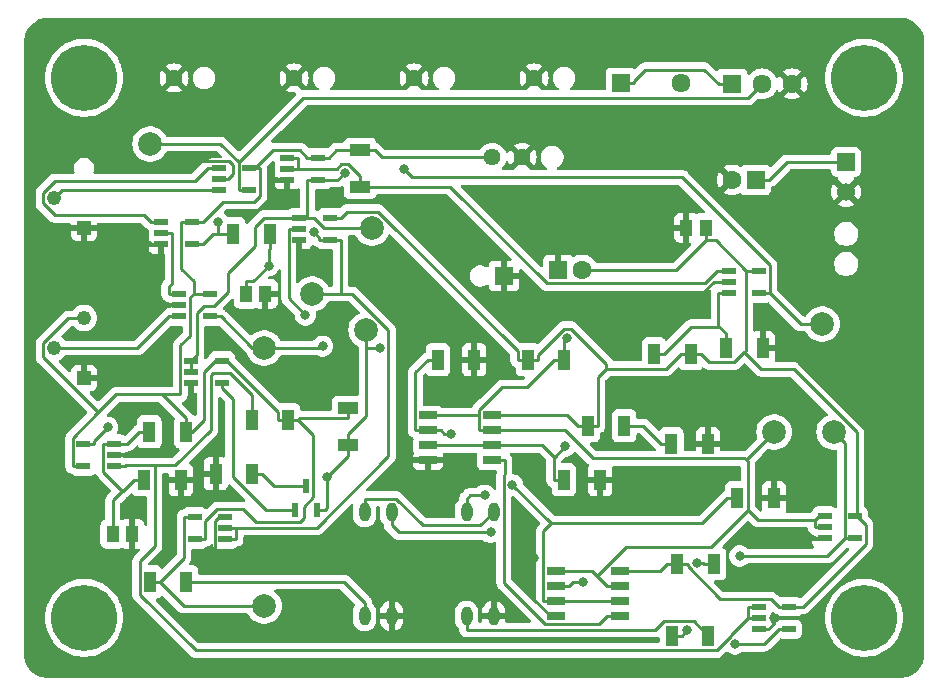
<source format=gbr>
%TF.GenerationSoftware,KiCad,Pcbnew,8.0.2*%
%TF.CreationDate,2024-06-16T16:42:43+02:00*%
%TF.ProjectId,bspdv3,62737064-7633-42e6-9b69-6361645f7063,rev?*%
%TF.SameCoordinates,Original*%
%TF.FileFunction,Copper,L1,Top*%
%TF.FilePolarity,Positive*%
%FSLAX46Y46*%
G04 Gerber Fmt 4.6, Leading zero omitted, Abs format (unit mm)*
G04 Created by KiCad (PCBNEW 8.0.2) date 2024-06-16 16:42:43*
%MOMM*%
%LPD*%
G01*
G04 APERTURE LIST*
%TA.AperFunction,ComponentPad*%
%ADD10C,5.600000*%
%TD*%
%TA.AperFunction,SMDPad,CuDef*%
%ADD11R,1.050000X1.800000*%
%TD*%
%TA.AperFunction,SMDPad,CuDef*%
%ADD12R,1.150000X0.600000*%
%TD*%
%TA.AperFunction,SMDPad,CuDef*%
%ADD13C,2.000000*%
%TD*%
%TA.AperFunction,ComponentPad*%
%ADD14R,1.600000X1.600000*%
%TD*%
%TA.AperFunction,ComponentPad*%
%ADD15C,1.447000*%
%TD*%
%TA.AperFunction,SMDPad,CuDef*%
%ADD16R,1.800000X1.050000*%
%TD*%
%TA.AperFunction,ComponentPad*%
%ADD17C,1.440000*%
%TD*%
%TA.AperFunction,ComponentPad*%
%ADD18R,1.217000X1.217000*%
%TD*%
%TA.AperFunction,ComponentPad*%
%ADD19C,1.217000*%
%TD*%
%TA.AperFunction,ComponentPad*%
%ADD20C,1.600000*%
%TD*%
%TA.AperFunction,ComponentPad*%
%ADD21R,1.530000X1.530000*%
%TD*%
%TA.AperFunction,ComponentPad*%
%ADD22C,1.530000*%
%TD*%
%TA.AperFunction,ComponentPad*%
%ADD23R,1.610000X1.610000*%
%TD*%
%TA.AperFunction,ComponentPad*%
%ADD24C,1.610000*%
%TD*%
%TA.AperFunction,SMDPad,CuDef*%
%ADD25R,1.070000X1.470000*%
%TD*%
%TA.AperFunction,SMDPad,CuDef*%
%ADD26R,0.600000X1.300000*%
%TD*%
%TA.AperFunction,SMDPad,CuDef*%
%ADD27O,0.950000X1.600000*%
%TD*%
%TA.AperFunction,SMDPad,CuDef*%
%ADD28R,1.528000X0.650000*%
%TD*%
%TA.AperFunction,ViaPad*%
%ADD29C,0.800000*%
%TD*%
%TA.AperFunction,Conductor*%
%ADD30C,0.250000*%
%TD*%
G04 APERTURE END LIST*
D10*
%TO.P,M4,1*%
%TO.N,N/C*%
X88900000Y-66040000D03*
%TD*%
D11*
%TO.P,R5,1*%
%TO.N,Net-(G2-Pad4)*%
X28422000Y-62992000D03*
%TO.P,R5,2*%
%TO.N,Net-(K1-+_CONTROL)*%
X31522000Y-62992000D03*
%TD*%
D10*
%TO.P,M3,1*%
%TO.N,N/C*%
X22860000Y-66040000D03*
%TD*%
D12*
%TO.P,G6,1*%
%TO.N,Net-(CP4-OUT)*%
X40072000Y-27056000D03*
%TO.P,G6,2*%
X40072000Y-28006000D03*
%TO.P,G6,3,GND*%
%TO.N,GND*%
X40072000Y-28956000D03*
%TO.P,G6,4*%
%TO.N,Intput w{slash} 50msdelay*%
X42672000Y-28956000D03*
%TO.P,G6,5,VCC*%
%TO.N,+5V*%
X42672000Y-27056000D03*
%TD*%
D11*
%TO.P,R14,1*%
%TO.N,/4.25V*%
X72592000Y-51308000D03*
%TO.P,R14,2*%
%TO.N,GND*%
X75692000Y-51308000D03*
%TD*%
D13*
%TO.P,TP1,1,1*%
%TO.N,Current Sensor*%
X28448000Y-25908000D03*
%TD*%
D12*
%TO.P,CP3,1,OUT*%
%TO.N,Net-(CP3-OUT)*%
X25400000Y-53208000D03*
%TO.P,CP3,2,VCC-*%
%TO.N,GND*%
X25400000Y-52258000D03*
%TO.P,CP3,3,IN-*%
%TO.N,Net-(CP3-IN-)*%
X25400000Y-51308000D03*
%TO.P,CP3,4,IN+*%
%TO.N,Net-(CP3-IN+)*%
X22800000Y-51308000D03*
%TO.P,CP3,5,VCC+*%
%TO.N,+5V*%
X22800000Y-53208000D03*
%TD*%
%TO.P,CP4,1,OUT*%
%TO.N,Net-(CP4-OUT)*%
X77440000Y-36642000D03*
%TO.P,CP4,2,VCC-*%
%TO.N,GND*%
X77440000Y-37592000D03*
%TO.P,CP4,3,IN-*%
%TO.N,Net-(CP4-IN-)*%
X77440000Y-38542000D03*
%TO.P,CP4,4,IN+*%
%TO.N,Net-(CP4-IN+)*%
X80040000Y-38542000D03*
%TO.P,CP4,5,VCC+*%
%TO.N,+5V*%
X80040000Y-36642000D03*
%TD*%
D11*
%TO.P,R3,1*%
%TO.N,Net-(CP3-IN-)*%
X28396000Y-50292000D03*
%TO.P,R3,2*%
%TO.N,+5V*%
X31496000Y-50292000D03*
%TD*%
D12*
%TO.P,CP2,1,OUT*%
%TO.N,Net-(CP2-OUT)*%
X30928000Y-38608000D03*
%TO.P,CP2,2,VCC-*%
%TO.N,GND*%
X30928000Y-39558000D03*
%TO.P,CP2,3,IN-*%
%TO.N,Net-(CP2-IN-)*%
X30928000Y-40508000D03*
%TO.P,CP2,4,IN+*%
%TO.N,BPS signal*%
X33528000Y-40508000D03*
%TO.P,CP2,5,VCC+*%
%TO.N,+5V*%
X33528000Y-38608000D03*
%TD*%
%TO.P,G2,1*%
%TO.N,BSPD out*%
X34828000Y-59370000D03*
%TO.P,G2,2*%
X34828000Y-58420000D03*
%TO.P,G2,3,GND*%
%TO.N,GND*%
X34828000Y-57470000D03*
%TO.P,G2,4*%
%TO.N,Net-(G2-Pad4)*%
X32228000Y-57470000D03*
%TO.P,G2,5,VCC*%
%TO.N,+5V*%
X32228000Y-59370000D03*
%TD*%
%TO.P,CP1,1,OUT*%
%TO.N,Net-(CP1-OUT)*%
X34260000Y-27940000D03*
%TO.P,CP1,2,VCC-*%
%TO.N,GND*%
X34260000Y-28890000D03*
%TO.P,CP1,3,IN-*%
%TO.N,Net-(CP1-IN-)*%
X34260000Y-29840000D03*
%TO.P,CP1,4,IN+*%
%TO.N,Current Sensor*%
X36860000Y-29840000D03*
%TO.P,CP1,5,VCC+*%
%TO.N,+5V*%
X36860000Y-27940000D03*
%TD*%
D14*
%TO.P,C1,1*%
%TO.N,GND*%
X58420000Y-37084000D03*
%TD*%
D12*
%TO.P,G3,1*%
%TO.N,Net-(CP1-OUT)*%
X29404000Y-32512000D03*
%TO.P,G3,2*%
%TO.N,Net-(CP2-OUT)*%
X29404000Y-33462000D03*
%TO.P,G3,3,GND*%
%TO.N,GND*%
X29404000Y-34412000D03*
%TO.P,G3,4*%
%TO.N,Net-(LED3-A)*%
X32004000Y-34412000D03*
%TO.P,G3,5,VCC*%
%TO.N,+5V*%
X32004000Y-32512000D03*
%TD*%
D15*
%TO.P,LED2,1,K*%
%TO.N,GND*%
X40640000Y-20320000D03*
%TD*%
D11*
%TO.P,R6,1*%
%TO.N,Net-(LED3-A)*%
X35508000Y-33528000D03*
%TO.P,R6,2*%
%TO.N,Net-(CP4-IN+)*%
X38608000Y-33528000D03*
%TD*%
D16*
%TO.P,R10,1*%
%TO.N,+5V*%
X46228000Y-26416000D03*
%TO.P,R10,2*%
%TO.N,Net-(CP4-OUT)*%
X46228000Y-29516000D03*
%TD*%
D17*
%TO.P,U2,2,GND*%
%TO.N,GND*%
X59944000Y-27024000D03*
%TO.P,U2,3,+VOUT*%
%TO.N,+5V*%
X57404000Y-27024000D03*
%TD*%
D12*
%TO.P,G5,1*%
%TO.N,Intput w{slash} 50msdelay*%
X41088000Y-32136000D03*
%TO.P,G5,2*%
%TO.N,Net-(G4-Pad4)*%
X41088000Y-33086000D03*
%TO.P,G5,3,GND*%
%TO.N,GND*%
X41088000Y-34036000D03*
%TO.P,G5,4*%
%TO.N,BSPD out*%
X43688000Y-34036000D03*
%TO.P,G5,5,VCC*%
%TO.N,+5V*%
X43688000Y-32136000D03*
%TD*%
D18*
%TO.P,RV2,1,CCW*%
%TO.N,GND*%
X22860000Y-33020000D03*
D19*
%TO.P,RV2,2,WIPER*%
%TO.N,Net-(CP1-IN-)*%
X20320000Y-30480000D03*
%TD*%
D14*
%TO.P,C5,1*%
%TO.N,GND*%
X63024000Y-36576000D03*
D20*
%TO.P,C5,2*%
%TO.N,+5V*%
X65024000Y-36576000D03*
%TD*%
D15*
%TO.P,LED1,1,K*%
%TO.N,GND*%
X50800000Y-20320000D03*
%TD*%
D11*
%TO.P,R4,1*%
%TO.N,GND*%
X31040000Y-54356000D03*
%TO.P,R4,2*%
%TO.N,Net-(CP3-IN-)*%
X27940000Y-54356000D03*
%TD*%
D10*
%TO.P,M1,1*%
%TO.N,N/C*%
X22860000Y-20320000D03*
%TD*%
D11*
%TO.P,R17,1*%
%TO.N,Current Sensor*%
X63474000Y-54356000D03*
%TO.P,R17,2*%
%TO.N,GND*%
X66574000Y-54356000D03*
%TD*%
D21*
%TO.P,J4,1,1*%
%TO.N,+12V*%
X87376000Y-27432000D03*
D22*
%TO.P,J4,2,2*%
%TO.N,GND*%
X87376000Y-29972000D03*
%TD*%
D12*
%TO.P,G7,1*%
%TO.N,SCS Check*%
X85568000Y-57404000D03*
%TO.P,G7,2*%
X85568000Y-58354000D03*
%TO.P,G7,3,GND*%
%TO.N,GND*%
X85568000Y-59304000D03*
%TO.P,G7,4*%
%TO.N,Net-(G7-Pad4)*%
X88168000Y-59304000D03*
%TO.P,G7,5,VCC*%
%TO.N,+5V*%
X88168000Y-57404000D03*
%TD*%
D23*
%TO.P,J2,1,1*%
%TO.N,+5V*%
X77724000Y-20828000D03*
D24*
%TO.P,J2,2,2*%
%TO.N,Current Sensor*%
X80264000Y-20828000D03*
%TO.P,J2,3,3*%
%TO.N,GND*%
X82804000Y-20828000D03*
%TD*%
D13*
%TO.P,TP9,1,1*%
%TO.N,SCS Check*%
X81280000Y-50292000D03*
%TD*%
D11*
%TO.P,R1,1*%
%TO.N,GND*%
X34010000Y-53848000D03*
%TO.P,R1,2*%
%TO.N,Net-(Q1-Pad3)*%
X37110000Y-53848000D03*
%TD*%
%TO.P,R16,1*%
%TO.N,+5V*%
X60426000Y-44196000D03*
%TO.P,R16,2*%
%TO.N,SCS Check*%
X63526000Y-44196000D03*
%TD*%
%TO.P,R9,1*%
%TO.N,GND*%
X80316000Y-43180000D03*
%TO.P,R9,2*%
%TO.N,Net-(CP4-IN-)*%
X77216000Y-43180000D03*
%TD*%
D13*
%TO.P,TP6,1,1*%
%TO.N,BSPD out*%
X42164000Y-38608000D03*
%TD*%
D10*
%TO.P,M2,1*%
%TO.N,N/C*%
X88900000Y-20320000D03*
%TD*%
D11*
%TO.P,R13,1*%
%TO.N,+5V*%
X65506000Y-49784000D03*
%TO.P,R13,2*%
%TO.N,/4.25V*%
X68606000Y-49784000D03*
%TD*%
D13*
%TO.P,TP2,1,1*%
%TO.N,BPS signal*%
X38100000Y-43180000D03*
%TD*%
D11*
%TO.P,R11,1*%
%TO.N,+5V*%
X73100000Y-61468000D03*
%TO.P,R11,2*%
%TO.N,0.75V*%
X76200000Y-61468000D03*
%TD*%
D25*
%TO.P,C2,1*%
%TO.N,GND*%
X26924000Y-58928000D03*
%TO.P,C2,2*%
%TO.N,Net-(CP3-IN-)*%
X25284000Y-58928000D03*
%TD*%
D11*
%TO.P,R15,1*%
%TO.N,Net-(G7-Pad4)*%
X72618000Y-67564000D03*
%TO.P,R15,2*%
%TO.N,Net-(K2-+_CONTROL)*%
X75718000Y-67564000D03*
%TD*%
%TO.P,R12,1*%
%TO.N,0.75V*%
X52806000Y-44196000D03*
%TO.P,R12,2*%
%TO.N,GND*%
X55906000Y-44196000D03*
%TD*%
D15*
%TO.P,LED3,1,K*%
%TO.N,GND*%
X30480000Y-20320000D03*
%TD*%
D11*
%TO.P,R18,1*%
%TO.N,BPS signal*%
X78180000Y-55880000D03*
%TO.P,R18,2*%
%TO.N,GND*%
X81280000Y-55880000D03*
%TD*%
D13*
%TO.P,TP4,1,1*%
%TO.N,Net-(G2-Pad4)*%
X38100000Y-65024000D03*
%TD*%
D26*
%TO.P,Q1,1*%
%TO.N,Net-(G1-Pad4)*%
X40706000Y-56930000D03*
%TO.P,Q1,2*%
%TO.N,Net-(CP3-IN+)*%
X42606000Y-56930000D03*
%TO.P,Q1,3*%
%TO.N,Net-(Q1-Pad3)*%
X41656000Y-54830000D03*
%TD*%
D27*
%TO.P,K1,1,+_CONTROL*%
%TO.N,Net-(K1-+_CONTROL)*%
X46609000Y-65868000D03*
%TO.P,K1,2,-_CONTROL*%
%TO.N,GND*%
X48895000Y-65868000D03*
%TO.P,K1,3,LOAD_1*%
%TO.N,SC out*%
X48895000Y-57068000D03*
%TO.P,K1,4,LOAD_2*%
%TO.N,SCS relay*%
X46609000Y-57068000D03*
%TD*%
D12*
%TO.P,G1,1*%
%TO.N,Intput w{slash} 50msdelay*%
X31944000Y-44262000D03*
%TO.P,G1,2*%
X31944000Y-45212000D03*
%TO.P,G1,3,GND*%
%TO.N,GND*%
X31944000Y-46162000D03*
%TO.P,G1,4*%
%TO.N,Net-(G1-Pad4)*%
X34544000Y-46162000D03*
%TO.P,G1,5,VCC*%
%TO.N,+5V*%
X34544000Y-44262000D03*
%TD*%
%TO.P,G4,1*%
%TO.N,Net-(CP3-OUT)*%
X79980000Y-65090000D03*
%TO.P,G4,2*%
X79980000Y-66040000D03*
%TO.P,G4,3,GND*%
%TO.N,GND*%
X79980000Y-66990000D03*
%TO.P,G4,4*%
%TO.N,Net-(G4-Pad4)*%
X82580000Y-66990000D03*
%TO.P,G4,5,VCC*%
%TO.N,+5V*%
X82580000Y-65090000D03*
%TD*%
D25*
%TO.P,C3,1*%
%TO.N,Net-(CP4-IN+)*%
X36576000Y-38608000D03*
%TO.P,C3,2*%
%TO.N,GND*%
X38216000Y-38608000D03*
%TD*%
D14*
%TO.P,C4,1*%
%TO.N,+12V*%
X79724000Y-28956000D03*
D20*
%TO.P,C4,2*%
%TO.N,GND*%
X77724000Y-28956000D03*
%TD*%
D25*
%TO.P,C6,1*%
%TO.N,GND*%
X73856000Y-33020000D03*
%TO.P,C6,2*%
%TO.N,+5V*%
X75496000Y-33020000D03*
%TD*%
D23*
%TO.P,J1,1,1*%
%TO.N,+5V*%
X68317000Y-20753000D03*
D24*
%TO.P,J1,3,3*%
%TO.N,GND*%
X73397000Y-20753000D03*
%TD*%
D28*
%TO.P,CP5,1,OUT1*%
%TO.N,SCS Check*%
X51982000Y-48895000D03*
%TO.P,CP5,2,IN1-*%
%TO.N,0.75V*%
X51982000Y-50165000D03*
%TO.P,CP5,3,IN1+*%
%TO.N,Current Sensor*%
X51982000Y-51435000D03*
%TO.P,CP5,4,GND*%
%TO.N,GND*%
X51982000Y-52705000D03*
%TO.P,CP5,5,IN2+*%
%TO.N,4.2V*%
X57404000Y-52705000D03*
%TO.P,CP5,6,IN2-*%
%TO.N,Current Sensor*%
X57404000Y-51435000D03*
%TO.P,CP5,7,OUT2*%
%TO.N,SCS Check*%
X57404000Y-50165000D03*
%TO.P,CP5,8,V+*%
%TO.N,+5V*%
X57404000Y-48895000D03*
%TD*%
D13*
%TO.P,TP3,1,1*%
%TO.N,Net-(CP3-IN+)*%
X46736000Y-41656000D03*
%TD*%
%TO.P,TP8,1,1*%
%TO.N,Net-(G7-Pad4)*%
X86360000Y-50292000D03*
%TD*%
%TO.P,TP5,1,1*%
%TO.N,Net-(CP4-IN+)*%
X85344000Y-41148000D03*
%TD*%
D11*
%TO.P,R8,1*%
%TO.N,Net-(CP4-IN-)*%
X71120000Y-43688000D03*
%TO.P,R8,2*%
%TO.N,+5V*%
X74220000Y-43688000D03*
%TD*%
D13*
%TO.P,TP7,1,1*%
%TO.N,Intput w{slash} 50msdelay*%
X47244000Y-33020000D03*
%TD*%
D18*
%TO.P,RV1,1,CCW*%
%TO.N,GND*%
X22860000Y-45720000D03*
D19*
%TO.P,RV1,2,WIPER*%
%TO.N,Net-(CP2-IN-)*%
X20320000Y-43180000D03*
%TO.P,RV1,3,CW*%
%TO.N,+5V*%
X22860000Y-40640000D03*
%TD*%
D16*
%TO.P,R2,1*%
%TO.N,Net-(CP3-IN+)*%
X45212000Y-51360000D03*
%TO.P,R2,2*%
%TO.N,+5V*%
X45212000Y-48260000D03*
%TD*%
D28*
%TO.P,CP6,1,OUT1*%
%TO.N,SCS Check*%
X62821000Y-62103000D03*
%TO.P,CP6,2,IN1-*%
%TO.N,0.75V*%
X62821000Y-63373000D03*
%TO.P,CP6,3,IN1+*%
%TO.N,BPS signal*%
X62821000Y-64643000D03*
%TO.P,CP6,4,GND*%
%TO.N,GND*%
X62821000Y-65913000D03*
%TO.P,CP6,5,IN2+*%
%TO.N,4.2V*%
X68243000Y-65913000D03*
%TO.P,CP6,6,IN2-*%
%TO.N,BPS signal*%
X68243000Y-64643000D03*
%TO.P,CP6,7,OUT2*%
%TO.N,SCS Check*%
X68243000Y-63373000D03*
%TO.P,CP6,8,V+*%
%TO.N,+5V*%
X68243000Y-62103000D03*
%TD*%
D27*
%TO.P,K2,1,+_CONTROL*%
%TO.N,Net-(K2-+_CONTROL)*%
X55245000Y-65868000D03*
%TO.P,K2,2,-_CONTROL*%
%TO.N,GND*%
X57531000Y-65868000D03*
%TO.P,K2,3,LOAD_1*%
%TO.N,SCS relay*%
X57531000Y-57068000D03*
%TO.P,K2,4,LOAD_2*%
%TO.N,SC in*%
X55245000Y-57068000D03*
%TD*%
D11*
%TO.P,R7,1*%
%TO.N,+5V*%
X40158000Y-49276000D03*
%TO.P,R7,2*%
%TO.N,Net-(CP3-OUT)*%
X37058000Y-49276000D03*
%TD*%
D15*
%TO.P,LED4,1,K*%
%TO.N,GND*%
X60960000Y-20320000D03*
%TD*%
D29*
%TO.N,GND*%
X83820000Y-54610000D03*
X81280000Y-59690000D03*
X32004000Y-48260000D03*
X29210000Y-52070000D03*
X60960000Y-60960000D03*
X53340000Y-40640000D03*
X30480000Y-27940000D03*
X39370000Y-40640000D03*
X33020000Y-55880000D03*
X39370000Y-30480000D03*
X81280000Y-66040000D03*
X34290000Y-60960000D03*
X73660000Y-39370000D03*
X43180000Y-36830000D03*
X74930000Y-55880000D03*
%TO.N,Net-(CP3-IN+)*%
X24846700Y-49897900D03*
X47906200Y-43143100D03*
X43413900Y-54107100D03*
%TO.N,Net-(CP4-IN+)*%
X38492700Y-36201200D03*
X49917500Y-28037500D03*
%TO.N,Current Sensor*%
X63611700Y-51496600D03*
%TO.N,BPS signal*%
X43067100Y-43032800D03*
X59129100Y-54759500D03*
%TO.N,SCS Check*%
X63785500Y-42301600D03*
%TO.N,0.75V*%
X53959300Y-50451200D03*
X65074800Y-62985300D03*
X74763500Y-61375100D03*
%TO.N,Intput w{slash} 50msdelay*%
X44932400Y-28335100D03*
%TO.N,BSPD out*%
X42308600Y-33400600D03*
%TO.N,Net-(LED3-A)*%
X34167000Y-32484500D03*
%TO.N,Net-(G4-Pad4)*%
X77975300Y-68265600D03*
X41589200Y-40380100D03*
%TO.N,Net-(G7-Pad4)*%
X78376400Y-60789900D03*
X73933300Y-67097600D03*
%TO.N,SC out*%
X57277600Y-58784100D03*
%TO.N,SC in*%
X56773300Y-55645000D03*
%TD*%
D30*
%TO.N,GND*%
X33928000Y-60598000D02*
X34290000Y-60960000D01*
X62363904Y-65913000D02*
X60960000Y-64509096D01*
X34828000Y-57470000D02*
X34253000Y-57470000D01*
X33928000Y-57795000D02*
X33928000Y-60598000D01*
X34253000Y-57470000D02*
X33928000Y-57795000D01*
X31105000Y-27315000D02*
X30480000Y-27940000D01*
X35508300Y-28466700D02*
X35508300Y-27653496D01*
X81280000Y-66040000D02*
X81280000Y-66515000D01*
X74930000Y-38820696D02*
X73660000Y-39370000D01*
X35508300Y-27653496D02*
X35169804Y-27315000D01*
X80805000Y-66990000D02*
X79980000Y-66990000D01*
X35085000Y-28890000D02*
X35508300Y-28466700D01*
X31944000Y-48200000D02*
X32004000Y-48260000D01*
X77440000Y-37592000D02*
X76158696Y-37592000D01*
X31944000Y-46162000D02*
X31944000Y-48200000D01*
X62821000Y-65913000D02*
X62363904Y-65913000D01*
X76158696Y-37592000D02*
X74930000Y-38820696D01*
X81280000Y-66515000D02*
X80805000Y-66990000D01*
X32004000Y-46222000D02*
X31944000Y-46162000D01*
X35169804Y-27315000D02*
X31105000Y-27315000D01*
X60960000Y-64509096D02*
X60960000Y-60960000D01*
X34260000Y-28890000D02*
X35085000Y-28890000D01*
%TO.N,Net-(CP3-IN+)*%
X46736000Y-48984300D02*
X46736000Y-43143100D01*
X42606000Y-56930000D02*
X43232700Y-56930000D01*
X46736000Y-43143100D02*
X46736000Y-41656000D01*
X43413900Y-56748800D02*
X43232700Y-56930000D01*
X22800000Y-51308000D02*
X23701700Y-51308000D01*
X45212000Y-52309000D02*
X45212000Y-51360000D01*
X23701700Y-51042900D02*
X24846700Y-49897900D01*
X45212000Y-51360000D02*
X45212000Y-50508300D01*
X23701700Y-51308000D02*
X23701700Y-51042900D01*
X46736000Y-43143100D02*
X47906200Y-43143100D01*
X43413900Y-54107100D02*
X43413900Y-56748800D01*
X43413900Y-54107100D02*
X45212000Y-52309000D01*
X45212000Y-50508300D02*
X46736000Y-48984300D01*
%TO.N,Net-(CP3-IN-)*%
X27088300Y-54356000D02*
X26186200Y-55258100D01*
X25737500Y-51308000D02*
X25400000Y-51308000D01*
X24498300Y-53660100D02*
X24498300Y-51308000D01*
X26096300Y-55258100D02*
X24498300Y-53660100D01*
X25284000Y-58928000D02*
X25284000Y-56070400D01*
X27940000Y-54356000D02*
X27088300Y-54356000D01*
X26188400Y-51308000D02*
X26528300Y-51308000D01*
X25284000Y-56070400D02*
X26096300Y-55258100D01*
X25400000Y-51308000D02*
X24498300Y-51308000D01*
X25737500Y-51308000D02*
X26188400Y-51308000D01*
X26186200Y-55258100D02*
X26096300Y-55258100D01*
X28396000Y-50292000D02*
X27544300Y-50292000D01*
X26528300Y-51308000D02*
X27544300Y-50292000D01*
%TO.N,Net-(CP4-IN+)*%
X80040000Y-38542000D02*
X80941700Y-38542000D01*
X37147600Y-37546300D02*
X38492700Y-36201200D01*
X36576000Y-37546300D02*
X37147600Y-37546300D01*
X73469000Y-28726700D02*
X50606700Y-28726700D01*
X80941700Y-38542000D02*
X80941700Y-36199400D01*
X38492700Y-34870000D02*
X38608000Y-34754700D01*
X50606700Y-28726700D02*
X49917500Y-28037500D01*
X38492700Y-36201200D02*
X38492700Y-34870000D01*
X85344000Y-41148000D02*
X83547700Y-41148000D01*
X36576000Y-38608000D02*
X36576000Y-37546300D01*
X80941700Y-36199400D02*
X73469000Y-28726700D01*
X83547700Y-41148000D02*
X80941700Y-38542000D01*
X38608000Y-33528000D02*
X38608000Y-34754700D01*
%TO.N,+12V*%
X80850700Y-28956000D02*
X82374700Y-27432000D01*
X82374700Y-27432000D02*
X87376000Y-27432000D01*
X79724000Y-28956000D02*
X80850700Y-28956000D01*
%TO.N,+5V*%
X75496000Y-33020000D02*
X75496000Y-34081700D01*
X32228000Y-59370000D02*
X33129700Y-59370000D01*
X88280800Y-50325800D02*
X82941400Y-44986400D01*
X45087000Y-31638700D02*
X44589700Y-32136000D01*
X73100000Y-61468000D02*
X73951700Y-61468000D01*
X41481200Y-56614300D02*
X42282700Y-55812800D01*
X59574300Y-44196000D02*
X59574300Y-43450800D01*
X80203100Y-44986400D02*
X78759800Y-43543100D01*
X82941400Y-44986400D02*
X80203100Y-44986400D01*
X47762200Y-31638700D02*
X45087000Y-31638700D01*
X78882500Y-36642000D02*
X76322200Y-34081700D01*
X37310900Y-27940000D02*
X37761700Y-27940000D01*
X32133100Y-38608000D02*
X32133100Y-37539300D01*
X60426000Y-44196000D02*
X59574300Y-44196000D01*
X65024000Y-36576000D02*
X73001700Y-36576000D01*
X74220000Y-43688000D02*
X73368300Y-43688000D01*
X29464000Y-47118200D02*
X31496000Y-49150200D01*
X41129300Y-57937500D02*
X41481200Y-57585600D01*
X77892700Y-44410200D02*
X75793900Y-44410200D01*
X60426000Y-44196000D02*
X61277700Y-44196000D01*
X39306300Y-49276000D02*
X39306300Y-48564600D01*
X69448700Y-20540800D02*
X70370900Y-19618600D01*
X57404000Y-27024000D02*
X48062700Y-27024000D01*
X33129700Y-59370000D02*
X33129700Y-57831200D01*
X19377900Y-43933500D02*
X24072000Y-48627500D01*
X65506000Y-49784000D02*
X66357700Y-49784000D01*
X38821600Y-26429300D02*
X41143600Y-26429300D01*
X63511000Y-41536800D02*
X61277700Y-43770100D01*
X76322200Y-34081700D02*
X75496000Y-34081700D01*
X22860000Y-40640000D02*
X21535200Y-40640000D01*
X40158000Y-49276000D02*
X39306300Y-49276000D01*
X73100000Y-61468000D02*
X72248300Y-61468000D01*
X66357700Y-49784000D02*
X66357700Y-45671900D01*
X89069700Y-58192900D02*
X89069700Y-59739400D01*
X32004000Y-32512000D02*
X31102300Y-32512000D01*
X42282700Y-55812800D02*
X42282700Y-50549000D01*
X67090600Y-44547300D02*
X64080100Y-41536800D01*
X24072000Y-48627500D02*
X21898300Y-50801200D01*
X40158000Y-49276000D02*
X41009700Y-49276000D01*
X83719100Y-65090000D02*
X82580000Y-65090000D01*
X68317000Y-20753000D02*
X69448700Y-20753000D01*
X33970000Y-44262000D02*
X33020000Y-45212000D01*
X88280800Y-57404000D02*
X89069700Y-58192900D01*
X33528000Y-38608000D02*
X32626300Y-38608000D01*
X41481200Y-57585600D02*
X41481200Y-56614300D01*
X64080100Y-41536800D02*
X63511000Y-41536800D01*
X76734100Y-64463300D02*
X73951700Y-61680900D01*
X31102300Y-36508500D02*
X31102300Y-32512000D01*
X39306300Y-48564600D02*
X35003700Y-44262000D01*
X31014600Y-42970100D02*
X31839900Y-42144800D01*
X32004000Y-50292000D02*
X31496000Y-50292000D01*
X63765300Y-48895000D02*
X64654300Y-49784000D01*
X74220000Y-43688000D02*
X75071700Y-43688000D01*
X25581300Y-47118200D02*
X24072000Y-48627500D01*
X41174000Y-49111700D02*
X41009700Y-49276000D01*
X48062700Y-27024000D02*
X47454700Y-26416000D01*
X78759800Y-43543100D02*
X77892700Y-44410200D01*
X21535200Y-40640000D02*
X19377900Y-42797300D01*
X69448700Y-20753000D02*
X69448700Y-20540800D01*
X22800000Y-53208000D02*
X21898300Y-53208000D01*
X21898300Y-50801200D02*
X21898300Y-53208000D01*
X37263900Y-30794500D02*
X37761700Y-30296700D01*
X59574300Y-43450800D02*
X47762200Y-31638700D01*
X46841400Y-26416000D02*
X47454700Y-26416000D01*
X35003700Y-44262000D02*
X33970000Y-44262000D01*
X33129700Y-57831200D02*
X34117600Y-56843300D01*
X75793900Y-44410200D02*
X75071700Y-43688000D01*
X32004000Y-32512000D02*
X32905700Y-32512000D01*
X31014600Y-47118200D02*
X31014600Y-42970100D01*
X37310900Y-27940000D02*
X38821600Y-26429300D01*
X79138300Y-36642000D02*
X78882500Y-36642000D01*
X42282700Y-50549000D02*
X41009700Y-49276000D01*
X65506000Y-49784000D02*
X64654300Y-49784000D01*
X70370900Y-19618600D02*
X75382900Y-19618600D01*
X81051600Y-64463300D02*
X76734100Y-64463300D01*
X42672000Y-27056000D02*
X43573700Y-27056000D01*
X88168000Y-57404000D02*
X88280800Y-57404000D01*
X31014600Y-47118200D02*
X25581300Y-47118200D01*
X72117300Y-44939000D02*
X67090600Y-44939000D01*
X73001700Y-36576000D02*
X75496000Y-34081700D01*
X78882500Y-36642000D02*
X78882500Y-43420400D01*
X34117600Y-56843300D02*
X36358300Y-56843300D01*
X89069700Y-59739400D02*
X83719100Y-65090000D01*
X67090600Y-44939000D02*
X67090600Y-44547300D01*
X71613300Y-62103000D02*
X72248300Y-61468000D01*
X33020000Y-45212000D02*
X33020000Y-49276000D01*
X81678300Y-65090000D02*
X81051600Y-64463300D01*
X32133100Y-37539300D02*
X31102300Y-36508500D01*
X31839900Y-38901200D02*
X32133100Y-38608000D01*
X41143600Y-26429300D02*
X41770300Y-27056000D01*
X37452500Y-57937500D02*
X41129300Y-57937500D01*
X45212000Y-49111700D02*
X41174000Y-49111700D01*
X45212000Y-48260000D02*
X45212000Y-49111700D01*
X34623200Y-30794500D02*
X37263900Y-30794500D01*
X66357700Y-45671900D02*
X67090600Y-44939000D01*
X80040000Y-36642000D02*
X79138300Y-36642000D01*
X31014600Y-47118200D02*
X29464000Y-47118200D01*
X73368300Y-43688000D02*
X72117300Y-44939000D01*
X32905700Y-32512000D02*
X34623200Y-30794500D01*
X61277700Y-43770100D02*
X61277700Y-44196000D01*
X19377900Y-42797300D02*
X19377900Y-43933500D01*
X73951700Y-61680900D02*
X73951700Y-61468000D01*
X46228000Y-26416000D02*
X44213700Y-26416000D01*
X57404000Y-48895000D02*
X63765300Y-48895000D01*
X37761700Y-30296700D02*
X37761700Y-27940000D01*
X75382900Y-19618600D02*
X76592300Y-20828000D01*
X42672000Y-27056000D02*
X41770300Y-27056000D01*
X32133100Y-38608000D02*
X32626300Y-38608000D01*
X33020000Y-49276000D02*
X32004000Y-50292000D01*
X31839900Y-42144800D02*
X31839900Y-38901200D01*
X78882500Y-43420400D02*
X78759800Y-43543100D01*
X31496000Y-49150200D02*
X31496000Y-50292000D01*
X43688000Y-32136000D02*
X44589700Y-32136000D01*
X77724000Y-20828000D02*
X76592300Y-20828000D01*
X68243000Y-62103000D02*
X71613300Y-62103000D01*
X36358300Y-56843300D02*
X37452500Y-57937500D01*
X88280800Y-57404000D02*
X88280800Y-50325800D01*
X46841400Y-26416000D02*
X46228000Y-26416000D01*
X36860000Y-27940000D02*
X37310900Y-27940000D01*
X82580000Y-65090000D02*
X81678300Y-65090000D01*
X44213700Y-26416000D02*
X43573700Y-27056000D01*
%TO.N,Net-(CP1-IN-)*%
X20320000Y-30480000D02*
X20960000Y-29840000D01*
X20960000Y-29840000D02*
X34260000Y-29840000D01*
%TO.N,Current Sensor*%
X62622300Y-52395500D02*
X62712800Y-52395500D01*
X36860000Y-29840000D02*
X35958300Y-29840000D01*
X35958300Y-27467100D02*
X35958300Y-29840000D01*
X80264000Y-20828000D02*
X79096300Y-21995700D01*
X62622300Y-52395500D02*
X62622300Y-54356000D01*
X51982000Y-51435000D02*
X57404000Y-51435000D01*
X61661800Y-51435000D02*
X62622300Y-52395500D01*
X34399200Y-25908000D02*
X35958300Y-27467100D01*
X63474000Y-54356000D02*
X62622300Y-54356000D01*
X79096300Y-21995700D02*
X41429700Y-21995700D01*
X62712800Y-52395500D02*
X63611700Y-51496600D01*
X58494700Y-51435000D02*
X61661800Y-51435000D01*
X41429700Y-21995700D02*
X35958300Y-27467100D01*
X57404000Y-51435000D02*
X58494700Y-51435000D01*
X28448000Y-25908000D02*
X34399200Y-25908000D01*
%TO.N,Net-(CP1-OUT)*%
X29404000Y-32512000D02*
X28502300Y-32512000D01*
X20362100Y-29042800D02*
X32255500Y-29042800D01*
X28502300Y-32512000D02*
X27943100Y-31952800D01*
X32255500Y-29042800D02*
X33358300Y-27940000D01*
X19383900Y-30021000D02*
X20362100Y-29042800D01*
X34260000Y-27940000D02*
X33358300Y-27940000D01*
X27943100Y-31952800D02*
X20389800Y-31952800D01*
X19383900Y-30946900D02*
X19383900Y-30021000D01*
X20389800Y-31952800D02*
X19383900Y-30946900D01*
%TO.N,Net-(CP2-IN-)*%
X30928000Y-40508000D02*
X30026300Y-40508000D01*
X27354300Y-43180000D02*
X30026300Y-40508000D01*
X20320000Y-43180000D02*
X27354300Y-43180000D01*
%TO.N,BPS signal*%
X68243000Y-64643000D02*
X67152300Y-64643000D01*
X38100000Y-43180000D02*
X37101700Y-43180000D01*
X42919900Y-43180000D02*
X38100000Y-43180000D01*
X62821000Y-64643000D02*
X61730300Y-64643000D01*
X43067100Y-43032800D02*
X42919900Y-43180000D01*
X75174900Y-58033400D02*
X62403000Y-58033400D01*
X37101700Y-43180000D02*
X34429700Y-40508000D01*
X77328300Y-55880000D02*
X75174900Y-58033400D01*
X61730300Y-64643000D02*
X61730300Y-58706100D01*
X78180000Y-55880000D02*
X77328300Y-55880000D01*
X33528000Y-40508000D02*
X34429700Y-40508000D01*
X62403000Y-58033400D02*
X59129100Y-54759500D01*
X63911700Y-64643000D02*
X67152300Y-64643000D01*
X62821000Y-64643000D02*
X63911700Y-64643000D01*
X61730300Y-58706100D02*
X62403000Y-58033400D01*
%TO.N,Net-(CP2-OUT)*%
X29404000Y-33462000D02*
X30305700Y-33462000D01*
X30305700Y-33462000D02*
X30305700Y-37701900D01*
X30928000Y-38608000D02*
X30026300Y-38608000D01*
X30026300Y-37981300D02*
X30026300Y-38608000D01*
X30305700Y-37701900D02*
X30026300Y-37981300D01*
%TO.N,Net-(CP3-OUT)*%
X30577000Y-53129300D02*
X33579700Y-50126600D01*
X77674500Y-67538900D02*
X77674400Y-67538900D01*
X76422700Y-68790600D02*
X76422700Y-68790700D01*
X33757798Y-45329000D02*
X35254600Y-45329000D01*
X32295700Y-68790700D02*
X27570100Y-64065100D01*
X79980000Y-66040000D02*
X79078300Y-66040000D01*
X33579700Y-45507098D02*
X33757798Y-45329000D01*
X79980000Y-65090000D02*
X79078300Y-65090000D01*
X79078300Y-65090000D02*
X79078300Y-66040000D01*
X26380400Y-53129300D02*
X28830000Y-53129300D01*
X77674400Y-67538900D02*
X76422700Y-68790600D01*
X25400000Y-53208000D02*
X26301700Y-53208000D01*
X28830000Y-53129300D02*
X30577000Y-53129300D01*
X79078300Y-66040000D02*
X77674500Y-67443800D01*
X35254600Y-45329000D02*
X37058000Y-47132400D01*
X27570100Y-64065100D02*
X27570100Y-61226500D01*
X33579700Y-50126600D02*
X33579700Y-45507098D01*
X27570100Y-61226500D02*
X28830000Y-59966600D01*
X26301700Y-53208000D02*
X26380400Y-53129300D01*
X37058000Y-47132400D02*
X37058000Y-49276000D01*
X76422700Y-68790700D02*
X32295700Y-68790700D01*
X28830000Y-59966600D02*
X28830000Y-53129300D01*
X77674500Y-67443800D02*
X77674500Y-67538900D01*
%TO.N,Net-(CP4-OUT)*%
X44631500Y-27608400D02*
X44235400Y-28004500D01*
X53845400Y-29516000D02*
X46228000Y-29516000D01*
X46228000Y-28603000D02*
X45233400Y-27608400D01*
X45233400Y-27608400D02*
X44631500Y-27608400D01*
X46228000Y-29516000D02*
X46228000Y-28664300D01*
X44235400Y-28004500D02*
X40973700Y-28004500D01*
X76472300Y-36642000D02*
X75392900Y-37721400D01*
X62050800Y-37721400D02*
X53845400Y-29516000D01*
X40973700Y-27056000D02*
X40973700Y-28004500D01*
X77440000Y-36642000D02*
X76472300Y-36642000D01*
X40072000Y-28006000D02*
X40973700Y-28006000D01*
X40973700Y-28004500D02*
X40973700Y-28006000D01*
X40072000Y-27056000D02*
X40973700Y-27056000D01*
X46228000Y-28664300D02*
X46228000Y-28603000D01*
X75392900Y-37721400D02*
X62050800Y-37721400D01*
%TO.N,Net-(CP4-IN-)*%
X76538300Y-41388900D02*
X74270800Y-41388900D01*
X77440000Y-38542000D02*
X76538300Y-38542000D01*
X77216000Y-41953300D02*
X76651600Y-41388900D01*
X76651600Y-41388900D02*
X76538300Y-41388900D01*
X76538300Y-41388900D02*
X76538300Y-38542000D01*
X74270800Y-41388900D02*
X71971700Y-43688000D01*
X77216000Y-43180000D02*
X77216000Y-41953300D01*
X71120000Y-43688000D02*
X71971700Y-43688000D01*
%TO.N,SCS Check*%
X56313300Y-48434600D02*
X58268300Y-46479600D01*
X84779700Y-57741500D02*
X84779700Y-58354000D01*
X78929600Y-52642400D02*
X79073600Y-52786500D01*
X65882300Y-62103000D02*
X66279200Y-62499800D01*
X57404000Y-50165000D02*
X63578400Y-50165000D01*
X63526000Y-42561100D02*
X63785500Y-42301600D01*
X78823200Y-52536100D02*
X78929600Y-52642400D01*
X56313300Y-48895000D02*
X56313300Y-48434600D01*
X62821000Y-62103000D02*
X65882300Y-62103000D01*
X65949500Y-52536100D02*
X78823200Y-52536100D01*
X68714300Y-60064700D02*
X75909700Y-60064700D01*
X58268300Y-46479600D02*
X60390700Y-46479600D01*
X63578400Y-50165000D02*
X65949500Y-52536100D01*
X79073600Y-56900800D02*
X79914300Y-57741500D01*
X56313300Y-48895000D02*
X53072700Y-48895000D01*
X79073600Y-52786500D02*
X79073600Y-56900800D01*
X85568000Y-58354000D02*
X84779700Y-58354000D01*
X68243000Y-63373000D02*
X67152300Y-63373000D01*
X63526000Y-44196000D02*
X62674300Y-44196000D01*
X75909700Y-60064700D02*
X79073600Y-56900800D01*
X63526000Y-44196000D02*
X63526000Y-42561100D01*
X79914300Y-57741500D02*
X84779700Y-57741500D01*
X66279200Y-62499800D02*
X67152300Y-63373000D01*
X85117200Y-57404000D02*
X84779700Y-57741500D01*
X57404000Y-50165000D02*
X56313300Y-50165000D01*
X51982000Y-48895000D02*
X53072700Y-48895000D01*
X60390700Y-46479600D02*
X62674300Y-44196000D01*
X78929600Y-52642400D02*
X81280000Y-50292000D01*
X56313300Y-50165000D02*
X56313300Y-48895000D01*
X66279200Y-62499800D02*
X68714300Y-60064700D01*
X85568000Y-57404000D02*
X85117200Y-57404000D01*
%TO.N,0.75V*%
X53358900Y-50451200D02*
X53072700Y-50165000D01*
X50891300Y-45259000D02*
X51954300Y-44196000D01*
X76200000Y-61468000D02*
X75348300Y-61468000D01*
X75255400Y-61375100D02*
X75348300Y-61468000D01*
X74763500Y-61375100D02*
X75255400Y-61375100D01*
X52806000Y-44196000D02*
X51954300Y-44196000D01*
X64299400Y-62985300D02*
X65074800Y-62985300D01*
X51982000Y-50165000D02*
X53072700Y-50165000D01*
X53959300Y-50451200D02*
X53358900Y-50451200D01*
X62821000Y-63373000D02*
X63911700Y-63373000D01*
X50891300Y-50165000D02*
X50891300Y-45259000D01*
X51982000Y-50165000D02*
X50891300Y-50165000D01*
X63911700Y-63373000D02*
X64299400Y-62985300D01*
%TO.N,4.2V*%
X61888800Y-66564700D02*
X66500600Y-66564700D01*
X58494700Y-53812600D02*
X58402400Y-53904900D01*
X58402400Y-63078300D02*
X61888800Y-66564700D01*
X57404000Y-52705000D02*
X58494700Y-52705000D01*
X66500600Y-66564700D02*
X67152300Y-65913000D01*
X58402400Y-53904900D02*
X58402400Y-63078300D01*
X58494700Y-52705000D02*
X58494700Y-53812600D01*
X68243000Y-65913000D02*
X67152300Y-65913000D01*
%TO.N,Intput w{slash} 50msdelay*%
X35072000Y-38412500D02*
X33839700Y-39644800D01*
X38111900Y-32136000D02*
X37304600Y-32943300D01*
X33839700Y-39644800D02*
X33006500Y-39644800D01*
X41770300Y-32136000D02*
X41088000Y-32136000D01*
X44932400Y-28335100D02*
X44311500Y-28956000D01*
X31944000Y-44262000D02*
X31944000Y-45212000D01*
X33006500Y-39644800D02*
X32394900Y-40256400D01*
X44311500Y-28956000D02*
X42672000Y-28956000D01*
X47244000Y-33020000D02*
X43182800Y-33020000D01*
X37304600Y-32943300D02*
X37304600Y-34561700D01*
X42672000Y-28956000D02*
X41770300Y-28956000D01*
X37304600Y-34561700D02*
X35072000Y-36794300D01*
X41770300Y-32136000D02*
X41770300Y-28956000D01*
X32394900Y-40256400D02*
X32394900Y-43811100D01*
X42298800Y-32136000D02*
X41770300Y-32136000D01*
X43182800Y-33020000D02*
X42298800Y-32136000D01*
X35072000Y-36794300D02*
X35072000Y-38412500D01*
X41088000Y-32136000D02*
X38111900Y-32136000D01*
X32394900Y-43811100D02*
X31944000Y-44262000D01*
%TO.N,Net-(G1-Pad4)*%
X38295600Y-56930000D02*
X40706000Y-56930000D01*
X35445700Y-47505700D02*
X35445700Y-54080100D01*
X34544000Y-46604000D02*
X35445700Y-47505700D01*
X35445700Y-54080100D02*
X38295600Y-56930000D01*
X34544000Y-46604000D02*
X34544000Y-46162000D01*
%TO.N,BSPD out*%
X48632900Y-41669500D02*
X45571400Y-38608000D01*
X42786300Y-33878300D02*
X42786300Y-34036000D01*
X45571400Y-38608000D02*
X44589700Y-38608000D01*
X42555700Y-58420000D02*
X48632900Y-52342800D01*
X43688000Y-34036000D02*
X42786300Y-34036000D01*
X48632900Y-52342800D02*
X48632900Y-41669500D01*
X34828000Y-58420000D02*
X35729700Y-58420000D01*
X35729700Y-59370000D02*
X35729700Y-58420000D01*
X35729700Y-58420000D02*
X42555700Y-58420000D01*
X44589700Y-34036000D02*
X44589700Y-38608000D01*
X43688000Y-34036000D02*
X44589700Y-34036000D01*
X34828000Y-59370000D02*
X35729700Y-59370000D01*
X44589700Y-38608000D02*
X42164000Y-38608000D01*
X42308600Y-33400600D02*
X42786300Y-33878300D01*
%TO.N,Net-(G2-Pad4)*%
X31305700Y-65024000D02*
X29273700Y-62992000D01*
X28422000Y-62992000D02*
X29273700Y-62992000D01*
X31326300Y-57470000D02*
X31326300Y-60939400D01*
X32228000Y-57470000D02*
X31326300Y-57470000D01*
X38100000Y-65024000D02*
X31305700Y-65024000D01*
X31326300Y-60939400D02*
X29273700Y-62992000D01*
%TO.N,Net-(LED3-A)*%
X32004000Y-34412000D02*
X32905700Y-34412000D01*
X33789700Y-33528000D02*
X32905700Y-34412000D01*
X35508000Y-33528000D02*
X34167000Y-33528000D01*
X34167000Y-33528000D02*
X34167000Y-32484500D01*
X34167000Y-33528000D02*
X33789700Y-33528000D01*
%TO.N,Net-(G4-Pad4)*%
X40186300Y-33086000D02*
X40186300Y-38977200D01*
X80402700Y-68265600D02*
X77975300Y-68265600D01*
X81678300Y-66990000D02*
X80402700Y-68265600D01*
X82580000Y-66990000D02*
X81678300Y-66990000D01*
X40186300Y-38977200D02*
X41589200Y-40380100D01*
X41088000Y-33086000D02*
X40186300Y-33086000D01*
%TO.N,Net-(G7-Pad4)*%
X73469700Y-67564000D02*
X73469700Y-67561200D01*
X88168000Y-59304000D02*
X87266300Y-59304000D01*
X87266300Y-59304000D02*
X85780400Y-60789900D01*
X85780400Y-60789900D02*
X78376400Y-60789900D01*
X87266300Y-51198300D02*
X87266300Y-59304000D01*
X72618000Y-67564000D02*
X73469700Y-67564000D01*
X86360000Y-50292000D02*
X87266300Y-51198300D01*
X73469700Y-67561200D02*
X73933300Y-67097600D01*
%TO.N,SC out*%
X49484400Y-58784100D02*
X57277600Y-58784100D01*
X48895000Y-58194700D02*
X49484400Y-58784100D01*
X48895000Y-57068000D02*
X48895000Y-58194700D01*
%TO.N,SC in*%
X55541300Y-55645000D02*
X56773300Y-55645000D01*
X55245000Y-57068000D02*
X55245000Y-55941300D01*
X55245000Y-55941300D02*
X55541300Y-55645000D01*
%TO.N,SCS relay*%
X49296800Y-55941300D02*
X46609000Y-55941300D01*
X56391200Y-58207800D02*
X51563300Y-58207800D01*
X46609000Y-57068000D02*
X46609000Y-55941300D01*
X51563300Y-58207800D02*
X49296800Y-55941300D01*
X57531000Y-57068000D02*
X56391200Y-58207800D01*
%TO.N,Net-(K1-+_CONTROL)*%
X44859700Y-62992000D02*
X31522000Y-62992000D01*
X46609000Y-64741300D02*
X44859700Y-62992000D01*
X46609000Y-65868000D02*
X46609000Y-64741300D01*
%TO.N,Net-(K2-+_CONTROL)*%
X75718000Y-67564000D02*
X74491300Y-66337300D01*
X55308100Y-67057800D02*
X55245000Y-66994700D01*
X71957600Y-66337300D02*
X71237100Y-67057800D01*
X74491300Y-66337300D02*
X71957600Y-66337300D01*
X55245000Y-65868000D02*
X55245000Y-66994700D01*
X71237100Y-67057800D02*
X55308100Y-67057800D01*
%TO.N,Net-(Q1-Pad3)*%
X41656000Y-54830000D02*
X38943700Y-54830000D01*
X38943700Y-54830000D02*
X37961700Y-53848000D01*
X37110000Y-53848000D02*
X37961700Y-53848000D01*
%TO.N,/4.25V*%
X70216300Y-49784000D02*
X71740300Y-51308000D01*
X72592000Y-51308000D02*
X71740300Y-51308000D01*
X68606000Y-49784000D02*
X70216300Y-49784000D01*
%TD*%
%TA.AperFunction,Conductor*%
%TO.N,GND*%
G36*
X45579789Y-56383013D02*
G01*
X45635722Y-56424885D01*
X45660139Y-56490349D01*
X45658072Y-56523386D01*
X45633500Y-56646917D01*
X45633500Y-57489082D01*
X45670986Y-57677535D01*
X45670989Y-57677547D01*
X45744520Y-57855068D01*
X45744521Y-57855070D01*
X45851279Y-58014844D01*
X45851282Y-58014848D01*
X45987151Y-58150717D01*
X45987155Y-58150720D01*
X46146927Y-58257477D01*
X46146928Y-58257477D01*
X46146929Y-58257478D01*
X46146931Y-58257479D01*
X46324452Y-58331010D01*
X46324457Y-58331012D01*
X46462111Y-58358393D01*
X46512917Y-58368499D01*
X46512920Y-58368500D01*
X46512922Y-58368500D01*
X46705080Y-58368500D01*
X46705081Y-58368499D01*
X46893543Y-58331012D01*
X47071073Y-58257477D01*
X47230845Y-58150720D01*
X47366720Y-58014845D01*
X47473477Y-57855073D01*
X47547012Y-57677543D01*
X47584500Y-57489078D01*
X47584500Y-56690800D01*
X47604185Y-56623761D01*
X47656989Y-56578006D01*
X47708500Y-56566800D01*
X47795500Y-56566800D01*
X47862539Y-56586485D01*
X47908294Y-56639289D01*
X47919500Y-56690800D01*
X47919500Y-57489082D01*
X47956986Y-57677535D01*
X47956989Y-57677547D01*
X48030520Y-57855068D01*
X48030521Y-57855070D01*
X48137278Y-58014843D01*
X48137279Y-58014844D01*
X48137280Y-58014845D01*
X48233182Y-58110747D01*
X48266666Y-58172068D01*
X48269500Y-58198427D01*
X48269500Y-58256306D01*
X48286737Y-58342963D01*
X48293538Y-58377155D01*
X48293539Y-58377159D01*
X48296939Y-58385366D01*
X48296938Y-58385366D01*
X48296941Y-58385370D01*
X48340685Y-58490980D01*
X48340686Y-58490982D01*
X48340688Y-58490986D01*
X48344714Y-58497011D01*
X48371066Y-58536450D01*
X48371067Y-58536451D01*
X48379997Y-58549815D01*
X48409142Y-58593433D01*
X48496267Y-58680558D01*
X48496268Y-58680558D01*
X48503335Y-58687625D01*
X48503334Y-58687625D01*
X48503337Y-58687627D01*
X48998541Y-59182832D01*
X48998542Y-59182833D01*
X49042696Y-59226987D01*
X49085668Y-59269959D01*
X49108793Y-59285410D01*
X49155047Y-59316316D01*
X49188114Y-59338411D01*
X49301948Y-59385563D01*
X49389014Y-59402881D01*
X49422788Y-59409599D01*
X49422792Y-59409600D01*
X49422793Y-59409600D01*
X49422794Y-59409600D01*
X56573852Y-59409600D01*
X56640891Y-59429285D01*
X56666000Y-59450626D01*
X56671726Y-59456985D01*
X56671729Y-59456988D01*
X56824865Y-59568248D01*
X56824870Y-59568251D01*
X56997792Y-59645242D01*
X56997797Y-59645244D01*
X57182954Y-59684600D01*
X57182955Y-59684600D01*
X57372244Y-59684600D01*
X57372246Y-59684600D01*
X57557403Y-59645244D01*
X57602465Y-59625180D01*
X57671712Y-59615895D01*
X57734989Y-59645523D01*
X57772204Y-59704657D01*
X57776900Y-59738460D01*
X57776900Y-63139908D01*
X57782438Y-63167748D01*
X57782438Y-63167751D01*
X57800935Y-63260744D01*
X57800936Y-63260750D01*
X57809568Y-63281588D01*
X57809567Y-63281588D01*
X57848085Y-63374580D01*
X57848090Y-63374589D01*
X57882314Y-63425807D01*
X57882315Y-63425809D01*
X57916541Y-63477033D01*
X58007986Y-63568478D01*
X58008008Y-63568498D01*
X60660129Y-66220619D01*
X60693614Y-66281942D01*
X60688630Y-66351634D01*
X60646758Y-66407567D01*
X60581294Y-66431984D01*
X60572448Y-66432300D01*
X58628596Y-66432300D01*
X58561557Y-66412615D01*
X58515802Y-66359811D01*
X58506511Y-66295201D01*
X58505403Y-66295092D01*
X58506000Y-66289030D01*
X58506000Y-66118000D01*
X56556000Y-66118000D01*
X56556000Y-66289030D01*
X56556597Y-66295092D01*
X56554012Y-66295346D01*
X56548800Y-66353685D01*
X56505944Y-66408868D01*
X56440058Y-66432121D01*
X56433404Y-66432300D01*
X56343106Y-66432300D01*
X56276067Y-66412615D01*
X56230312Y-66359811D01*
X56221029Y-66295253D01*
X56219903Y-66295143D01*
X56220500Y-66289080D01*
X56220500Y-65446966D01*
X56556000Y-65446966D01*
X56556000Y-65618000D01*
X57281000Y-65618000D01*
X57781000Y-65618000D01*
X58506000Y-65618000D01*
X58506000Y-65446970D01*
X58505999Y-65446966D01*
X58468533Y-65258610D01*
X58468531Y-65258602D01*
X58395035Y-65081166D01*
X58395030Y-65081157D01*
X58288332Y-64921473D01*
X58288329Y-64921469D01*
X58152530Y-64785670D01*
X58152526Y-64785667D01*
X57992842Y-64678969D01*
X57992833Y-64678964D01*
X57815397Y-64605468D01*
X57815389Y-64605466D01*
X57781000Y-64598625D01*
X57781000Y-65618000D01*
X57281000Y-65618000D01*
X57281000Y-64598625D01*
X57246610Y-64605466D01*
X57246602Y-64605468D01*
X57069166Y-64678964D01*
X57069157Y-64678969D01*
X56909473Y-64785667D01*
X56909469Y-64785670D01*
X56773670Y-64921469D01*
X56773667Y-64921473D01*
X56666969Y-65081157D01*
X56666964Y-65081166D01*
X56593468Y-65258602D01*
X56593466Y-65258610D01*
X56556000Y-65446966D01*
X56220500Y-65446966D01*
X56220500Y-65446919D01*
X56220499Y-65446917D01*
X56218294Y-65435834D01*
X56183012Y-65258457D01*
X56109576Y-65081166D01*
X56109479Y-65080931D01*
X56109478Y-65080929D01*
X56071442Y-65024005D01*
X56002720Y-64921155D01*
X56002717Y-64921151D01*
X55866848Y-64785282D01*
X55866844Y-64785279D01*
X55707070Y-64678521D01*
X55707068Y-64678520D01*
X55529547Y-64604989D01*
X55529535Y-64604986D01*
X55341081Y-64567500D01*
X55341078Y-64567500D01*
X55148922Y-64567500D01*
X55148919Y-64567500D01*
X54960464Y-64604986D01*
X54960452Y-64604989D01*
X54782931Y-64678520D01*
X54782929Y-64678521D01*
X54623155Y-64785279D01*
X54623151Y-64785282D01*
X54487282Y-64921151D01*
X54487279Y-64921155D01*
X54380521Y-65080929D01*
X54380520Y-65080931D01*
X54306989Y-65258452D01*
X54306986Y-65258464D01*
X54269500Y-65446917D01*
X54269500Y-66289082D01*
X54306986Y-66477535D01*
X54306989Y-66477547D01*
X54380520Y-66655068D01*
X54380521Y-66655070D01*
X54487278Y-66814843D01*
X54487279Y-66814844D01*
X54487280Y-66814845D01*
X54583182Y-66910747D01*
X54616666Y-66972068D01*
X54619500Y-66998427D01*
X54619500Y-67056306D01*
X54636180Y-67140167D01*
X54643537Y-67177151D01*
X54690688Y-67290986D01*
X54690690Y-67290988D01*
X54690690Y-67290989D01*
X54722016Y-67337870D01*
X54722017Y-67337872D01*
X54759140Y-67393431D01*
X54759141Y-67393432D01*
X54759142Y-67393433D01*
X54822242Y-67456533D01*
X54909367Y-67543658D01*
X54980912Y-67591463D01*
X55011815Y-67612112D01*
X55054557Y-67629816D01*
X55125648Y-67659263D01*
X55186071Y-67671281D01*
X55246493Y-67683300D01*
X71298707Y-67683300D01*
X71359129Y-67671281D01*
X71419552Y-67659263D01*
X71421029Y-67658650D01*
X71421871Y-67658560D01*
X71425390Y-67657493D01*
X71425592Y-67658159D01*
X71490496Y-67651171D01*
X71552981Y-67682435D01*
X71588643Y-67742518D01*
X71592500Y-67773204D01*
X71592501Y-68041200D01*
X71572817Y-68108239D01*
X71520013Y-68153994D01*
X71468501Y-68165200D01*
X32606153Y-68165200D01*
X32539114Y-68145515D01*
X32518472Y-68128881D01*
X30754091Y-66364500D01*
X28986010Y-64596420D01*
X28952526Y-64535098D01*
X28957510Y-64465406D01*
X28999382Y-64409473D01*
X29047559Y-64390531D01*
X29046932Y-64387876D01*
X29054479Y-64386092D01*
X29054481Y-64386091D01*
X29054483Y-64386091D01*
X29189331Y-64335796D01*
X29304546Y-64249546D01*
X29365250Y-64168454D01*
X29421181Y-64126585D01*
X29490873Y-64121601D01*
X29552193Y-64155083D01*
X29552196Y-64155086D01*
X30816716Y-65419606D01*
X30816745Y-65419637D01*
X30906963Y-65509855D01*
X30906968Y-65509859D01*
X30913570Y-65514270D01*
X30973243Y-65554142D01*
X31009415Y-65578312D01*
X31076096Y-65605931D01*
X31076098Y-65605933D01*
X31105231Y-65618000D01*
X31123248Y-65625463D01*
X31157777Y-65632331D01*
X31244091Y-65649499D01*
X31244092Y-65649500D01*
X31244093Y-65649500D01*
X31244094Y-65649500D01*
X36654850Y-65649500D01*
X36721889Y-65669185D01*
X36767644Y-65721989D01*
X36768405Y-65723689D01*
X36775824Y-65740603D01*
X36911833Y-65948782D01*
X36911836Y-65948785D01*
X37080256Y-66131738D01*
X37276491Y-66284474D01*
X37317108Y-66306455D01*
X37487944Y-66398907D01*
X37495190Y-66402828D01*
X37730386Y-66483571D01*
X37975665Y-66524500D01*
X38224335Y-66524500D01*
X38469614Y-66483571D01*
X38704810Y-66402828D01*
X38923509Y-66284474D01*
X39119744Y-66131738D01*
X39288164Y-65948785D01*
X39424173Y-65740607D01*
X39524063Y-65512881D01*
X39585108Y-65271821D01*
X39585109Y-65271812D01*
X39605643Y-65024005D01*
X39605643Y-65023994D01*
X39585109Y-64776187D01*
X39585107Y-64776175D01*
X39524063Y-64535118D01*
X39424173Y-64307393D01*
X39288166Y-64099217D01*
X39233358Y-64039680D01*
X39119744Y-63916262D01*
X39119739Y-63916258D01*
X39119737Y-63916256D01*
X39020932Y-63839353D01*
X38980119Y-63782643D01*
X38976444Y-63712870D01*
X39011076Y-63652187D01*
X39073017Y-63619860D01*
X39097094Y-63617500D01*
X44549248Y-63617500D01*
X44616287Y-63637185D01*
X44636929Y-63653819D01*
X45800544Y-64817434D01*
X45834029Y-64878757D01*
X45829045Y-64948449D01*
X45815966Y-64974005D01*
X45744520Y-65080931D01*
X45670989Y-65258452D01*
X45670986Y-65258464D01*
X45633500Y-65446917D01*
X45633500Y-66289082D01*
X45670986Y-66477535D01*
X45670989Y-66477547D01*
X45744520Y-66655068D01*
X45744521Y-66655070D01*
X45851279Y-66814844D01*
X45851282Y-66814848D01*
X45987151Y-66950717D01*
X45987155Y-66950720D01*
X46146927Y-67057477D01*
X46146928Y-67057477D01*
X46146929Y-67057478D01*
X46146931Y-67057479D01*
X46324452Y-67131010D01*
X46324457Y-67131012D01*
X46512917Y-67168499D01*
X46512920Y-67168500D01*
X46512922Y-67168500D01*
X46705080Y-67168500D01*
X46705081Y-67168499D01*
X46893543Y-67131012D01*
X47071073Y-67057477D01*
X47230845Y-66950720D01*
X47366720Y-66814845D01*
X47473477Y-66655073D01*
X47547012Y-66477543D01*
X47584500Y-66289078D01*
X47584500Y-66289033D01*
X47920000Y-66289033D01*
X47957466Y-66477389D01*
X47957468Y-66477397D01*
X48030964Y-66654833D01*
X48030969Y-66654842D01*
X48137667Y-66814526D01*
X48137670Y-66814530D01*
X48273469Y-66950329D01*
X48273473Y-66950332D01*
X48433157Y-67057030D01*
X48433167Y-67057035D01*
X48610599Y-67130530D01*
X48610606Y-67130533D01*
X48645000Y-67137373D01*
X48645000Y-67137372D01*
X49145000Y-67137372D01*
X49179393Y-67130533D01*
X49179400Y-67130530D01*
X49356832Y-67057035D01*
X49356842Y-67057030D01*
X49516526Y-66950332D01*
X49516530Y-66950329D01*
X49652329Y-66814530D01*
X49652332Y-66814526D01*
X49759030Y-66654842D01*
X49759035Y-66654833D01*
X49832531Y-66477397D01*
X49832533Y-66477389D01*
X49869999Y-66289033D01*
X49870000Y-66289030D01*
X49870000Y-66118000D01*
X49145000Y-66118000D01*
X49145000Y-67137372D01*
X48645000Y-67137372D01*
X48645000Y-66118000D01*
X47920000Y-66118000D01*
X47920000Y-66289033D01*
X47584500Y-66289033D01*
X47584500Y-65446966D01*
X47920000Y-65446966D01*
X47920000Y-65618000D01*
X48645000Y-65618000D01*
X49145000Y-65618000D01*
X49870000Y-65618000D01*
X49870000Y-65446970D01*
X49869999Y-65446966D01*
X49832533Y-65258610D01*
X49832531Y-65258602D01*
X49759035Y-65081166D01*
X49759030Y-65081157D01*
X49652332Y-64921473D01*
X49652329Y-64921469D01*
X49516530Y-64785670D01*
X49516526Y-64785667D01*
X49356842Y-64678969D01*
X49356833Y-64678964D01*
X49179397Y-64605468D01*
X49179389Y-64605466D01*
X49145000Y-64598625D01*
X49145000Y-65618000D01*
X48645000Y-65618000D01*
X48645000Y-64598625D01*
X48610610Y-64605466D01*
X48610602Y-64605468D01*
X48433166Y-64678964D01*
X48433157Y-64678969D01*
X48273473Y-64785667D01*
X48273469Y-64785670D01*
X48137670Y-64921469D01*
X48137667Y-64921473D01*
X48030969Y-65081157D01*
X48030964Y-65081166D01*
X47957468Y-65258602D01*
X47957466Y-65258610D01*
X47920000Y-65446966D01*
X47584500Y-65446966D01*
X47584500Y-65446922D01*
X47584500Y-65446919D01*
X47584499Y-65446917D01*
X47582294Y-65435834D01*
X47547012Y-65258457D01*
X47473576Y-65081166D01*
X47473479Y-65080931D01*
X47473478Y-65080929D01*
X47435442Y-65024005D01*
X47366720Y-64921155D01*
X47366717Y-64921151D01*
X47270819Y-64825253D01*
X47237334Y-64763930D01*
X47234500Y-64737572D01*
X47234500Y-64679693D01*
X47234499Y-64679689D01*
X47229015Y-64652120D01*
X47210463Y-64558848D01*
X47173532Y-64469689D01*
X47173531Y-64469688D01*
X47173531Y-64469684D01*
X47163315Y-64445023D01*
X47163312Y-64445015D01*
X47128222Y-64392500D01*
X47094858Y-64342567D01*
X47094856Y-64342564D01*
X47004637Y-64252345D01*
X47004606Y-64252316D01*
X45349898Y-62597608D01*
X45349878Y-62597586D01*
X45258433Y-62506141D01*
X45207209Y-62471915D01*
X45155987Y-62437689D01*
X45155986Y-62437688D01*
X45155983Y-62437686D01*
X45155980Y-62437685D01*
X45063441Y-62399355D01*
X45042155Y-62390538D01*
X45042153Y-62390537D01*
X45042152Y-62390537D01*
X44981729Y-62378518D01*
X44921310Y-62366500D01*
X44921307Y-62366500D01*
X44921306Y-62366500D01*
X32671499Y-62366500D01*
X32604460Y-62346815D01*
X32558705Y-62294011D01*
X32547499Y-62242500D01*
X32547499Y-62044129D01*
X32547498Y-62044123D01*
X32541091Y-61984516D01*
X32490797Y-61849671D01*
X32490793Y-61849664D01*
X32404547Y-61734455D01*
X32404544Y-61734452D01*
X32289335Y-61648206D01*
X32289328Y-61648202D01*
X32154482Y-61597908D01*
X32154483Y-61597908D01*
X32094883Y-61591501D01*
X32094881Y-61591500D01*
X32094873Y-61591500D01*
X32094865Y-61591500D01*
X31858154Y-61591500D01*
X31791115Y-61571815D01*
X31745360Y-61519011D01*
X31735416Y-61449853D01*
X31764441Y-61386297D01*
X31770473Y-61379819D01*
X31812153Y-61338138D01*
X31812156Y-61338135D01*
X31812158Y-61338133D01*
X31848389Y-61283909D01*
X31863554Y-61261213D01*
X31863556Y-61261210D01*
X31880610Y-61235688D01*
X31880614Y-61235680D01*
X31912713Y-61158186D01*
X31927763Y-61121851D01*
X31936324Y-61078814D01*
X31942618Y-61047170D01*
X31951800Y-61001007D01*
X31951800Y-60877793D01*
X31951800Y-60294499D01*
X31971485Y-60227460D01*
X32024289Y-60181705D01*
X32075800Y-60170499D01*
X32850871Y-60170499D01*
X32850872Y-60170499D01*
X32910483Y-60164091D01*
X33045331Y-60113796D01*
X33160546Y-60027546D01*
X33160554Y-60027534D01*
X33166309Y-60021781D01*
X33227631Y-59988294D01*
X33229665Y-59987869D01*
X33312152Y-59971463D01*
X33425986Y-59924311D01*
X33528433Y-59855858D01*
X33581153Y-59803138D01*
X33642476Y-59769652D01*
X33712168Y-59774636D01*
X33768101Y-59816507D01*
X33785017Y-59847484D01*
X33809203Y-59912330D01*
X33809206Y-59912335D01*
X33895452Y-60027544D01*
X33895455Y-60027547D01*
X34010664Y-60113793D01*
X34010671Y-60113797D01*
X34145517Y-60164091D01*
X34145516Y-60164091D01*
X34152444Y-60164835D01*
X34205127Y-60170500D01*
X35450872Y-60170499D01*
X35510483Y-60164091D01*
X35645331Y-60113796D01*
X35760546Y-60027546D01*
X35760554Y-60027534D01*
X35766309Y-60021781D01*
X35827631Y-59988294D01*
X35829665Y-59987869D01*
X35912152Y-59971463D01*
X36025986Y-59924311D01*
X36128433Y-59855858D01*
X36215558Y-59768733D01*
X36284011Y-59666286D01*
X36331163Y-59552452D01*
X36355200Y-59431606D01*
X36355200Y-59169500D01*
X36374885Y-59102461D01*
X36427689Y-59056706D01*
X36479200Y-59045500D01*
X42617307Y-59045500D01*
X42677729Y-59033481D01*
X42738152Y-59021463D01*
X42784208Y-59002386D01*
X42851986Y-58974312D01*
X42903209Y-58940084D01*
X42954433Y-58905858D01*
X43041558Y-58818733D01*
X43041558Y-58818731D01*
X43051766Y-58808524D01*
X43051768Y-58808521D01*
X45448776Y-56411512D01*
X45510097Y-56378029D01*
X45579789Y-56383013D01*
G37*
%TD.AperFunction*%
%TA.AperFunction,Conductor*%
G36*
X59233103Y-55748539D02*
G01*
X59239581Y-55754571D01*
X61430728Y-57945718D01*
X61464213Y-58007041D01*
X61459229Y-58076733D01*
X61430729Y-58121078D01*
X61331569Y-58220240D01*
X61331567Y-58220242D01*
X61295506Y-58256303D01*
X61244444Y-58307364D01*
X61210346Y-58358394D01*
X61175988Y-58409814D01*
X61175987Y-58409816D01*
X61146250Y-58481608D01*
X61130656Y-58519257D01*
X61130655Y-58519260D01*
X61128839Y-58523643D01*
X61128834Y-58523659D01*
X61106716Y-58634855D01*
X61106717Y-58634856D01*
X61104800Y-58644493D01*
X61104800Y-64596748D01*
X61085115Y-64663787D01*
X61032311Y-64709542D01*
X60963153Y-64719486D01*
X60899597Y-64690461D01*
X60893119Y-64684429D01*
X59064219Y-62855529D01*
X59030734Y-62794206D01*
X59027900Y-62767848D01*
X59027900Y-55842252D01*
X59047585Y-55775213D01*
X59100389Y-55729458D01*
X59169547Y-55719514D01*
X59233103Y-55748539D01*
G37*
%TD.AperFunction*%
%TA.AperFunction,Conductor*%
G36*
X79116933Y-57844570D02*
G01*
X79161280Y-57873071D01*
X79428441Y-58140232D01*
X79428442Y-58140233D01*
X79486636Y-58198427D01*
X79515568Y-58227359D01*
X79618007Y-58295807D01*
X79618013Y-58295810D01*
X79618014Y-58295811D01*
X79731848Y-58342963D01*
X79792271Y-58354981D01*
X79852693Y-58367000D01*
X79852694Y-58367000D01*
X84042767Y-58367000D01*
X84109806Y-58386685D01*
X84155561Y-58439489D01*
X84164384Y-58466809D01*
X84174817Y-58519258D01*
X84178237Y-58536452D01*
X84191926Y-58569500D01*
X84225387Y-58650283D01*
X84225392Y-58650292D01*
X84293841Y-58752732D01*
X84293844Y-58752736D01*
X84380964Y-58839856D01*
X84380967Y-58839858D01*
X84437891Y-58877893D01*
X84482695Y-58931504D01*
X84493000Y-58980995D01*
X84493000Y-59054000D01*
X84650893Y-59054000D01*
X84717932Y-59073685D01*
X84725204Y-59078733D01*
X84750668Y-59097795D01*
X84750671Y-59097797D01*
X84885517Y-59148091D01*
X84885516Y-59148091D01*
X84892444Y-59148835D01*
X84945127Y-59154500D01*
X85694001Y-59154499D01*
X85761039Y-59174183D01*
X85806794Y-59226987D01*
X85818000Y-59278499D01*
X85818000Y-59430000D01*
X85798315Y-59497039D01*
X85745511Y-59542794D01*
X85694000Y-59554000D01*
X84493000Y-59554000D01*
X84493000Y-59651844D01*
X84499401Y-59711372D01*
X84499403Y-59711379D01*
X84549645Y-59846086D01*
X84549649Y-59846093D01*
X84639479Y-59966089D01*
X84663897Y-60031553D01*
X84649046Y-60099826D01*
X84599641Y-60149232D01*
X84540213Y-60164400D01*
X79080148Y-60164400D01*
X79013109Y-60144715D01*
X78988000Y-60123374D01*
X78982273Y-60117014D01*
X78982269Y-60117010D01*
X78829134Y-60005751D01*
X78829129Y-60005748D01*
X78656207Y-59928757D01*
X78656202Y-59928755D01*
X78510401Y-59897765D01*
X78471046Y-59889400D01*
X78281754Y-59889400D01*
X78249297Y-59896298D01*
X78096597Y-59928755D01*
X78096592Y-59928757D01*
X77923670Y-60005748D01*
X77923665Y-60005751D01*
X77770529Y-60117011D01*
X77643866Y-60257685D01*
X77549221Y-60421615D01*
X77549218Y-60421622D01*
X77490727Y-60601640D01*
X77490726Y-60601644D01*
X77476117Y-60740642D01*
X77472820Y-60772015D01*
X77467663Y-60784547D01*
X77468476Y-60785811D01*
X77472819Y-60807780D01*
X77490726Y-60978156D01*
X77490727Y-60978159D01*
X77549218Y-61158177D01*
X77549220Y-61158181D01*
X77549221Y-61158184D01*
X77643867Y-61322116D01*
X77732411Y-61420454D01*
X77770529Y-61462788D01*
X77923665Y-61574048D01*
X77923670Y-61574051D01*
X78096592Y-61651042D01*
X78096597Y-61651044D01*
X78281754Y-61690400D01*
X78281755Y-61690400D01*
X78471044Y-61690400D01*
X78471046Y-61690400D01*
X78656203Y-61651044D01*
X78829130Y-61574051D01*
X78982271Y-61462788D01*
X78986749Y-61457815D01*
X78988000Y-61456426D01*
X79047487Y-61419779D01*
X79080148Y-61415400D01*
X85842007Y-61415400D01*
X85902429Y-61403381D01*
X85962852Y-61391363D01*
X86012896Y-61370634D01*
X86076686Y-61344212D01*
X86127909Y-61309984D01*
X86179133Y-61275758D01*
X86266258Y-61188633D01*
X86266259Y-61188631D01*
X86273325Y-61181565D01*
X86273328Y-61181561D01*
X87335417Y-60119471D01*
X87396738Y-60085988D01*
X87466428Y-60090972D01*
X87482381Y-60096921D01*
X87485517Y-60098091D01*
X87535635Y-60103479D01*
X87600184Y-60130216D01*
X87640032Y-60187608D01*
X87642526Y-60257433D01*
X87610059Y-60314449D01*
X83576804Y-64347704D01*
X83515481Y-64381189D01*
X83445789Y-64376205D01*
X83414813Y-64359290D01*
X83397335Y-64346206D01*
X83397328Y-64346202D01*
X83262482Y-64295908D01*
X83262483Y-64295908D01*
X83202883Y-64289501D01*
X83202881Y-64289500D01*
X83202873Y-64289500D01*
X83202864Y-64289500D01*
X81957129Y-64289500D01*
X81957123Y-64289501D01*
X81897516Y-64295908D01*
X81878428Y-64303028D01*
X81808736Y-64308010D01*
X81747417Y-64274526D01*
X81544528Y-64071638D01*
X81544525Y-64071634D01*
X81544525Y-64071635D01*
X81537459Y-64064569D01*
X81537458Y-64064567D01*
X81450333Y-63977442D01*
X81450329Y-63977439D01*
X81450328Y-63977438D01*
X81375336Y-63927330D01*
X81375334Y-63927328D01*
X81375334Y-63927329D01*
X81347887Y-63908988D01*
X81305564Y-63891458D01*
X81263908Y-63874204D01*
X81263907Y-63874203D01*
X81263905Y-63874202D01*
X81234056Y-63861838D01*
X81234044Y-63861835D01*
X81156673Y-63846444D01*
X81156664Y-63846444D01*
X81113207Y-63837800D01*
X81113206Y-63837800D01*
X77044552Y-63837800D01*
X76977513Y-63818115D01*
X76956871Y-63801481D01*
X76235570Y-63080180D01*
X76202085Y-63018857D01*
X76207069Y-62949165D01*
X76248941Y-62893232D01*
X76314405Y-62868815D01*
X76323251Y-62868499D01*
X76772871Y-62868499D01*
X76772872Y-62868499D01*
X76832483Y-62862091D01*
X76967331Y-62811796D01*
X77082546Y-62725546D01*
X77168796Y-62610331D01*
X77219091Y-62475483D01*
X77225500Y-62415873D01*
X77225499Y-60820745D01*
X77233549Y-60793330D01*
X77227522Y-60781360D01*
X77225499Y-60759053D01*
X77225499Y-60520129D01*
X77225498Y-60520123D01*
X77219091Y-60460516D01*
X77168797Y-60325671D01*
X77168793Y-60325664D01*
X77082547Y-60210455D01*
X77082544Y-60210452D01*
X76967331Y-60124203D01*
X76962300Y-60121456D01*
X76912894Y-60072051D01*
X76898042Y-60003778D01*
X76922459Y-59938314D01*
X76934038Y-59924950D01*
X78985918Y-57873071D01*
X79047241Y-57839586D01*
X79116933Y-57844570D01*
G37*
%TD.AperFunction*%
%TA.AperFunction,Conductor*%
G36*
X34410403Y-47355439D02*
G01*
X34416881Y-47361471D01*
X34783881Y-47728471D01*
X34817366Y-47789794D01*
X34820200Y-47816152D01*
X34820200Y-52342132D01*
X34800515Y-52409171D01*
X34747711Y-52454926D01*
X34678553Y-52464870D01*
X34652871Y-52458315D01*
X34642385Y-52454404D01*
X34642372Y-52454401D01*
X34582844Y-52448000D01*
X34260000Y-52448000D01*
X34260000Y-55248000D01*
X34582828Y-55248000D01*
X34582844Y-55247999D01*
X34642372Y-55241598D01*
X34642379Y-55241596D01*
X34777086Y-55191354D01*
X34777093Y-55191350D01*
X34892187Y-55105190D01*
X34892190Y-55105187D01*
X34978350Y-54990093D01*
X34978354Y-54990086D01*
X35028596Y-54855379D01*
X35028598Y-54855372D01*
X35030772Y-54835157D01*
X35057510Y-54770606D01*
X35114903Y-54730758D01*
X35184728Y-54728265D01*
X35241742Y-54760732D01*
X36487129Y-56006119D01*
X36520614Y-56067442D01*
X36515630Y-56137134D01*
X36473758Y-56193067D01*
X36408294Y-56217484D01*
X36399448Y-56217800D01*
X34185341Y-56217800D01*
X34185321Y-56217799D01*
X34179207Y-56217799D01*
X34055994Y-56217799D01*
X34055992Y-56217799D01*
X33956522Y-56237584D01*
X33956523Y-56237585D01*
X33935150Y-56241836D01*
X33935141Y-56241839D01*
X33908557Y-56252851D01*
X33887997Y-56261367D01*
X33821319Y-56288985D01*
X33821317Y-56288986D01*
X33718866Y-56357441D01*
X33718863Y-56357444D01*
X33295603Y-56780705D01*
X33234280Y-56814190D01*
X33164588Y-56809206D01*
X33133611Y-56792290D01*
X33045335Y-56726206D01*
X33045328Y-56726202D01*
X32910482Y-56675908D01*
X32910483Y-56675908D01*
X32850883Y-56669501D01*
X32850881Y-56669500D01*
X32850873Y-56669500D01*
X32850864Y-56669500D01*
X31605129Y-56669500D01*
X31605123Y-56669501D01*
X31545516Y-56675908D01*
X31410671Y-56726202D01*
X31410664Y-56726206D01*
X31295457Y-56812451D01*
X31289683Y-56818225D01*
X31228358Y-56851707D01*
X31226196Y-56852157D01*
X31143855Y-56868535D01*
X31143845Y-56868538D01*
X31030016Y-56915687D01*
X31030007Y-56915692D01*
X30927567Y-56984141D01*
X30927563Y-56984144D01*
X30840444Y-57071263D01*
X30840441Y-57071267D01*
X30771992Y-57173707D01*
X30771987Y-57173716D01*
X30724838Y-57287545D01*
X30724835Y-57287555D01*
X30700800Y-57408389D01*
X30700800Y-60628947D01*
X30681115Y-60695986D01*
X30664481Y-60716628D01*
X29552196Y-61828912D01*
X29490873Y-61862397D01*
X29421181Y-61857413D01*
X29365249Y-61815542D01*
X29304546Y-61734454D01*
X29245698Y-61690400D01*
X29189335Y-61648206D01*
X29189328Y-61648202D01*
X29054482Y-61597908D01*
X29054483Y-61597908D01*
X28994883Y-61591501D01*
X28994881Y-61591500D01*
X28994873Y-61591500D01*
X28994865Y-61591500D01*
X28389052Y-61591500D01*
X28322013Y-61571815D01*
X28276258Y-61519011D01*
X28266314Y-61449853D01*
X28295339Y-61386297D01*
X28301371Y-61379819D01*
X28763889Y-60917302D01*
X29315858Y-60365333D01*
X29384312Y-60262885D01*
X29422579Y-60170499D01*
X29431463Y-60149052D01*
X29440325Y-60104499D01*
X29446410Y-60073909D01*
X29455501Y-60028208D01*
X29455501Y-59899883D01*
X29455500Y-59899857D01*
X29455500Y-55303844D01*
X30015000Y-55303844D01*
X30021401Y-55363372D01*
X30021403Y-55363379D01*
X30071645Y-55498086D01*
X30071649Y-55498093D01*
X30157809Y-55613187D01*
X30157812Y-55613190D01*
X30272906Y-55699350D01*
X30272913Y-55699354D01*
X30407620Y-55749596D01*
X30407627Y-55749598D01*
X30467155Y-55755999D01*
X30467172Y-55756000D01*
X30790000Y-55756000D01*
X31290000Y-55756000D01*
X31612828Y-55756000D01*
X31612844Y-55755999D01*
X31672372Y-55749598D01*
X31672379Y-55749596D01*
X31807086Y-55699354D01*
X31807093Y-55699350D01*
X31922187Y-55613190D01*
X31922190Y-55613187D01*
X32008350Y-55498093D01*
X32008354Y-55498086D01*
X32058596Y-55363379D01*
X32058598Y-55363372D01*
X32064999Y-55303844D01*
X32065000Y-55303827D01*
X32065000Y-54795844D01*
X32985000Y-54795844D01*
X32991401Y-54855372D01*
X32991403Y-54855379D01*
X33041645Y-54990086D01*
X33041649Y-54990093D01*
X33127809Y-55105187D01*
X33127812Y-55105190D01*
X33242906Y-55191350D01*
X33242913Y-55191354D01*
X33377620Y-55241596D01*
X33377627Y-55241598D01*
X33437155Y-55247999D01*
X33437172Y-55248000D01*
X33760000Y-55248000D01*
X33760000Y-54098000D01*
X32985000Y-54098000D01*
X32985000Y-54795844D01*
X32065000Y-54795844D01*
X32065000Y-54606000D01*
X31290000Y-54606000D01*
X31290000Y-55756000D01*
X30790000Y-55756000D01*
X30790000Y-54606000D01*
X30015000Y-54606000D01*
X30015000Y-55303844D01*
X29455500Y-55303844D01*
X29455500Y-53878800D01*
X29475185Y-53811761D01*
X29527989Y-53766006D01*
X29579500Y-53754800D01*
X29891000Y-53754800D01*
X29958039Y-53774485D01*
X30003794Y-53827289D01*
X30015000Y-53878800D01*
X30015000Y-54106000D01*
X32065000Y-54106000D01*
X32065000Y-53408172D01*
X32064999Y-53408155D01*
X32058598Y-53348627D01*
X32058596Y-53348620D01*
X32008354Y-53213913D01*
X32008350Y-53213906D01*
X31922190Y-53098812D01*
X31922187Y-53098809D01*
X31807091Y-53012647D01*
X31804449Y-53011205D01*
X31802320Y-53009076D01*
X31799989Y-53007331D01*
X31800239Y-53006995D01*
X31755044Y-52961799D01*
X31741634Y-52900155D01*
X32985000Y-52900155D01*
X32985000Y-53598000D01*
X33760000Y-53598000D01*
X33760000Y-52448000D01*
X33437155Y-52448000D01*
X33377627Y-52454401D01*
X33377620Y-52454403D01*
X33242913Y-52504645D01*
X33242906Y-52504649D01*
X33127812Y-52590809D01*
X33127809Y-52590812D01*
X33041649Y-52705906D01*
X33041645Y-52705913D01*
X32991403Y-52840620D01*
X32991401Y-52840627D01*
X32985000Y-52900155D01*
X31741634Y-52900155D01*
X31740192Y-52893526D01*
X31764609Y-52828062D01*
X31776182Y-52814706D01*
X33978429Y-50612460D01*
X33978433Y-50612458D01*
X34065558Y-50525333D01*
X34108353Y-50461286D01*
X34134012Y-50422886D01*
X34169043Y-50338311D01*
X34181163Y-50309052D01*
X34198106Y-50223872D01*
X34205200Y-50188207D01*
X34205200Y-50064993D01*
X34205200Y-47449152D01*
X34224885Y-47382113D01*
X34277689Y-47336358D01*
X34346847Y-47326414D01*
X34410403Y-47355439D01*
G37*
%TD.AperFunction*%
%TA.AperFunction,Conductor*%
G36*
X48798488Y-33564165D02*
G01*
X48820705Y-33581795D01*
X58912481Y-43673571D01*
X58945966Y-43734894D01*
X58948800Y-43761252D01*
X58948800Y-44257610D01*
X58972835Y-44378444D01*
X58972838Y-44378454D01*
X59019987Y-44492283D01*
X59019992Y-44492292D01*
X59088441Y-44594732D01*
X59088444Y-44594736D01*
X59175563Y-44681855D01*
X59175567Y-44681858D01*
X59278007Y-44750307D01*
X59278014Y-44750311D01*
X59323953Y-44769339D01*
X59378355Y-44813179D01*
X59400421Y-44879473D01*
X59400500Y-44883900D01*
X59400500Y-45143869D01*
X59400501Y-45143876D01*
X59406908Y-45203483D01*
X59457202Y-45338328D01*
X59457206Y-45338335D01*
X59543452Y-45453544D01*
X59543455Y-45453547D01*
X59658664Y-45539793D01*
X59658671Y-45539797D01*
X59661122Y-45540711D01*
X59793517Y-45590091D01*
X59853127Y-45596500D01*
X60089848Y-45596499D01*
X60156887Y-45616183D01*
X60202642Y-45668987D01*
X60212586Y-45738146D01*
X60183561Y-45801701D01*
X60177536Y-45808173D01*
X60167931Y-45817778D01*
X60106612Y-45851265D01*
X60080248Y-45854100D01*
X58336041Y-45854100D01*
X58336021Y-45854099D01*
X58329907Y-45854099D01*
X58206694Y-45854099D01*
X58105897Y-45874148D01*
X58105892Y-45874148D01*
X58085849Y-45878136D01*
X58085847Y-45878136D01*
X58038697Y-45897667D01*
X57972019Y-45925285D01*
X57972017Y-45925286D01*
X57869566Y-45993741D01*
X57869563Y-45993744D01*
X56370645Y-47492664D01*
X55914569Y-47948740D01*
X55914567Y-47948742D01*
X55890849Y-47972460D01*
X55827440Y-48035868D01*
X55802507Y-48073185D01*
X55802505Y-48073188D01*
X55758990Y-48138310D01*
X55758988Y-48138314D01*
X55736356Y-48192952D01*
X55692517Y-48247355D01*
X55626224Y-48269421D01*
X55621796Y-48269500D01*
X53208320Y-48269500D01*
X53141281Y-48249815D01*
X53109052Y-48219809D01*
X53103548Y-48212457D01*
X53103546Y-48212454D01*
X53103542Y-48212451D01*
X52988335Y-48126206D01*
X52988328Y-48126202D01*
X52853482Y-48075908D01*
X52853483Y-48075908D01*
X52793883Y-48069501D01*
X52793881Y-48069500D01*
X52793873Y-48069500D01*
X52793865Y-48069500D01*
X51640800Y-48069500D01*
X51573761Y-48049815D01*
X51528006Y-47997011D01*
X51516800Y-47945500D01*
X51516800Y-45569451D01*
X51536485Y-45502412D01*
X51553110Y-45481779D01*
X51675806Y-45359083D01*
X51737124Y-45325601D01*
X51806816Y-45330585D01*
X51862749Y-45372455D01*
X51923187Y-45453190D01*
X51923455Y-45453547D01*
X52038664Y-45539793D01*
X52038671Y-45539797D01*
X52173517Y-45590091D01*
X52173516Y-45590091D01*
X52180444Y-45590835D01*
X52233127Y-45596500D01*
X53378872Y-45596499D01*
X53438483Y-45590091D01*
X53573331Y-45539796D01*
X53688546Y-45453546D01*
X53774796Y-45338331D01*
X53825091Y-45203483D01*
X53831500Y-45143873D01*
X53831500Y-45143844D01*
X54881000Y-45143844D01*
X54887401Y-45203369D01*
X54887403Y-45203379D01*
X54937645Y-45338086D01*
X54937649Y-45338093D01*
X55023809Y-45453187D01*
X55023812Y-45453190D01*
X55138906Y-45539350D01*
X55138913Y-45539354D01*
X55273620Y-45589596D01*
X55273627Y-45589598D01*
X55333155Y-45595999D01*
X55333172Y-45596000D01*
X55656000Y-45596000D01*
X56156000Y-45596000D01*
X56478828Y-45596000D01*
X56478844Y-45595999D01*
X56538372Y-45589598D01*
X56538379Y-45589596D01*
X56673086Y-45539354D01*
X56673093Y-45539350D01*
X56788187Y-45453190D01*
X56788190Y-45453187D01*
X56874350Y-45338093D01*
X56874354Y-45338086D01*
X56924596Y-45203379D01*
X56924599Y-45203369D01*
X56930999Y-45143844D01*
X56931000Y-45143827D01*
X56931000Y-44446000D01*
X56156000Y-44446000D01*
X56156000Y-45596000D01*
X55656000Y-45596000D01*
X55656000Y-44446000D01*
X54881000Y-44446000D01*
X54881000Y-45143844D01*
X53831500Y-45143844D01*
X53831499Y-43248155D01*
X54881000Y-43248155D01*
X54881000Y-43946000D01*
X55656000Y-43946000D01*
X56156000Y-43946000D01*
X56931000Y-43946000D01*
X56931000Y-43248172D01*
X56930999Y-43248155D01*
X56924598Y-43188627D01*
X56924596Y-43188620D01*
X56874354Y-43053913D01*
X56874350Y-43053906D01*
X56788190Y-42938812D01*
X56788187Y-42938809D01*
X56673093Y-42852649D01*
X56673086Y-42852645D01*
X56538379Y-42802403D01*
X56538372Y-42802401D01*
X56478844Y-42796000D01*
X56156000Y-42796000D01*
X56156000Y-43946000D01*
X55656000Y-43946000D01*
X55656000Y-42796000D01*
X55333155Y-42796000D01*
X55273627Y-42802401D01*
X55273620Y-42802403D01*
X55138913Y-42852645D01*
X55138906Y-42852649D01*
X55023812Y-42938809D01*
X55023809Y-42938812D01*
X54937649Y-43053906D01*
X54937645Y-43053913D01*
X54887403Y-43188620D01*
X54887401Y-43188627D01*
X54881000Y-43248155D01*
X53831499Y-43248155D01*
X53831499Y-43248128D01*
X53825091Y-43188517D01*
X53820724Y-43176809D01*
X53774797Y-43053671D01*
X53774793Y-43053664D01*
X53688547Y-42938455D01*
X53688544Y-42938452D01*
X53573335Y-42852206D01*
X53573328Y-42852202D01*
X53438482Y-42801908D01*
X53438483Y-42801908D01*
X53378883Y-42795501D01*
X53378881Y-42795500D01*
X53378873Y-42795500D01*
X53378864Y-42795500D01*
X52233129Y-42795500D01*
X52233123Y-42795501D01*
X52173516Y-42801908D01*
X52038671Y-42852202D01*
X52038664Y-42852206D01*
X51923455Y-42938452D01*
X51923452Y-42938455D01*
X51837206Y-43053664D01*
X51837202Y-43053671D01*
X51786908Y-43188517D01*
X51783410Y-43221059D01*
X51780501Y-43248123D01*
X51780500Y-43248135D01*
X51780500Y-43508098D01*
X51760815Y-43575137D01*
X51708011Y-43620892D01*
X51703953Y-43622659D01*
X51658015Y-43641687D01*
X51658009Y-43641690D01*
X51617319Y-43668880D01*
X51617318Y-43668881D01*
X51555568Y-43710140D01*
X51531397Y-43734312D01*
X51468442Y-43797267D01*
X51468439Y-43797270D01*
X50492570Y-44773139D01*
X50492567Y-44773142D01*
X50468246Y-44797463D01*
X50405440Y-44860268D01*
X50381530Y-44896054D01*
X50381528Y-44896057D01*
X50336987Y-44962715D01*
X50336985Y-44962718D01*
X50309305Y-45029546D01*
X50309305Y-45029548D01*
X50289837Y-45076548D01*
X50289836Y-45076552D01*
X50289836Y-45076553D01*
X50289835Y-45076556D01*
X50265800Y-45197389D01*
X50265800Y-50226610D01*
X50289835Y-50347444D01*
X50289838Y-50347454D01*
X50336986Y-50461280D01*
X50336992Y-50461292D01*
X50405441Y-50563732D01*
X50405444Y-50563736D01*
X50492563Y-50650855D01*
X50492567Y-50650858D01*
X50595007Y-50719307D01*
X50595020Y-50719314D01*
X50637745Y-50737011D01*
X50687611Y-50757666D01*
X50742015Y-50801507D01*
X50764080Y-50867801D01*
X50756341Y-50915559D01*
X50723910Y-51002511D01*
X50723909Y-51002515D01*
X50723909Y-51002517D01*
X50717500Y-51062127D01*
X50717500Y-51062134D01*
X50717500Y-51062135D01*
X50717500Y-51807870D01*
X50717501Y-51807876D01*
X50723908Y-51867483D01*
X50774202Y-52002327D01*
X50778452Y-52010109D01*
X50775394Y-52011778D01*
X50793963Y-52061594D01*
X50779098Y-52129864D01*
X50778717Y-52130457D01*
X50774645Y-52137913D01*
X50724403Y-52272620D01*
X50724401Y-52272627D01*
X50718000Y-52332155D01*
X50718000Y-52455000D01*
X53246000Y-52455000D01*
X53246000Y-52332172D01*
X53245999Y-52332155D01*
X53239598Y-52272627D01*
X53239597Y-52272623D01*
X53222892Y-52227834D01*
X53217908Y-52158142D01*
X53251393Y-52096819D01*
X53312716Y-52063334D01*
X53339074Y-52060500D01*
X56046393Y-52060500D01*
X56113432Y-52080185D01*
X56159187Y-52132989D01*
X56169131Y-52202147D01*
X56162574Y-52227833D01*
X56145909Y-52272517D01*
X56139500Y-52332127D01*
X56139500Y-52332134D01*
X56139500Y-52332135D01*
X56139500Y-53077870D01*
X56139501Y-53077876D01*
X56145908Y-53137483D01*
X56196202Y-53272328D01*
X56196206Y-53272335D01*
X56282452Y-53387544D01*
X56282455Y-53387547D01*
X56397664Y-53473793D01*
X56397671Y-53473797D01*
X56532517Y-53524091D01*
X56532516Y-53524091D01*
X56539444Y-53524835D01*
X56592127Y-53530500D01*
X57694865Y-53530499D01*
X57761904Y-53550184D01*
X57807659Y-53602987D01*
X57817603Y-53672146D01*
X57809427Y-53701948D01*
X57800939Y-53722439D01*
X57800936Y-53722451D01*
X57799284Y-53730759D01*
X57799283Y-53730763D01*
X57777060Y-53842488D01*
X57777050Y-53842539D01*
X57776900Y-53843289D01*
X57776900Y-55119511D01*
X57757215Y-55186550D01*
X57704411Y-55232305D01*
X57635253Y-55242249D01*
X57571697Y-55213224D01*
X57545513Y-55181511D01*
X57526609Y-55148769D01*
X57505833Y-55112784D01*
X57379171Y-54972112D01*
X57379170Y-54972111D01*
X57226034Y-54860851D01*
X57226029Y-54860848D01*
X57053107Y-54783857D01*
X57053102Y-54783855D01*
X56905804Y-54752547D01*
X56867946Y-54744500D01*
X56678654Y-54744500D01*
X56646197Y-54751398D01*
X56493497Y-54783855D01*
X56493492Y-54783857D01*
X56320570Y-54860848D01*
X56320565Y-54860851D01*
X56167430Y-54972110D01*
X56167426Y-54972114D01*
X56161700Y-54978474D01*
X56102213Y-55015121D01*
X56069552Y-55019500D01*
X55479688Y-55019500D01*
X55358855Y-55043535D01*
X55358847Y-55043537D01*
X55245016Y-55090687D01*
X55143931Y-55158231D01*
X55143919Y-55158239D01*
X55142566Y-55159142D01*
X54986229Y-55315480D01*
X54846269Y-55455440D01*
X54846267Y-55455442D01*
X54816108Y-55485601D01*
X54759140Y-55542568D01*
X54743320Y-55566246D01*
X54731648Y-55583715D01*
X54690697Y-55645000D01*
X54690688Y-55645014D01*
X54690686Y-55645016D01*
X54665176Y-55706606D01*
X54665176Y-55706607D01*
X54643538Y-55758845D01*
X54643535Y-55758853D01*
X54632882Y-55812409D01*
X54632883Y-55812410D01*
X54620554Y-55874397D01*
X54620552Y-55874404D01*
X54619500Y-55879691D01*
X54619500Y-55937572D01*
X54599815Y-56004611D01*
X54583181Y-56025253D01*
X54487282Y-56121151D01*
X54487279Y-56121155D01*
X54380521Y-56280929D01*
X54380520Y-56280931D01*
X54306989Y-56458452D01*
X54306986Y-56458464D01*
X54269500Y-56646917D01*
X54269500Y-57458300D01*
X54249815Y-57525339D01*
X54197011Y-57571094D01*
X54145500Y-57582300D01*
X51873752Y-57582300D01*
X51806713Y-57562615D01*
X51786071Y-57545981D01*
X49786998Y-55546908D01*
X49786978Y-55546886D01*
X49695536Y-55455444D01*
X49682143Y-55446495D01*
X49633611Y-55414067D01*
X49633612Y-55414067D01*
X49633610Y-55414065D01*
X49593088Y-55386989D01*
X49593086Y-55386988D01*
X49586618Y-55384309D01*
X49500685Y-55348715D01*
X49479252Y-55339837D01*
X49479244Y-55339835D01*
X49408122Y-55325688D01*
X49408121Y-55325688D01*
X49358411Y-55315800D01*
X49358407Y-55315800D01*
X49358406Y-55315800D01*
X46843851Y-55315800D01*
X46776812Y-55296115D01*
X46731057Y-55243311D01*
X46721113Y-55174153D01*
X46750138Y-55110597D01*
X46756170Y-55104119D01*
X47207998Y-54652292D01*
X48782447Y-53077844D01*
X50718000Y-53077844D01*
X50724401Y-53137372D01*
X50724403Y-53137379D01*
X50774645Y-53272086D01*
X50774649Y-53272093D01*
X50860809Y-53387187D01*
X50860812Y-53387190D01*
X50975906Y-53473350D01*
X50975913Y-53473354D01*
X51110620Y-53523596D01*
X51110627Y-53523598D01*
X51170155Y-53529999D01*
X51170172Y-53530000D01*
X51732000Y-53530000D01*
X52232000Y-53530000D01*
X52793828Y-53530000D01*
X52793844Y-53529999D01*
X52853372Y-53523598D01*
X52853379Y-53523596D01*
X52988086Y-53473354D01*
X52988093Y-53473350D01*
X53103187Y-53387190D01*
X53103190Y-53387187D01*
X53189350Y-53272093D01*
X53189354Y-53272086D01*
X53239596Y-53137379D01*
X53239598Y-53137372D01*
X53245999Y-53077844D01*
X53246000Y-53077827D01*
X53246000Y-52955000D01*
X52232000Y-52955000D01*
X52232000Y-53530000D01*
X51732000Y-53530000D01*
X51732000Y-52955000D01*
X50718000Y-52955000D01*
X50718000Y-53077844D01*
X48782447Y-53077844D01*
X49118758Y-52741533D01*
X49187212Y-52639085D01*
X49214832Y-52572403D01*
X49234363Y-52525252D01*
X49241086Y-52491452D01*
X49244459Y-52474497D01*
X49244459Y-52474494D01*
X49258401Y-52404406D01*
X49258401Y-52281193D01*
X49258401Y-52276083D01*
X49258400Y-52276057D01*
X49258400Y-41607893D01*
X49258399Y-41607889D01*
X49242666Y-41528792D01*
X49234363Y-41487048D01*
X49198762Y-41401100D01*
X49187212Y-41373215D01*
X49156528Y-41327294D01*
X49118758Y-41270767D01*
X49118756Y-41270764D01*
X49028537Y-41180545D01*
X49028506Y-41180516D01*
X46061598Y-38213608D01*
X46061578Y-38213586D01*
X45970133Y-38122141D01*
X45918909Y-38087915D01*
X45867686Y-38053688D01*
X45780768Y-38017686D01*
X45780766Y-38017684D01*
X45753858Y-38006539D01*
X45753854Y-38006537D01*
X45753852Y-38006537D01*
X45753848Y-38006536D01*
X45753844Y-38006535D01*
X45659098Y-37987688D01*
X45659089Y-37987688D01*
X45633007Y-37982500D01*
X45633006Y-37982500D01*
X45339200Y-37982500D01*
X45272161Y-37962815D01*
X45226406Y-37910011D01*
X45215200Y-37858500D01*
X45215200Y-33974393D01*
X45215199Y-33974389D01*
X45212136Y-33958988D01*
X45191163Y-33853548D01*
X45178407Y-33822752D01*
X45176005Y-33816952D01*
X45168536Y-33747483D01*
X45199812Y-33685004D01*
X45259901Y-33649352D01*
X45290566Y-33645500D01*
X45798850Y-33645500D01*
X45865889Y-33665185D01*
X45911644Y-33717989D01*
X45912405Y-33719689D01*
X45919824Y-33736603D01*
X46055833Y-33944782D01*
X46055836Y-33944785D01*
X46224256Y-34127738D01*
X46420491Y-34280474D01*
X46639190Y-34398828D01*
X46874386Y-34479571D01*
X47119665Y-34520500D01*
X47368335Y-34520500D01*
X47613614Y-34479571D01*
X47848810Y-34398828D01*
X48067509Y-34280474D01*
X48263744Y-34127738D01*
X48432164Y-33944785D01*
X48568173Y-33736607D01*
X48619468Y-33619665D01*
X48664424Y-33566180D01*
X48731160Y-33545490D01*
X48798488Y-33564165D01*
G37*
%TD.AperFunction*%
%TA.AperFunction,Conductor*%
G36*
X64525492Y-51997940D02*
G01*
X64536608Y-52007798D01*
X65460516Y-52931706D01*
X65460545Y-52931737D01*
X65550765Y-53021957D01*
X65558710Y-53027265D01*
X65574354Y-53037718D01*
X65619160Y-53091328D01*
X65627869Y-53160653D01*
X65608810Y-53205534D01*
X65609897Y-53206128D01*
X65605645Y-53213913D01*
X65555403Y-53348620D01*
X65555401Y-53348627D01*
X65549000Y-53408155D01*
X65549000Y-54106000D01*
X67599000Y-54106000D01*
X67599000Y-53408172D01*
X67598999Y-53408155D01*
X67592598Y-53348627D01*
X67592596Y-53348620D01*
X67585254Y-53328933D01*
X67580270Y-53259241D01*
X67613755Y-53197918D01*
X67675079Y-53164434D01*
X67701436Y-53161600D01*
X78324100Y-53161600D01*
X78391139Y-53181285D01*
X78436894Y-53234089D01*
X78448100Y-53285600D01*
X78448100Y-54355500D01*
X78428415Y-54422539D01*
X78375611Y-54468294D01*
X78324100Y-54479500D01*
X77607129Y-54479500D01*
X77607123Y-54479501D01*
X77547516Y-54485908D01*
X77412671Y-54536202D01*
X77412664Y-54536206D01*
X77297455Y-54622452D01*
X77297452Y-54622455D01*
X77211206Y-54737664D01*
X77211202Y-54737671D01*
X77160908Y-54872517D01*
X77154501Y-54932116D01*
X77154500Y-54932135D01*
X77154500Y-55192099D01*
X77134815Y-55259138D01*
X77082011Y-55304893D01*
X77077953Y-55306660D01*
X77032016Y-55325687D01*
X76940273Y-55386989D01*
X76940269Y-55386992D01*
X76929566Y-55394142D01*
X74952129Y-57371581D01*
X74890806Y-57405066D01*
X74864448Y-57407900D01*
X62713452Y-57407900D01*
X62646413Y-57388215D01*
X62625771Y-57371581D01*
X60068060Y-54813870D01*
X60034575Y-54752547D01*
X60032423Y-54739171D01*
X60014774Y-54571244D01*
X59956279Y-54391216D01*
X59861633Y-54227284D01*
X59734971Y-54086612D01*
X59715571Y-54072517D01*
X59581834Y-53975351D01*
X59581829Y-53975348D01*
X59408907Y-53898357D01*
X59408902Y-53898355D01*
X59218419Y-53857867D01*
X59156937Y-53824675D01*
X59123161Y-53763511D01*
X59120200Y-53736577D01*
X59120200Y-52643393D01*
X59120199Y-52643389D01*
X59109741Y-52590812D01*
X59096163Y-52522548D01*
X59051163Y-52413909D01*
X59049012Y-52408716D01*
X59049007Y-52408707D01*
X58980558Y-52306267D01*
X58980555Y-52306263D01*
X58946473Y-52272181D01*
X58912988Y-52210858D01*
X58917972Y-52141166D01*
X58959844Y-52085233D01*
X59025308Y-52060816D01*
X59034154Y-52060500D01*
X61351348Y-52060500D01*
X61418387Y-52080185D01*
X61439029Y-52096819D01*
X61960481Y-52618271D01*
X61993966Y-52679594D01*
X61996800Y-52705952D01*
X61996800Y-54417610D01*
X62020835Y-54538444D01*
X62020838Y-54538454D01*
X62067987Y-54652283D01*
X62067992Y-54652292D01*
X62136441Y-54754732D01*
X62136444Y-54754736D01*
X62223563Y-54841855D01*
X62223567Y-54841858D01*
X62326007Y-54910307D01*
X62326014Y-54910311D01*
X62371953Y-54929339D01*
X62426355Y-54973179D01*
X62448421Y-55039473D01*
X62448500Y-55043900D01*
X62448500Y-55303869D01*
X62448501Y-55303876D01*
X62454908Y-55363483D01*
X62505202Y-55498328D01*
X62505206Y-55498335D01*
X62591452Y-55613544D01*
X62591455Y-55613547D01*
X62706664Y-55699793D01*
X62706671Y-55699797D01*
X62841517Y-55750091D01*
X62841516Y-55750091D01*
X62848444Y-55750835D01*
X62901127Y-55756500D01*
X64046872Y-55756499D01*
X64106483Y-55750091D01*
X64241331Y-55699796D01*
X64356546Y-55613546D01*
X64442796Y-55498331D01*
X64493091Y-55363483D01*
X64499500Y-55303873D01*
X64499500Y-55303844D01*
X65549000Y-55303844D01*
X65555401Y-55363372D01*
X65555403Y-55363379D01*
X65605645Y-55498086D01*
X65605649Y-55498093D01*
X65691809Y-55613187D01*
X65691812Y-55613190D01*
X65806906Y-55699350D01*
X65806913Y-55699354D01*
X65941620Y-55749596D01*
X65941627Y-55749598D01*
X66001155Y-55755999D01*
X66001172Y-55756000D01*
X66324000Y-55756000D01*
X66824000Y-55756000D01*
X67146828Y-55756000D01*
X67146844Y-55755999D01*
X67206372Y-55749598D01*
X67206379Y-55749596D01*
X67341086Y-55699354D01*
X67341093Y-55699350D01*
X67456187Y-55613190D01*
X67456190Y-55613187D01*
X67542350Y-55498093D01*
X67542354Y-55498086D01*
X67592596Y-55363379D01*
X67592598Y-55363372D01*
X67598999Y-55303844D01*
X67599000Y-55303827D01*
X67599000Y-54606000D01*
X66824000Y-54606000D01*
X66824000Y-55756000D01*
X66324000Y-55756000D01*
X66324000Y-54606000D01*
X65549000Y-54606000D01*
X65549000Y-55303844D01*
X64499500Y-55303844D01*
X64499499Y-53408128D01*
X64493091Y-53348517D01*
X64472641Y-53293689D01*
X64442797Y-53213671D01*
X64442793Y-53213664D01*
X64356547Y-53098455D01*
X64356544Y-53098452D01*
X64241335Y-53012206D01*
X64241328Y-53012202D01*
X64106482Y-52961908D01*
X64106483Y-52961908D01*
X64046883Y-52955501D01*
X64046881Y-52955500D01*
X64046873Y-52955500D01*
X64046865Y-52955500D01*
X63371800Y-52955500D01*
X63304761Y-52935815D01*
X63259006Y-52883011D01*
X63247800Y-52831500D01*
X63247800Y-52796452D01*
X63267485Y-52729413D01*
X63284119Y-52708771D01*
X63559471Y-52433419D01*
X63620794Y-52399934D01*
X63647152Y-52397100D01*
X63706344Y-52397100D01*
X63706346Y-52397100D01*
X63891503Y-52357744D01*
X64064430Y-52280751D01*
X64217571Y-52169488D01*
X64344233Y-52028816D01*
X64344234Y-52028812D01*
X64348055Y-52023556D01*
X64350280Y-52025172D01*
X64392009Y-51985314D01*
X64460604Y-51972030D01*
X64525492Y-51997940D01*
G37*
%TD.AperFunction*%
%TA.AperFunction,Conductor*%
G36*
X78803133Y-44486869D02*
G01*
X78847479Y-44515369D01*
X79717241Y-45385132D01*
X79717242Y-45385133D01*
X79768039Y-45435930D01*
X79804369Y-45472260D01*
X79804371Y-45472261D01*
X79863024Y-45511452D01*
X79885773Y-45526652D01*
X79906814Y-45540711D01*
X80020648Y-45587863D01*
X80133394Y-45610289D01*
X80141488Y-45611899D01*
X80141492Y-45611900D01*
X80141493Y-45611900D01*
X80141494Y-45611900D01*
X82630948Y-45611900D01*
X82697987Y-45631585D01*
X82718629Y-45648219D01*
X85785795Y-48715385D01*
X85819280Y-48776708D01*
X85814296Y-48846400D01*
X85772424Y-48902333D01*
X85757132Y-48912121D01*
X85536493Y-49031524D01*
X85340257Y-49184261D01*
X85171833Y-49367217D01*
X85035826Y-49575393D01*
X84935936Y-49803118D01*
X84874892Y-50044175D01*
X84874891Y-50044183D01*
X84854357Y-50291994D01*
X84854357Y-50292005D01*
X84874890Y-50539812D01*
X84874891Y-50539817D01*
X84935936Y-50780881D01*
X85035826Y-51008606D01*
X85171833Y-51216782D01*
X85171836Y-51216785D01*
X85340256Y-51399738D01*
X85536491Y-51552474D01*
X85536493Y-51552475D01*
X85690456Y-51635796D01*
X85755190Y-51670828D01*
X85990386Y-51751571D01*
X86235665Y-51792500D01*
X86484332Y-51792500D01*
X86484335Y-51792500D01*
X86496390Y-51790488D01*
X86565754Y-51798869D01*
X86619577Y-51843422D01*
X86640768Y-51910000D01*
X86640800Y-51912797D01*
X86640800Y-56603725D01*
X86621115Y-56670764D01*
X86568311Y-56716519D01*
X86499153Y-56726463D01*
X86442490Y-56702992D01*
X86385334Y-56660206D01*
X86385328Y-56660202D01*
X86250482Y-56609908D01*
X86250483Y-56609908D01*
X86190883Y-56603501D01*
X86190881Y-56603500D01*
X86190873Y-56603500D01*
X86190864Y-56603500D01*
X84945129Y-56603500D01*
X84945123Y-56603501D01*
X84885516Y-56609908D01*
X84750671Y-56660202D01*
X84750664Y-56660206D01*
X84635455Y-56746452D01*
X84635452Y-56746455D01*
X84549206Y-56861664D01*
X84549202Y-56861671D01*
X84498908Y-56996516D01*
X84497969Y-57005257D01*
X84471230Y-57069808D01*
X84413837Y-57109655D01*
X84374680Y-57116000D01*
X82391920Y-57116000D01*
X82324881Y-57096315D01*
X82279126Y-57043511D01*
X82269182Y-56974353D01*
X82275738Y-56948667D01*
X82298596Y-56887379D01*
X82298598Y-56887372D01*
X82304999Y-56827844D01*
X82305000Y-56827827D01*
X82305000Y-56130000D01*
X80255000Y-56130000D01*
X80255000Y-56827844D01*
X80261971Y-56892673D01*
X80249566Y-56961433D01*
X80201956Y-57012570D01*
X80134257Y-57029850D01*
X80067962Y-57007786D01*
X80051001Y-56993610D01*
X79735419Y-56678028D01*
X79701934Y-56616705D01*
X79699100Y-56590347D01*
X79699100Y-54932155D01*
X80255000Y-54932155D01*
X80255000Y-55630000D01*
X81030000Y-55630000D01*
X81530000Y-55630000D01*
X82305000Y-55630000D01*
X82305000Y-54932172D01*
X82304999Y-54932155D01*
X82298598Y-54872627D01*
X82298596Y-54872620D01*
X82248354Y-54737913D01*
X82248350Y-54737906D01*
X82162190Y-54622812D01*
X82162187Y-54622809D01*
X82047093Y-54536649D01*
X82047086Y-54536645D01*
X81912379Y-54486403D01*
X81912372Y-54486401D01*
X81852844Y-54480000D01*
X81530000Y-54480000D01*
X81530000Y-55630000D01*
X81030000Y-55630000D01*
X81030000Y-54480000D01*
X80707155Y-54480000D01*
X80647627Y-54486401D01*
X80647620Y-54486403D01*
X80512913Y-54536645D01*
X80512906Y-54536649D01*
X80397812Y-54622809D01*
X80397809Y-54622812D01*
X80311649Y-54737906D01*
X80311645Y-54737913D01*
X80261403Y-54872620D01*
X80261401Y-54872627D01*
X80255000Y-54932155D01*
X79699100Y-54932155D01*
X79699100Y-52808851D01*
X79718785Y-52741812D01*
X79735419Y-52721170D01*
X80224090Y-52232499D01*
X80702772Y-51753817D01*
X80764093Y-51720334D01*
X80830712Y-51724218D01*
X80882229Y-51741904D01*
X80910385Y-51751571D01*
X81155665Y-51792500D01*
X81404335Y-51792500D01*
X81649614Y-51751571D01*
X81884810Y-51670828D01*
X82103509Y-51552474D01*
X82299744Y-51399738D01*
X82468164Y-51216785D01*
X82604173Y-51008607D01*
X82704063Y-50780881D01*
X82765108Y-50539821D01*
X82765108Y-50539820D01*
X82765109Y-50539817D01*
X82765109Y-50539812D01*
X82785643Y-50292005D01*
X82785643Y-50291994D01*
X82765109Y-50044183D01*
X82765107Y-50044175D01*
X82704063Y-49803118D01*
X82604173Y-49575393D01*
X82468166Y-49367217D01*
X82388416Y-49280586D01*
X82299744Y-49184262D01*
X82103509Y-49031526D01*
X82103507Y-49031525D01*
X82103506Y-49031524D01*
X81884811Y-48913172D01*
X81884802Y-48913169D01*
X81649616Y-48832429D01*
X81404335Y-48791500D01*
X81155665Y-48791500D01*
X80910383Y-48832429D01*
X80675197Y-48913169D01*
X80675188Y-48913172D01*
X80456493Y-49031524D01*
X80260257Y-49184261D01*
X80091833Y-49367217D01*
X79955826Y-49575393D01*
X79855936Y-49803118D01*
X79794892Y-50044175D01*
X79794891Y-50044183D01*
X79774357Y-50291994D01*
X79774357Y-50292005D01*
X79794890Y-50539812D01*
X79794891Y-50539817D01*
X79848863Y-50752949D01*
X79846238Y-50822769D01*
X79816338Y-50871070D01*
X78813129Y-51874281D01*
X78751806Y-51907766D01*
X78725448Y-51910600D01*
X76841000Y-51910600D01*
X76773961Y-51890915D01*
X76728206Y-51838111D01*
X76717000Y-51786600D01*
X76717000Y-51558000D01*
X74667000Y-51558000D01*
X74667000Y-51786600D01*
X74647315Y-51853639D01*
X74594511Y-51899394D01*
X74543000Y-51910600D01*
X73741500Y-51910600D01*
X73674461Y-51890915D01*
X73628706Y-51838111D01*
X73617500Y-51786600D01*
X73617499Y-50360155D01*
X74667000Y-50360155D01*
X74667000Y-51058000D01*
X75442000Y-51058000D01*
X75942000Y-51058000D01*
X76717000Y-51058000D01*
X76717000Y-50360172D01*
X76716999Y-50360155D01*
X76710598Y-50300627D01*
X76710596Y-50300620D01*
X76660354Y-50165913D01*
X76660350Y-50165906D01*
X76574190Y-50050812D01*
X76574187Y-50050809D01*
X76459093Y-49964649D01*
X76459086Y-49964645D01*
X76324379Y-49914403D01*
X76324372Y-49914401D01*
X76264844Y-49908000D01*
X75942000Y-49908000D01*
X75942000Y-51058000D01*
X75442000Y-51058000D01*
X75442000Y-49908000D01*
X75119155Y-49908000D01*
X75059627Y-49914401D01*
X75059620Y-49914403D01*
X74924913Y-49964645D01*
X74924906Y-49964649D01*
X74809812Y-50050809D01*
X74809809Y-50050812D01*
X74723649Y-50165906D01*
X74723645Y-50165913D01*
X74673403Y-50300620D01*
X74673401Y-50300627D01*
X74667000Y-50360155D01*
X73617499Y-50360155D01*
X73617499Y-50360129D01*
X73617498Y-50360123D01*
X73616136Y-50347454D01*
X73612299Y-50311757D01*
X73611091Y-50300516D01*
X73560797Y-50165671D01*
X73560793Y-50165664D01*
X73474547Y-50050455D01*
X73474544Y-50050452D01*
X73359335Y-49964206D01*
X73359328Y-49964202D01*
X73224482Y-49913908D01*
X73224483Y-49913908D01*
X73164883Y-49907501D01*
X73164881Y-49907500D01*
X73164873Y-49907500D01*
X73164864Y-49907500D01*
X72019129Y-49907500D01*
X72019123Y-49907501D01*
X71959516Y-49913908D01*
X71824671Y-49964202D01*
X71824664Y-49964206D01*
X71709455Y-50050452D01*
X71648750Y-50131543D01*
X71592816Y-50173413D01*
X71523124Y-50178397D01*
X71461803Y-50144912D01*
X70709228Y-49392338D01*
X70709225Y-49392334D01*
X70709225Y-49392335D01*
X70702159Y-49385269D01*
X70702158Y-49385267D01*
X70615033Y-49298142D01*
X70547475Y-49253001D01*
X70547476Y-49253001D01*
X70547474Y-49252999D01*
X70512590Y-49229690D01*
X70512586Y-49229688D01*
X70475662Y-49214394D01*
X70432092Y-49196347D01*
X70398752Y-49182537D01*
X70398748Y-49182536D01*
X70398744Y-49182535D01*
X70315928Y-49166062D01*
X70315927Y-49166062D01*
X70277911Y-49158500D01*
X70277907Y-49158500D01*
X70277906Y-49158500D01*
X69755499Y-49158500D01*
X69688460Y-49138815D01*
X69642705Y-49086011D01*
X69631499Y-49034500D01*
X69631499Y-48836129D01*
X69631498Y-48836123D01*
X69631497Y-48836116D01*
X69625091Y-48776517D01*
X69615747Y-48751465D01*
X69574797Y-48641671D01*
X69574793Y-48641664D01*
X69488547Y-48526455D01*
X69488544Y-48526452D01*
X69373335Y-48440206D01*
X69373328Y-48440202D01*
X69238482Y-48389908D01*
X69238483Y-48389908D01*
X69178883Y-48383501D01*
X69178881Y-48383500D01*
X69178873Y-48383500D01*
X69178864Y-48383500D01*
X68033129Y-48383500D01*
X68033123Y-48383501D01*
X67973516Y-48389908D01*
X67838671Y-48440202D01*
X67838664Y-48440206D01*
X67723455Y-48526452D01*
X67723452Y-48526455D01*
X67637206Y-48641664D01*
X67637202Y-48641671D01*
X67586908Y-48776517D01*
X67580501Y-48836116D01*
X67580501Y-48836123D01*
X67580500Y-48836135D01*
X67580500Y-50731870D01*
X67580501Y-50731876D01*
X67586908Y-50791483D01*
X67637202Y-50926328D01*
X67637206Y-50926335D01*
X67723452Y-51041544D01*
X67723455Y-51041547D01*
X67838664Y-51127793D01*
X67838671Y-51127797D01*
X67973517Y-51178091D01*
X67973516Y-51178091D01*
X67980444Y-51178835D01*
X68033127Y-51184500D01*
X69178872Y-51184499D01*
X69238483Y-51178091D01*
X69373331Y-51127796D01*
X69488546Y-51041546D01*
X69574796Y-50926331D01*
X69625091Y-50791483D01*
X69631500Y-50731873D01*
X69631500Y-50533500D01*
X69651185Y-50466461D01*
X69703989Y-50420706D01*
X69755500Y-50409500D01*
X69905848Y-50409500D01*
X69972887Y-50429185D01*
X69993528Y-50445818D01*
X70675502Y-51127793D01*
X71246628Y-51698919D01*
X71280113Y-51760242D01*
X71275129Y-51829934D01*
X71233257Y-51885867D01*
X71167793Y-51910284D01*
X71158947Y-51910600D01*
X66259952Y-51910600D01*
X66192913Y-51890915D01*
X66172271Y-51874281D01*
X65694170Y-51396180D01*
X65660685Y-51334857D01*
X65665669Y-51265165D01*
X65707541Y-51209232D01*
X65773005Y-51184815D01*
X65781851Y-51184499D01*
X66078871Y-51184499D01*
X66078872Y-51184499D01*
X66138483Y-51178091D01*
X66273331Y-51127796D01*
X66388546Y-51041546D01*
X66474796Y-50926331D01*
X66525091Y-50791483D01*
X66531500Y-50731873D01*
X66531499Y-50471900D01*
X66551183Y-50404862D01*
X66603987Y-50359107D01*
X66608047Y-50357340D01*
X66653979Y-50338314D01*
X66653979Y-50338313D01*
X66653986Y-50338311D01*
X66756433Y-50269858D01*
X66843558Y-50182733D01*
X66912011Y-50080286D01*
X66959163Y-49966452D01*
X66983200Y-49845606D01*
X66983200Y-45982352D01*
X67002885Y-45915313D01*
X67019519Y-45894671D01*
X67313371Y-45600819D01*
X67374694Y-45567334D01*
X67401052Y-45564500D01*
X72178907Y-45564500D01*
X72239329Y-45552481D01*
X72299752Y-45540463D01*
X72299755Y-45540461D01*
X72299758Y-45540461D01*
X72333087Y-45526654D01*
X72333086Y-45526654D01*
X72333092Y-45526652D01*
X72413586Y-45493312D01*
X72473098Y-45453546D01*
X72516033Y-45424858D01*
X72603158Y-45337733D01*
X72603159Y-45337731D01*
X72610225Y-45330665D01*
X72610228Y-45330661D01*
X73089804Y-44851084D01*
X73151125Y-44817601D01*
X73220817Y-44822585D01*
X73276749Y-44864455D01*
X73300407Y-44896058D01*
X73326015Y-44930266D01*
X73337455Y-44945547D01*
X73452664Y-45031793D01*
X73452671Y-45031797D01*
X73587517Y-45082091D01*
X73587516Y-45082091D01*
X73594444Y-45082835D01*
X73647127Y-45088500D01*
X74792872Y-45088499D01*
X74852483Y-45082091D01*
X74987331Y-45031796D01*
X75102546Y-44945546D01*
X75163249Y-44864457D01*
X75219182Y-44822587D01*
X75288874Y-44817603D01*
X75350196Y-44851088D01*
X75395164Y-44896056D01*
X75395167Y-44896058D01*
X75446363Y-44930266D01*
X75497614Y-44964512D01*
X75578107Y-44997852D01*
X75611448Y-45011663D01*
X75671871Y-45023681D01*
X75732293Y-45035700D01*
X77954307Y-45035700D01*
X78014729Y-45023681D01*
X78075152Y-45011663D01*
X78075155Y-45011661D01*
X78075158Y-45011661D01*
X78108487Y-44997854D01*
X78108486Y-44997854D01*
X78108492Y-44997852D01*
X78188986Y-44964512D01*
X78240237Y-44930266D01*
X78291433Y-44896058D01*
X78378558Y-44808933D01*
X78378558Y-44808931D01*
X78388766Y-44798724D01*
X78388767Y-44798721D01*
X78672121Y-44515367D01*
X78733441Y-44481885D01*
X78803133Y-44486869D01*
G37*
%TD.AperFunction*%
%TA.AperFunction,Conductor*%
G36*
X29220587Y-47763385D02*
G01*
X29241229Y-47780019D01*
X30493585Y-49032375D01*
X30527070Y-49093698D01*
X30522086Y-49163389D01*
X30476908Y-49284517D01*
X30470501Y-49344116D01*
X30470501Y-49344123D01*
X30470500Y-49344135D01*
X30470500Y-51239870D01*
X30470501Y-51239876D01*
X30476908Y-51299483D01*
X30527202Y-51434328D01*
X30527206Y-51434335D01*
X30613452Y-51549544D01*
X30613455Y-51549547D01*
X30728664Y-51635793D01*
X30728671Y-51635797D01*
X30781927Y-51655660D01*
X30863517Y-51686091D01*
X30863527Y-51686092D01*
X30867211Y-51686963D01*
X30869787Y-51688430D01*
X30870785Y-51688802D01*
X30870724Y-51688963D01*
X30927930Y-51721533D01*
X30960320Y-51783441D01*
X30954097Y-51853033D01*
X30926385Y-51895323D01*
X30354229Y-52467481D01*
X30292906Y-52500966D01*
X30266548Y-52503800D01*
X26448141Y-52503800D01*
X26448121Y-52503799D01*
X26442007Y-52503799D01*
X26318794Y-52503799D01*
X26312703Y-52503799D01*
X26312703Y-52501210D01*
X26255113Y-52490273D01*
X26237324Y-52479170D01*
X26225244Y-52470128D01*
X26217330Y-52464203D01*
X26217329Y-52464202D01*
X26082482Y-52413908D01*
X26082483Y-52413908D01*
X26022883Y-52407501D01*
X26022881Y-52407500D01*
X26022873Y-52407500D01*
X26022865Y-52407500D01*
X25274000Y-52407500D01*
X25206961Y-52387815D01*
X25161206Y-52335011D01*
X25150000Y-52283500D01*
X25150000Y-52232499D01*
X25169685Y-52165460D01*
X25222489Y-52119705D01*
X25274000Y-52108499D01*
X26022871Y-52108499D01*
X26022872Y-52108499D01*
X26082483Y-52102091D01*
X26217331Y-52051796D01*
X26242796Y-52032733D01*
X26308261Y-52008316D01*
X26317107Y-52008000D01*
X26475000Y-52008000D01*
X26511319Y-51971681D01*
X26513499Y-51973861D01*
X26547489Y-51944410D01*
X26586853Y-51933800D01*
X26589895Y-51933500D01*
X26589907Y-51933500D01*
X26653464Y-51920858D01*
X26710752Y-51909463D01*
X26744865Y-51895333D01*
X26824586Y-51862312D01*
X26883205Y-51823143D01*
X26883206Y-51823143D01*
X26912223Y-51803753D01*
X26927033Y-51793858D01*
X27014158Y-51706733D01*
X27014159Y-51706730D01*
X27021225Y-51699665D01*
X27021228Y-51699661D01*
X27265804Y-51455084D01*
X27327125Y-51421601D01*
X27396817Y-51426585D01*
X27452749Y-51468455D01*
X27513455Y-51549547D01*
X27628664Y-51635793D01*
X27628671Y-51635797D01*
X27763517Y-51686091D01*
X27763516Y-51686091D01*
X27770444Y-51686835D01*
X27823127Y-51692500D01*
X28968872Y-51692499D01*
X29028483Y-51686091D01*
X29163331Y-51635796D01*
X29278546Y-51549546D01*
X29364796Y-51434331D01*
X29415091Y-51299483D01*
X29421500Y-51239873D01*
X29421499Y-49344128D01*
X29415091Y-49284517D01*
X29403336Y-49253001D01*
X29364797Y-49149671D01*
X29364793Y-49149664D01*
X29278547Y-49034455D01*
X29278544Y-49034452D01*
X29163335Y-48948206D01*
X29163328Y-48948202D01*
X29028482Y-48897908D01*
X29028483Y-48897908D01*
X28968883Y-48891501D01*
X28968881Y-48891500D01*
X28968873Y-48891500D01*
X28968864Y-48891500D01*
X27823129Y-48891500D01*
X27823123Y-48891501D01*
X27763516Y-48897908D01*
X27628671Y-48948202D01*
X27628664Y-48948206D01*
X27513455Y-49034452D01*
X27513452Y-49034455D01*
X27427206Y-49149664D01*
X27427202Y-49149671D01*
X27376908Y-49284517D01*
X27370501Y-49344116D01*
X27370501Y-49344123D01*
X27370500Y-49344135D01*
X27370500Y-49604098D01*
X27350815Y-49671137D01*
X27298011Y-49716892D01*
X27293953Y-49718659D01*
X27248015Y-49737687D01*
X27226777Y-49751878D01*
X27205244Y-49766266D01*
X27205243Y-49766267D01*
X27145571Y-49806138D01*
X27145569Y-49806139D01*
X27121402Y-49830307D01*
X27058442Y-49893267D01*
X27058439Y-49893270D01*
X26390627Y-50561081D01*
X26329304Y-50594566D01*
X26259612Y-50589582D01*
X26228637Y-50572667D01*
X26217331Y-50564204D01*
X26217330Y-50564203D01*
X26217328Y-50564202D01*
X26082482Y-50513908D01*
X26082483Y-50513908D01*
X26022883Y-50507501D01*
X26022881Y-50507500D01*
X26022873Y-50507500D01*
X26022865Y-50507500D01*
X25749329Y-50507500D01*
X25682290Y-50487815D01*
X25636535Y-50435011D01*
X25626591Y-50365853D01*
X25641942Y-50321500D01*
X25645497Y-50315343D01*
X25673879Y-50266184D01*
X25732374Y-50086156D01*
X25752160Y-49897900D01*
X25732374Y-49709644D01*
X25673879Y-49529616D01*
X25579233Y-49365684D01*
X25452571Y-49225012D01*
X25437957Y-49214394D01*
X25299434Y-49113751D01*
X25299429Y-49113748D01*
X25126507Y-49036757D01*
X25126502Y-49036755D01*
X24980701Y-49005765D01*
X24941346Y-48997400D01*
X24886051Y-48997400D01*
X24819012Y-48977715D01*
X24773257Y-48924911D01*
X24763313Y-48855753D01*
X24792338Y-48792197D01*
X24798370Y-48785719D01*
X24913254Y-48670836D01*
X25804072Y-47780019D01*
X25865395Y-47746534D01*
X25891753Y-47743700D01*
X29153548Y-47743700D01*
X29220587Y-47763385D01*
G37*
%TD.AperFunction*%
%TA.AperFunction,Conductor*%
G36*
X32137039Y-46032184D02*
G01*
X32182794Y-46084988D01*
X32194000Y-46136499D01*
X32194000Y-46962000D01*
X32270500Y-46962000D01*
X32337539Y-46981685D01*
X32383294Y-47034489D01*
X32394500Y-47086000D01*
X32394500Y-48818533D01*
X32374815Y-48885572D01*
X32322011Y-48931327D01*
X32252853Y-48941271D01*
X32227167Y-48934715D01*
X32128482Y-48897908D01*
X32120938Y-48896126D01*
X32121561Y-48893488D01*
X32068988Y-48871691D01*
X32043725Y-48844057D01*
X32008607Y-48791500D01*
X32008607Y-48791499D01*
X32008605Y-48791498D01*
X31981858Y-48751467D01*
X31981857Y-48751465D01*
X31891637Y-48661245D01*
X31891606Y-48661216D01*
X31153621Y-47923231D01*
X31120136Y-47861908D01*
X31125120Y-47792216D01*
X31166992Y-47736283D01*
X31193850Y-47720989D01*
X31197050Y-47719663D01*
X31197052Y-47719663D01*
X31310886Y-47672511D01*
X31413333Y-47604058D01*
X31500458Y-47516933D01*
X31568911Y-47414486D01*
X31616063Y-47300652D01*
X31640100Y-47179806D01*
X31640100Y-47067262D01*
X31659785Y-47000223D01*
X31676419Y-46979581D01*
X31694000Y-46962000D01*
X31694000Y-46136499D01*
X31713685Y-46069460D01*
X31766489Y-46023705D01*
X31818000Y-46012499D01*
X32070000Y-46012499D01*
X32137039Y-46032184D01*
G37*
%TD.AperFunction*%
%TA.AperFunction,Conductor*%
G36*
X39491506Y-36499631D02*
G01*
X39542984Y-36546873D01*
X39560800Y-36610911D01*
X39560800Y-39038806D01*
X39584837Y-39159652D01*
X39584838Y-39159655D01*
X39584839Y-39159659D01*
X39588087Y-39167499D01*
X39588086Y-39167499D01*
X39588089Y-39167503D01*
X39631985Y-39273481D01*
X39631986Y-39273483D01*
X39631987Y-39273485D01*
X39631988Y-39273486D01*
X39640209Y-39285789D01*
X39640212Y-39285797D01*
X39640214Y-39285796D01*
X39700441Y-39375932D01*
X39700444Y-39375936D01*
X39791886Y-39467378D01*
X39791908Y-39467398D01*
X40650238Y-40325728D01*
X40683723Y-40387051D01*
X40685878Y-40400447D01*
X40689131Y-40431393D01*
X40703526Y-40568356D01*
X40703527Y-40568359D01*
X40762018Y-40748377D01*
X40762021Y-40748384D01*
X40856667Y-40912316D01*
X40950484Y-41016510D01*
X40983329Y-41052988D01*
X41136465Y-41164248D01*
X41136470Y-41164251D01*
X41309392Y-41241242D01*
X41309397Y-41241244D01*
X41494554Y-41280600D01*
X41494555Y-41280600D01*
X41683844Y-41280600D01*
X41683846Y-41280600D01*
X41869003Y-41241244D01*
X42041930Y-41164251D01*
X42195071Y-41052988D01*
X42321733Y-40912316D01*
X42416379Y-40748384D01*
X42474874Y-40568356D01*
X42494660Y-40380100D01*
X42474874Y-40191844D01*
X42474871Y-40191835D01*
X42474631Y-40189549D01*
X42487200Y-40120819D01*
X42534932Y-40069795D01*
X42557689Y-40059306D01*
X42561298Y-40058067D01*
X42768810Y-39986828D01*
X42987509Y-39868474D01*
X43183744Y-39715738D01*
X43352164Y-39532785D01*
X43488173Y-39324607D01*
X43488445Y-39323987D01*
X43495595Y-39307689D01*
X43540551Y-39254203D01*
X43607287Y-39233514D01*
X43609150Y-39233500D01*
X44528094Y-39233500D01*
X44651306Y-39233500D01*
X45260948Y-39233500D01*
X45327987Y-39253185D01*
X45348629Y-39269819D01*
X46159459Y-40080649D01*
X46192944Y-40141972D01*
X46187960Y-40211664D01*
X46146088Y-40267597D01*
X46130796Y-40277385D01*
X45912493Y-40395524D01*
X45716257Y-40548261D01*
X45547833Y-40731217D01*
X45411826Y-40939393D01*
X45311936Y-41167118D01*
X45250892Y-41408175D01*
X45250890Y-41408187D01*
X45230357Y-41655994D01*
X45230357Y-41656000D01*
X45250890Y-41903812D01*
X45250892Y-41903824D01*
X45311936Y-42144881D01*
X45411826Y-42372606D01*
X45547833Y-42580782D01*
X45547836Y-42580785D01*
X45716256Y-42763738D01*
X45823535Y-42847237D01*
X45912488Y-42916472D01*
X45912493Y-42916475D01*
X46045517Y-42988464D01*
X46095108Y-43037683D01*
X46110500Y-43097519D01*
X46110500Y-47110500D01*
X46090815Y-47177539D01*
X46038011Y-47223294D01*
X45986500Y-47234500D01*
X44264129Y-47234500D01*
X44264123Y-47234501D01*
X44204516Y-47240908D01*
X44069671Y-47291202D01*
X44069664Y-47291206D01*
X43954455Y-47377452D01*
X43954452Y-47377455D01*
X43868206Y-47492664D01*
X43868202Y-47492671D01*
X43817908Y-47627517D01*
X43813071Y-47672511D01*
X43811500Y-47687127D01*
X43811500Y-48075909D01*
X43811501Y-48362200D01*
X43791817Y-48429239D01*
X43739013Y-48474994D01*
X43687501Y-48486200D01*
X41307499Y-48486200D01*
X41240460Y-48466515D01*
X41194705Y-48413711D01*
X41183499Y-48362200D01*
X41183499Y-48328129D01*
X41183498Y-48328123D01*
X41179780Y-48293537D01*
X41177091Y-48268517D01*
X41128528Y-48138314D01*
X41126797Y-48133671D01*
X41126793Y-48133664D01*
X41040547Y-48018455D01*
X41040544Y-48018452D01*
X40925335Y-47932206D01*
X40925328Y-47932202D01*
X40790482Y-47881908D01*
X40790483Y-47881908D01*
X40730883Y-47875501D01*
X40730881Y-47875500D01*
X40730873Y-47875500D01*
X40730864Y-47875500D01*
X39585129Y-47875500D01*
X39585120Y-47875501D01*
X39568863Y-47877249D01*
X39500104Y-47864842D01*
X39467930Y-47841640D01*
X35655818Y-44029528D01*
X35622333Y-43968205D01*
X35619499Y-43941847D01*
X35619499Y-43914129D01*
X35619498Y-43914123D01*
X35617615Y-43896607D01*
X35613091Y-43854517D01*
X35597657Y-43813137D01*
X35562797Y-43719671D01*
X35562793Y-43719664D01*
X35476547Y-43604455D01*
X35476544Y-43604452D01*
X35361335Y-43518206D01*
X35361328Y-43518202D01*
X35226482Y-43467908D01*
X35226483Y-43467908D01*
X35166883Y-43461501D01*
X35166881Y-43461500D01*
X35166873Y-43461500D01*
X35166864Y-43461500D01*
X33921129Y-43461500D01*
X33921123Y-43461501D01*
X33861516Y-43467908D01*
X33726671Y-43518202D01*
X33726664Y-43518206D01*
X33611455Y-43604452D01*
X33611452Y-43604455D01*
X33525206Y-43719664D01*
X33525202Y-43719671D01*
X33473639Y-43857922D01*
X33445138Y-43902270D01*
X33231180Y-44116229D01*
X33169857Y-44149714D01*
X33100166Y-44144730D01*
X33044232Y-44102859D01*
X33019815Y-44037394D01*
X33019499Y-44028548D01*
X33019499Y-43914136D01*
X33019499Y-43914129D01*
X33019499Y-43914128D01*
X33018951Y-43909031D01*
X33020300Y-43878815D01*
X33019803Y-43878766D01*
X33020400Y-43872707D01*
X33020400Y-41432499D01*
X33040085Y-41365460D01*
X33092889Y-41319705D01*
X33144400Y-41308499D01*
X34150871Y-41308499D01*
X34150872Y-41308499D01*
X34210483Y-41302091D01*
X34229567Y-41294972D01*
X34299258Y-41289987D01*
X34360579Y-41323469D01*
X35517420Y-42480311D01*
X36641602Y-43604493D01*
X36674125Y-43661726D01*
X36675937Y-43668880D01*
X36675937Y-43668881D01*
X36775826Y-43896606D01*
X36911833Y-44104782D01*
X36911836Y-44104785D01*
X37080256Y-44287738D01*
X37276491Y-44440474D01*
X37495190Y-44558828D01*
X37730386Y-44639571D01*
X37975665Y-44680500D01*
X38224335Y-44680500D01*
X38469614Y-44639571D01*
X38704810Y-44558828D01*
X38923509Y-44440474D01*
X39119744Y-44287738D01*
X39288164Y-44104785D01*
X39424173Y-43896607D01*
X39425342Y-43893942D01*
X39431595Y-43879689D01*
X39476551Y-43826203D01*
X39543287Y-43805514D01*
X39545150Y-43805500D01*
X42562295Y-43805500D01*
X42612731Y-43816221D01*
X42614369Y-43816950D01*
X42614370Y-43816951D01*
X42787297Y-43893944D01*
X42972454Y-43933300D01*
X42972455Y-43933300D01*
X43161744Y-43933300D01*
X43161746Y-43933300D01*
X43346903Y-43893944D01*
X43519830Y-43816951D01*
X43672971Y-43705688D01*
X43799633Y-43565016D01*
X43894279Y-43401084D01*
X43952774Y-43221056D01*
X43972560Y-43032800D01*
X43952774Y-42844544D01*
X43894279Y-42664516D01*
X43799633Y-42500584D01*
X43672971Y-42359912D01*
X43672970Y-42359911D01*
X43519834Y-42248651D01*
X43519829Y-42248648D01*
X43346907Y-42171657D01*
X43346902Y-42171655D01*
X43201101Y-42140665D01*
X43161746Y-42132300D01*
X42972454Y-42132300D01*
X42939997Y-42139198D01*
X42787297Y-42171655D01*
X42787292Y-42171657D01*
X42614370Y-42248648D01*
X42614365Y-42248651D01*
X42461229Y-42359911D01*
X42334563Y-42500587D01*
X42332526Y-42503392D01*
X42330932Y-42504620D01*
X42330219Y-42505413D01*
X42330074Y-42505282D01*
X42277194Y-42546054D01*
X42232213Y-42554500D01*
X39545150Y-42554500D01*
X39478111Y-42534815D01*
X39432356Y-42482011D01*
X39431595Y-42480311D01*
X39424175Y-42463396D01*
X39288166Y-42255217D01*
X39242936Y-42206084D01*
X39119744Y-42072262D01*
X38923509Y-41919526D01*
X38923507Y-41919525D01*
X38923506Y-41919524D01*
X38704811Y-41801172D01*
X38704802Y-41801169D01*
X38469616Y-41720429D01*
X38224335Y-41679500D01*
X37975665Y-41679500D01*
X37730383Y-41720429D01*
X37495197Y-41801169D01*
X37495188Y-41801172D01*
X37276491Y-41919525D01*
X37276487Y-41919528D01*
X37080257Y-42072261D01*
X37080247Y-42072269D01*
X37071098Y-42082208D01*
X37011209Y-42118195D01*
X36941371Y-42116091D01*
X36892192Y-42085901D01*
X34922628Y-40116338D01*
X34922625Y-40116334D01*
X34922625Y-40116335D01*
X34915559Y-40109269D01*
X34915558Y-40109267D01*
X34828433Y-40022142D01*
X34828429Y-40022139D01*
X34828428Y-40022138D01*
X34767410Y-39981367D01*
X34767408Y-39981366D01*
X34725986Y-39953688D01*
X34725987Y-39953688D01*
X34725985Y-39953687D01*
X34695676Y-39941133D01*
X34677822Y-39933738D01*
X34623419Y-39889898D01*
X34601353Y-39823604D01*
X34618631Y-39755905D01*
X34637589Y-39731500D01*
X35328821Y-39040268D01*
X35390142Y-39006785D01*
X35459834Y-39011769D01*
X35515767Y-39053641D01*
X35540184Y-39119105D01*
X35540500Y-39127951D01*
X35540500Y-39390869D01*
X35540501Y-39390876D01*
X35546908Y-39450483D01*
X35597202Y-39585328D01*
X35597206Y-39585335D01*
X35683452Y-39700544D01*
X35683455Y-39700547D01*
X35798664Y-39786793D01*
X35798671Y-39786797D01*
X35933517Y-39837091D01*
X35933516Y-39837091D01*
X35940444Y-39837835D01*
X35993127Y-39843500D01*
X37158872Y-39843499D01*
X37218483Y-39837091D01*
X37353331Y-39786796D01*
X37353334Y-39786793D01*
X37353381Y-39786776D01*
X37423073Y-39781792D01*
X37440049Y-39786776D01*
X37573623Y-39836597D01*
X37573627Y-39836598D01*
X37633155Y-39842999D01*
X37633172Y-39843000D01*
X37966000Y-39843000D01*
X38466000Y-39843000D01*
X38798828Y-39843000D01*
X38798844Y-39842999D01*
X38858372Y-39836598D01*
X38858379Y-39836596D01*
X38993086Y-39786354D01*
X38993093Y-39786350D01*
X39108187Y-39700190D01*
X39108190Y-39700187D01*
X39194350Y-39585093D01*
X39194354Y-39585086D01*
X39244596Y-39450379D01*
X39244598Y-39450372D01*
X39250999Y-39390844D01*
X39251000Y-39390827D01*
X39251000Y-38858000D01*
X38466000Y-38858000D01*
X38466000Y-39843000D01*
X37966000Y-39843000D01*
X37966000Y-38482000D01*
X37985685Y-38414961D01*
X38038489Y-38369206D01*
X38090000Y-38358000D01*
X39251000Y-38358000D01*
X39251000Y-37825172D01*
X39250999Y-37825155D01*
X39244598Y-37765627D01*
X39244596Y-37765620D01*
X39194354Y-37630913D01*
X39194350Y-37630906D01*
X39108190Y-37515812D01*
X39108187Y-37515809D01*
X38993093Y-37429649D01*
X38993086Y-37429645D01*
X38858379Y-37379403D01*
X38858372Y-37379401D01*
X38798844Y-37373000D01*
X38504853Y-37373000D01*
X38437814Y-37353315D01*
X38392059Y-37300511D01*
X38382115Y-37231353D01*
X38411140Y-37167797D01*
X38417172Y-37161319D01*
X38440472Y-37138019D01*
X38501795Y-37104534D01*
X38528153Y-37101700D01*
X38587344Y-37101700D01*
X38587346Y-37101700D01*
X38772503Y-37062344D01*
X38945430Y-36985351D01*
X39098571Y-36874088D01*
X39225233Y-36733416D01*
X39319879Y-36569484D01*
X39319880Y-36569480D01*
X39322525Y-36563541D01*
X39324467Y-36564406D01*
X39358302Y-36514921D01*
X39422660Y-36487720D01*
X39491506Y-36499631D01*
G37*
%TD.AperFunction*%
%TA.AperFunction,Conductor*%
G36*
X30226429Y-41294971D02*
G01*
X30226431Y-41294972D01*
X30226432Y-41294973D01*
X30245511Y-41302089D01*
X30245512Y-41302089D01*
X30245517Y-41302091D01*
X30305127Y-41308500D01*
X31090400Y-41308499D01*
X31157439Y-41328183D01*
X31203194Y-41380987D01*
X31214400Y-41432499D01*
X31214400Y-41834347D01*
X31194715Y-41901386D01*
X31178081Y-41922028D01*
X30615869Y-42484240D01*
X30615867Y-42484242D01*
X30588567Y-42511542D01*
X30528742Y-42571366D01*
X30502337Y-42610885D01*
X30502336Y-42610886D01*
X30460290Y-42673808D01*
X30460286Y-42673816D01*
X30431403Y-42743549D01*
X30413138Y-42787643D01*
X30413138Y-42787645D01*
X30413137Y-42787648D01*
X30390276Y-42902582D01*
X30389100Y-42908496D01*
X30389100Y-46368700D01*
X30369415Y-46435739D01*
X30316611Y-46481494D01*
X30265100Y-46492700D01*
X25649041Y-46492700D01*
X25649021Y-46492699D01*
X25642907Y-46492699D01*
X25519694Y-46492699D01*
X25418897Y-46512748D01*
X25418892Y-46512748D01*
X25398849Y-46516736D01*
X25398847Y-46516736D01*
X25351697Y-46536267D01*
X25285019Y-46563885D01*
X25285017Y-46563886D01*
X25182566Y-46632341D01*
X25182563Y-46632344D01*
X24159675Y-47655233D01*
X24098352Y-47688718D01*
X24028660Y-47683734D01*
X23984314Y-47655234D01*
X23369248Y-47040182D01*
X23335762Y-46978859D01*
X23340746Y-46909168D01*
X23382616Y-46853234D01*
X23448081Y-46828816D01*
X23456928Y-46828500D01*
X23516328Y-46828500D01*
X23516344Y-46828499D01*
X23575872Y-46822098D01*
X23575879Y-46822096D01*
X23710586Y-46771854D01*
X23710593Y-46771850D01*
X23825687Y-46685690D01*
X23825690Y-46685687D01*
X23911850Y-46570593D01*
X23911854Y-46570586D01*
X23962096Y-46435879D01*
X23962098Y-46435872D01*
X23968499Y-46376344D01*
X23968500Y-46376327D01*
X23968500Y-45970000D01*
X23112045Y-45970000D01*
X23144070Y-45937975D01*
X23190807Y-45857025D01*
X23215000Y-45766737D01*
X23215000Y-45673263D01*
X23190807Y-45582975D01*
X23144070Y-45502025D01*
X23112045Y-45470000D01*
X23968500Y-45470000D01*
X23968500Y-45063672D01*
X23968499Y-45063655D01*
X23962098Y-45004127D01*
X23962096Y-45004120D01*
X23911854Y-44869413D01*
X23911850Y-44869406D01*
X23825690Y-44754312D01*
X23825687Y-44754309D01*
X23710593Y-44668149D01*
X23710586Y-44668145D01*
X23575879Y-44617903D01*
X23575872Y-44617901D01*
X23516344Y-44611500D01*
X23110000Y-44611500D01*
X23110000Y-45467955D01*
X23077975Y-45435930D01*
X22997025Y-45389193D01*
X22906737Y-45365000D01*
X22813263Y-45365000D01*
X22722975Y-45389193D01*
X22642025Y-45435930D01*
X22610000Y-45467955D01*
X22610000Y-44611500D01*
X22203655Y-44611500D01*
X22144127Y-44617901D01*
X22144120Y-44617903D01*
X22009413Y-44668145D01*
X22009406Y-44668149D01*
X21894312Y-44754309D01*
X21894309Y-44754312D01*
X21808149Y-44869406D01*
X21808145Y-44869413D01*
X21757903Y-45004120D01*
X21757901Y-45004127D01*
X21751500Y-45063655D01*
X21751500Y-45123110D01*
X21731815Y-45190149D01*
X21679011Y-45235904D01*
X21609853Y-45245848D01*
X21546297Y-45216823D01*
X21539820Y-45210792D01*
X20727247Y-44398237D01*
X20693761Y-44336914D01*
X20698745Y-44267223D01*
X20740615Y-44211289D01*
X20770127Y-44194931D01*
X20816442Y-44176989D01*
X20991185Y-44068792D01*
X21143072Y-43930329D01*
X21200128Y-43854773D01*
X21256236Y-43813137D01*
X21299082Y-43805500D01*
X27415907Y-43805500D01*
X27476329Y-43793481D01*
X27536752Y-43781463D01*
X27573325Y-43766314D01*
X27650586Y-43734312D01*
X27705811Y-43697411D01*
X27753033Y-43665858D01*
X27840158Y-43578733D01*
X27840158Y-43578731D01*
X27850366Y-43568524D01*
X27850367Y-43568521D01*
X30095418Y-41323471D01*
X30156739Y-41289988D01*
X30226429Y-41294971D01*
G37*
%TD.AperFunction*%
%TA.AperFunction,Conductor*%
G36*
X44768660Y-29489990D02*
G01*
X44815354Y-29541966D01*
X44827500Y-29595489D01*
X44827500Y-30088870D01*
X44827501Y-30088876D01*
X44833908Y-30148483D01*
X44884202Y-30283328D01*
X44884206Y-30283335D01*
X44970452Y-30398544D01*
X44970455Y-30398547D01*
X45085664Y-30484793D01*
X45085671Y-30484797D01*
X45220517Y-30535091D01*
X45220516Y-30535091D01*
X45227444Y-30535835D01*
X45280127Y-30541500D01*
X47175872Y-30541499D01*
X47235483Y-30535091D01*
X47370331Y-30484796D01*
X47485546Y-30398546D01*
X47571796Y-30283331D01*
X47589790Y-30235087D01*
X47594609Y-30222167D01*
X47636480Y-30166233D01*
X47701944Y-30141816D01*
X47710791Y-30141500D01*
X53534948Y-30141500D01*
X53601987Y-30161185D01*
X53622629Y-30177819D01*
X59017129Y-35572319D01*
X59050614Y-35633642D01*
X59045630Y-35703334D01*
X59003758Y-35759267D01*
X58938294Y-35783684D01*
X58929448Y-35784000D01*
X58670000Y-35784000D01*
X58670000Y-36768314D01*
X58665606Y-36763920D01*
X58574394Y-36711259D01*
X58472661Y-36684000D01*
X58367339Y-36684000D01*
X58265606Y-36711259D01*
X58174394Y-36763920D01*
X58170000Y-36768314D01*
X58170000Y-35784000D01*
X57572155Y-35784000D01*
X57512627Y-35790401D01*
X57512620Y-35790403D01*
X57377913Y-35840645D01*
X57377906Y-35840649D01*
X57262812Y-35926809D01*
X57262809Y-35926812D01*
X57176649Y-36041906D01*
X57176645Y-36041913D01*
X57126403Y-36176620D01*
X57126401Y-36176627D01*
X57120000Y-36236155D01*
X57120000Y-36236714D01*
X57119964Y-36236834D01*
X57119823Y-36239479D01*
X57119644Y-36239469D01*
X57119644Y-36239475D01*
X57119540Y-36239463D01*
X57119197Y-36239445D01*
X57100315Y-36303753D01*
X57047511Y-36349508D01*
X56978353Y-36359452D01*
X56927109Y-36339816D01*
X56846553Y-36285990D01*
X56846540Y-36285983D01*
X56682667Y-36218106D01*
X56682658Y-36218103D01*
X56508694Y-36183500D01*
X56508691Y-36183500D01*
X56331309Y-36183500D01*
X56331306Y-36183500D01*
X56157341Y-36218103D01*
X56157332Y-36218106D01*
X55993459Y-36285983D01*
X55993446Y-36285990D01*
X55845965Y-36384535D01*
X55845961Y-36384538D01*
X55720538Y-36509961D01*
X55720535Y-36509965D01*
X55621990Y-36657446D01*
X55621983Y-36657459D01*
X55554106Y-36821332D01*
X55554103Y-36821341D01*
X55519500Y-36995304D01*
X55519500Y-37172695D01*
X55554103Y-37346658D01*
X55554106Y-37346667D01*
X55621983Y-37510540D01*
X55621990Y-37510553D01*
X55720535Y-37658034D01*
X55720538Y-37658038D01*
X55845961Y-37783461D01*
X55845965Y-37783464D01*
X55993446Y-37882009D01*
X55993459Y-37882016D01*
X56084412Y-37919689D01*
X56157334Y-37949894D01*
X56157336Y-37949894D01*
X56157341Y-37949896D01*
X56331304Y-37984499D01*
X56331307Y-37984500D01*
X56331309Y-37984500D01*
X56508693Y-37984500D01*
X56508694Y-37984499D01*
X56575082Y-37971294D01*
X56682658Y-37949896D01*
X56682661Y-37949894D01*
X56682666Y-37949894D01*
X56846547Y-37882013D01*
X56927109Y-37828183D01*
X56993786Y-37807305D01*
X57061166Y-37825789D01*
X57107857Y-37877768D01*
X57119378Y-37928544D01*
X57119540Y-37928536D01*
X57119644Y-37928525D01*
X57119644Y-37928530D01*
X57119823Y-37928521D01*
X57119961Y-37931117D01*
X57120000Y-37931285D01*
X57120000Y-37931844D01*
X57126401Y-37991372D01*
X57126403Y-37991379D01*
X57176645Y-38126086D01*
X57176649Y-38126093D01*
X57262809Y-38241187D01*
X57262812Y-38241190D01*
X57377906Y-38327350D01*
X57377913Y-38327354D01*
X57512620Y-38377596D01*
X57512627Y-38377598D01*
X57572155Y-38383999D01*
X57572172Y-38384000D01*
X58170000Y-38384000D01*
X58170000Y-37399686D01*
X58174394Y-37404080D01*
X58265606Y-37456741D01*
X58367339Y-37484000D01*
X58472661Y-37484000D01*
X58574394Y-37456741D01*
X58665606Y-37404080D01*
X58670000Y-37399686D01*
X58670000Y-38384000D01*
X59267828Y-38384000D01*
X59267844Y-38383999D01*
X59327372Y-38377598D01*
X59327379Y-38377596D01*
X59462086Y-38327354D01*
X59462093Y-38327350D01*
X59577187Y-38241190D01*
X59577190Y-38241187D01*
X59663350Y-38126093D01*
X59663354Y-38126086D01*
X59713596Y-37991379D01*
X59713598Y-37991372D01*
X59719999Y-37931844D01*
X59720000Y-37931827D01*
X59720000Y-37334000D01*
X58735686Y-37334000D01*
X58740080Y-37329606D01*
X58792741Y-37238394D01*
X58820000Y-37136661D01*
X58820000Y-37031339D01*
X58792741Y-36929606D01*
X58740080Y-36838394D01*
X58735686Y-36834000D01*
X59720000Y-36834000D01*
X59720000Y-36574552D01*
X59739685Y-36507513D01*
X59792489Y-36461758D01*
X59861647Y-36451814D01*
X59925203Y-36480839D01*
X59931681Y-36486871D01*
X61561816Y-38117006D01*
X61561845Y-38117037D01*
X61652066Y-38207258D01*
X61725330Y-38256211D01*
X61725329Y-38256211D01*
X61754512Y-38275710D01*
X61754513Y-38275711D01*
X61754514Y-38275711D01*
X61754515Y-38275712D01*
X61812517Y-38299737D01*
X61868348Y-38322863D01*
X61891158Y-38327400D01*
X61989191Y-38346899D01*
X61989192Y-38346900D01*
X61989193Y-38346900D01*
X75454508Y-38346900D01*
X75454508Y-38346899D01*
X75552542Y-38327400D01*
X75552543Y-38327400D01*
X75560214Y-38325873D01*
X75575352Y-38322863D01*
X75631183Y-38299737D01*
X75631184Y-38299736D01*
X75631187Y-38299736D01*
X75689181Y-38275714D01*
X75689180Y-38275714D01*
X75689186Y-38275712D01*
X75740409Y-38241484D01*
X75745105Y-38238345D01*
X75811780Y-38217459D01*
X75879162Y-38235935D01*
X75925859Y-38287908D01*
X75937044Y-38356877D01*
X75935627Y-38365629D01*
X75912800Y-38480395D01*
X75912800Y-40639400D01*
X75893115Y-40706439D01*
X75840311Y-40752194D01*
X75788800Y-40763400D01*
X74209188Y-40763400D01*
X74088355Y-40787435D01*
X74088347Y-40787437D01*
X73974516Y-40834587D01*
X73892276Y-40889539D01*
X73872066Y-40903042D01*
X73872060Y-40903047D01*
X72250196Y-42524911D01*
X72188873Y-42558396D01*
X72119181Y-42553412D01*
X72063249Y-42511542D01*
X72027204Y-42463393D01*
X72002546Y-42430454D01*
X72002544Y-42430453D01*
X72002544Y-42430452D01*
X71887335Y-42344206D01*
X71887328Y-42344202D01*
X71752482Y-42293908D01*
X71752483Y-42293908D01*
X71692883Y-42287501D01*
X71692881Y-42287500D01*
X71692873Y-42287500D01*
X71692864Y-42287500D01*
X70547129Y-42287500D01*
X70547123Y-42287501D01*
X70487516Y-42293908D01*
X70352671Y-42344202D01*
X70352664Y-42344206D01*
X70237455Y-42430452D01*
X70237452Y-42430455D01*
X70151206Y-42545664D01*
X70151202Y-42545671D01*
X70100908Y-42680517D01*
X70094976Y-42735696D01*
X70094500Y-42740127D01*
X70094500Y-43518206D01*
X70094501Y-44189500D01*
X70074816Y-44256539D01*
X70022013Y-44302294D01*
X69970501Y-44313500D01*
X67752634Y-44313500D01*
X67685595Y-44293815D01*
X67649828Y-44255056D01*
X67648297Y-44256080D01*
X67627857Y-44225491D01*
X67627856Y-44225490D01*
X67576458Y-44148567D01*
X67576456Y-44148564D01*
X67486237Y-44058345D01*
X67486206Y-44058316D01*
X64570298Y-41142408D01*
X64570278Y-41142386D01*
X64478835Y-41050943D01*
X64456010Y-41035692D01*
X64410974Y-41005600D01*
X64376386Y-40982488D01*
X64376387Y-40982488D01*
X64376385Y-40982487D01*
X64334523Y-40965148D01*
X64295892Y-40949147D01*
X64262553Y-40935337D01*
X64252527Y-40933343D01*
X64202129Y-40923318D01*
X64141710Y-40911300D01*
X64141707Y-40911300D01*
X64141706Y-40911300D01*
X63572607Y-40911300D01*
X63449393Y-40911300D01*
X63449389Y-40911300D01*
X63388971Y-40923318D01*
X63351259Y-40930819D01*
X63328550Y-40935336D01*
X63328548Y-40935337D01*
X63295207Y-40949147D01*
X63214718Y-40982485D01*
X63214714Y-40982487D01*
X63180126Y-41005600D01*
X63180124Y-41005601D01*
X63112268Y-41050940D01*
X63068705Y-41094503D01*
X63025142Y-41138067D01*
X63025139Y-41138070D01*
X61335081Y-42828127D01*
X61273758Y-42861612D01*
X61204066Y-42856628D01*
X61199049Y-42854336D01*
X61058482Y-42801908D01*
X61058483Y-42801908D01*
X60998883Y-42795501D01*
X60998881Y-42795500D01*
X60998873Y-42795500D01*
X60998865Y-42795500D01*
X59854952Y-42795500D01*
X59787913Y-42775815D01*
X59767271Y-42759181D01*
X48252398Y-31244308D01*
X48252378Y-31244286D01*
X48160935Y-31152843D01*
X48124612Y-31128573D01*
X48090081Y-31105500D01*
X48090082Y-31105500D01*
X48090080Y-31105498D01*
X48058490Y-31084390D01*
X48058486Y-31084388D01*
X48058484Y-31084387D01*
X47977992Y-31051047D01*
X47944653Y-31037237D01*
X47929947Y-31034312D01*
X47884229Y-31025218D01*
X47823810Y-31013200D01*
X47823807Y-31013200D01*
X47823806Y-31013200D01*
X45148606Y-31013200D01*
X45025393Y-31013200D01*
X45025388Y-31013200D01*
X44919253Y-31034312D01*
X44913354Y-31035485D01*
X44904550Y-31037236D01*
X44904547Y-31037237D01*
X44790716Y-31084387D01*
X44723423Y-31129352D01*
X44723422Y-31129353D01*
X44688263Y-31152844D01*
X44520582Y-31320525D01*
X44459259Y-31354010D01*
X44389572Y-31349027D01*
X44370487Y-31341909D01*
X44370483Y-31341908D01*
X44310883Y-31335501D01*
X44310881Y-31335500D01*
X44310873Y-31335500D01*
X44310864Y-31335500D01*
X43065129Y-31335500D01*
X43065123Y-31335501D01*
X43005516Y-31341908D01*
X42870671Y-31392202D01*
X42870664Y-31392206D01*
X42755455Y-31478452D01*
X42716232Y-31530847D01*
X42660298Y-31572718D01*
X42590606Y-31577701D01*
X42569514Y-31571096D01*
X42514592Y-31548347D01*
X42475624Y-31532206D01*
X42476356Y-31530437D01*
X42425345Y-31496989D01*
X42396905Y-31433169D01*
X42395800Y-31416650D01*
X42395800Y-29880499D01*
X42415485Y-29813460D01*
X42468289Y-29767705D01*
X42519800Y-29756499D01*
X43294871Y-29756499D01*
X43294872Y-29756499D01*
X43354483Y-29750091D01*
X43489331Y-29699796D01*
X43563997Y-29643901D01*
X43611645Y-29608232D01*
X43613439Y-29610629D01*
X43661596Y-29584334D01*
X43687954Y-29581500D01*
X44373107Y-29581500D01*
X44433529Y-29569481D01*
X44493952Y-29557463D01*
X44493955Y-29557461D01*
X44493958Y-29557461D01*
X44527287Y-29543654D01*
X44527286Y-29543654D01*
X44527292Y-29543652D01*
X44607786Y-29510312D01*
X44634607Y-29492389D01*
X44701279Y-29471509D01*
X44768660Y-29489990D01*
G37*
%TD.AperFunction*%
%TA.AperFunction,Conductor*%
G36*
X41281039Y-33906184D02*
G01*
X41326794Y-33958988D01*
X41338000Y-34010499D01*
X41338000Y-34836000D01*
X41710828Y-34836000D01*
X41710844Y-34835999D01*
X41770372Y-34829598D01*
X41770379Y-34829596D01*
X41905086Y-34779354D01*
X41905093Y-34779350D01*
X42020187Y-34693190D01*
X42020190Y-34693187D01*
X42106350Y-34578093D01*
X42106353Y-34578088D01*
X42130592Y-34513098D01*
X42172463Y-34457163D01*
X42237927Y-34432745D01*
X42306200Y-34447596D01*
X42334456Y-34468748D01*
X42387563Y-34521855D01*
X42387567Y-34521858D01*
X42490007Y-34590307D01*
X42490013Y-34590310D01*
X42490014Y-34590311D01*
X42603848Y-34637463D01*
X42686197Y-34653842D01*
X42748106Y-34686225D01*
X42749686Y-34687778D01*
X42755455Y-34693547D01*
X42870664Y-34779793D01*
X42870671Y-34779797D01*
X43005517Y-34830091D01*
X43005516Y-34830091D01*
X43012444Y-34830835D01*
X43065127Y-34836500D01*
X43840200Y-34836499D01*
X43907239Y-34856183D01*
X43952994Y-34908987D01*
X43964200Y-34960499D01*
X43964200Y-37858500D01*
X43944515Y-37925539D01*
X43891711Y-37971294D01*
X43840200Y-37982500D01*
X43609150Y-37982500D01*
X43542111Y-37962815D01*
X43496356Y-37910011D01*
X43495595Y-37908311D01*
X43488175Y-37891396D01*
X43352166Y-37683217D01*
X43328983Y-37658034D01*
X43183744Y-37500262D01*
X42987509Y-37347526D01*
X42987507Y-37347525D01*
X42987506Y-37347524D01*
X42768811Y-37229172D01*
X42768802Y-37229169D01*
X42533616Y-37148429D01*
X42288335Y-37107500D01*
X42039665Y-37107500D01*
X41794383Y-37148429D01*
X41559197Y-37229169D01*
X41559188Y-37229172D01*
X41340493Y-37347524D01*
X41144255Y-37500262D01*
X41144252Y-37500265D01*
X41027029Y-37627603D01*
X40967142Y-37663594D01*
X40897304Y-37661493D01*
X40839688Y-37621969D01*
X40812587Y-37557569D01*
X40811800Y-37543620D01*
X40811800Y-34913562D01*
X40831485Y-34846523D01*
X40838000Y-34838438D01*
X40838000Y-34010499D01*
X40857685Y-33943460D01*
X40910489Y-33897705D01*
X40962000Y-33886499D01*
X41214000Y-33886499D01*
X41281039Y-33906184D01*
G37*
%TD.AperFunction*%
%TA.AperFunction,Conductor*%
G36*
X73225587Y-29371885D02*
G01*
X73246229Y-29388519D01*
X75430529Y-31572819D01*
X75464014Y-31634142D01*
X75459030Y-31703834D01*
X75417158Y-31759767D01*
X75351694Y-31784184D01*
X75342848Y-31784500D01*
X74913129Y-31784500D01*
X74913123Y-31784501D01*
X74853515Y-31790909D01*
X74718617Y-31841222D01*
X74648926Y-31846206D01*
X74631952Y-31841222D01*
X74498380Y-31791403D01*
X74498372Y-31791401D01*
X74438844Y-31785000D01*
X74106000Y-31785000D01*
X74106000Y-34255000D01*
X74138747Y-34255000D01*
X74205786Y-34274685D01*
X74251541Y-34327489D01*
X74261485Y-34396647D01*
X74232460Y-34460203D01*
X74226428Y-34466681D01*
X72778929Y-35914181D01*
X72717606Y-35947666D01*
X72691248Y-35950500D01*
X66238188Y-35950500D01*
X66171149Y-35930815D01*
X66136613Y-35897623D01*
X66024045Y-35736858D01*
X65863141Y-35575954D01*
X65676734Y-35445432D01*
X65676732Y-35445431D01*
X65470497Y-35349261D01*
X65470488Y-35349258D01*
X65250697Y-35290366D01*
X65250693Y-35290365D01*
X65250692Y-35290365D01*
X65250691Y-35290364D01*
X65250686Y-35290364D01*
X65024002Y-35270532D01*
X65023998Y-35270532D01*
X64797313Y-35290364D01*
X64797302Y-35290366D01*
X64577511Y-35349258D01*
X64577502Y-35349261D01*
X64371261Y-35445434D01*
X64371260Y-35445434D01*
X64358029Y-35454699D01*
X64291822Y-35477025D01*
X64224055Y-35460012D01*
X64187640Y-35427430D01*
X64181186Y-35418808D01*
X64066093Y-35332649D01*
X64066086Y-35332645D01*
X63931379Y-35282403D01*
X63931372Y-35282401D01*
X63871844Y-35276000D01*
X63274000Y-35276000D01*
X63274000Y-36260314D01*
X63269606Y-36255920D01*
X63178394Y-36203259D01*
X63076661Y-36176000D01*
X62971339Y-36176000D01*
X62869606Y-36203259D01*
X62778394Y-36255920D01*
X62774000Y-36260314D01*
X62774000Y-35276000D01*
X62176155Y-35276000D01*
X62116627Y-35282401D01*
X62116620Y-35282403D01*
X61981913Y-35332645D01*
X61981906Y-35332649D01*
X61866812Y-35418809D01*
X61866809Y-35418812D01*
X61780649Y-35533906D01*
X61780645Y-35533913D01*
X61730403Y-35668620D01*
X61730401Y-35668627D01*
X61724000Y-35728155D01*
X61724000Y-36210648D01*
X61704315Y-36277687D01*
X61651511Y-36323442D01*
X61582353Y-36333386D01*
X61518797Y-36304361D01*
X61512319Y-36298329D01*
X59016834Y-33802844D01*
X72821000Y-33802844D01*
X72827401Y-33862372D01*
X72827403Y-33862379D01*
X72877645Y-33997086D01*
X72877649Y-33997093D01*
X72963809Y-34112187D01*
X72963812Y-34112190D01*
X73078906Y-34198350D01*
X73078913Y-34198354D01*
X73213620Y-34248596D01*
X73213627Y-34248598D01*
X73273155Y-34254999D01*
X73273172Y-34255000D01*
X73606000Y-34255000D01*
X73606000Y-33270000D01*
X72821000Y-33270000D01*
X72821000Y-33802844D01*
X59016834Y-33802844D01*
X57451145Y-32237155D01*
X72821000Y-32237155D01*
X72821000Y-32770000D01*
X73606000Y-32770000D01*
X73606000Y-31785000D01*
X73273155Y-31785000D01*
X73213627Y-31791401D01*
X73213620Y-31791403D01*
X73078913Y-31841645D01*
X73078906Y-31841649D01*
X72963812Y-31927809D01*
X72963809Y-31927812D01*
X72877649Y-32042906D01*
X72877645Y-32042913D01*
X72827403Y-32177620D01*
X72827401Y-32177627D01*
X72821000Y-32237155D01*
X57451145Y-32237155D01*
X54777871Y-29563881D01*
X54744386Y-29502558D01*
X54749370Y-29432866D01*
X54791242Y-29376933D01*
X54856706Y-29352516D01*
X54865552Y-29352200D01*
X73158548Y-29352200D01*
X73225587Y-29371885D01*
G37*
%TD.AperFunction*%
%TA.AperFunction,Conductor*%
G36*
X38918536Y-27319467D02*
G01*
X38974469Y-27361339D01*
X38998492Y-27422395D01*
X39002909Y-27463484D01*
X39011929Y-27487670D01*
X39016911Y-27557361D01*
X39011929Y-27574330D01*
X39002910Y-27598512D01*
X39002909Y-27598515D01*
X39002909Y-27598517D01*
X38996500Y-27658127D01*
X38996500Y-27658134D01*
X38996500Y-27658135D01*
X38996500Y-28353870D01*
X38996501Y-28353876D01*
X39002908Y-28413481D01*
X39012196Y-28438383D01*
X39017179Y-28508074D01*
X39012196Y-28525044D01*
X39003402Y-28548623D01*
X39003401Y-28548624D01*
X38997000Y-28608155D01*
X38997000Y-28706000D01*
X39154893Y-28706000D01*
X39221932Y-28725685D01*
X39229204Y-28730733D01*
X39253166Y-28748671D01*
X39254668Y-28749795D01*
X39254671Y-28749797D01*
X39389517Y-28800091D01*
X39389516Y-28800091D01*
X39396444Y-28800835D01*
X39449127Y-28806500D01*
X40198001Y-28806499D01*
X40265039Y-28826183D01*
X40310794Y-28878987D01*
X40322000Y-28930499D01*
X40322000Y-29756000D01*
X40694828Y-29756000D01*
X40694844Y-29755999D01*
X40754372Y-29749598D01*
X40754379Y-29749596D01*
X40889086Y-29699354D01*
X40889089Y-29699352D01*
X40946488Y-29656383D01*
X41011952Y-29631965D01*
X41080225Y-29646816D01*
X41129631Y-29696220D01*
X41144800Y-29755649D01*
X41144800Y-31211500D01*
X41125115Y-31278539D01*
X41072311Y-31324294D01*
X41020800Y-31335500D01*
X40465129Y-31335500D01*
X40465123Y-31335501D01*
X40405516Y-31341908D01*
X40270671Y-31392202D01*
X40270664Y-31392206D01*
X40148355Y-31483768D01*
X40146560Y-31481370D01*
X40098404Y-31507666D01*
X40072046Y-31510500D01*
X38179641Y-31510500D01*
X38179621Y-31510499D01*
X38173507Y-31510499D01*
X38050294Y-31510499D01*
X37949497Y-31530548D01*
X37949492Y-31530548D01*
X37929449Y-31534536D01*
X37889138Y-31551234D01*
X37889137Y-31551234D01*
X37815621Y-31581684D01*
X37815608Y-31581691D01*
X37713167Y-31650141D01*
X37713163Y-31650144D01*
X37099109Y-32264200D01*
X36905869Y-32457440D01*
X36905867Y-32457442D01*
X36879437Y-32483872D01*
X36818742Y-32544566D01*
X36794981Y-32580128D01*
X36794979Y-32580130D01*
X36759599Y-32633077D01*
X36705986Y-32677881D01*
X36636661Y-32686587D01*
X36573634Y-32656431D01*
X36536916Y-32596987D01*
X36533210Y-32577443D01*
X36527091Y-32520517D01*
X36522091Y-32507112D01*
X36476797Y-32385671D01*
X36476793Y-32385664D01*
X36390547Y-32270455D01*
X36390544Y-32270452D01*
X36275335Y-32184206D01*
X36275328Y-32184202D01*
X36140482Y-32133908D01*
X36140483Y-32133908D01*
X36080883Y-32127501D01*
X36080881Y-32127500D01*
X36080873Y-32127500D01*
X36080865Y-32127500D01*
X35072285Y-32127500D01*
X35005246Y-32107815D01*
X34964898Y-32065500D01*
X34964893Y-32065491D01*
X34899533Y-31952284D01*
X34772871Y-31811612D01*
X34726882Y-31778199D01*
X34684217Y-31722871D01*
X34678238Y-31653257D01*
X34710843Y-31591462D01*
X34711922Y-31590366D01*
X34845972Y-31456316D01*
X34907295Y-31422834D01*
X34933652Y-31420000D01*
X37325507Y-31420000D01*
X37385929Y-31407981D01*
X37446352Y-31395963D01*
X37446355Y-31395961D01*
X37446358Y-31395961D01*
X37479687Y-31382154D01*
X37479686Y-31382154D01*
X37479692Y-31382152D01*
X37560186Y-31348812D01*
X37629311Y-31302623D01*
X37662633Y-31280358D01*
X37749758Y-31193233D01*
X37749759Y-31193230D01*
X38247558Y-30695433D01*
X38316012Y-30592985D01*
X38360825Y-30484796D01*
X38363163Y-30479152D01*
X38374982Y-30419733D01*
X38387201Y-30358306D01*
X38387201Y-30235093D01*
X38387201Y-30229983D01*
X38387200Y-30229957D01*
X38387200Y-29303844D01*
X38997000Y-29303844D01*
X39003401Y-29363372D01*
X39003403Y-29363379D01*
X39053645Y-29498086D01*
X39053649Y-29498093D01*
X39139809Y-29613187D01*
X39139812Y-29613190D01*
X39254906Y-29699350D01*
X39254913Y-29699354D01*
X39389620Y-29749596D01*
X39389627Y-29749598D01*
X39449155Y-29755999D01*
X39449172Y-29756000D01*
X39822000Y-29756000D01*
X39822000Y-29206000D01*
X38997000Y-29206000D01*
X38997000Y-29303844D01*
X38387200Y-29303844D01*
X38387200Y-27878394D01*
X38384381Y-27864224D01*
X38378544Y-27834879D01*
X38384770Y-27765291D01*
X38412477Y-27723011D01*
X38787522Y-27347967D01*
X38848844Y-27314483D01*
X38918536Y-27319467D01*
G37*
%TD.AperFunction*%
%TA.AperFunction,Conductor*%
G36*
X59506029Y-27205413D02*
G01*
X59567906Y-27312587D01*
X59655413Y-27400094D01*
X59762587Y-27461971D01*
X59839084Y-27482468D01*
X59256672Y-28064881D01*
X59195349Y-28098366D01*
X59168991Y-28101200D01*
X58352211Y-28101200D01*
X58285172Y-28081515D01*
X58239417Y-28028711D01*
X58229473Y-27959553D01*
X58258498Y-27895997D01*
X58264530Y-27889519D01*
X58342527Y-27811521D01*
X58342528Y-27811520D01*
X58342529Y-27811519D01*
X58465021Y-27636581D01*
X58555276Y-27443030D01*
X58555280Y-27443013D01*
X58557130Y-27437936D01*
X58558981Y-27438609D01*
X58590847Y-27386328D01*
X58653694Y-27355797D01*
X58723069Y-27364091D01*
X58776948Y-27408575D01*
X58790430Y-27438095D01*
X58791342Y-27437764D01*
X58793197Y-27442859D01*
X58883413Y-27636329D01*
X58922415Y-27692030D01*
X59485531Y-27128914D01*
X59506029Y-27205413D01*
G37*
%TD.AperFunction*%
%TA.AperFunction,Conductor*%
G36*
X91981121Y-15240020D02*
G01*
X92115109Y-15242409D01*
X92130528Y-15243650D01*
X92396897Y-15281948D01*
X92414184Y-15285708D01*
X92671313Y-15361209D01*
X92687887Y-15367391D01*
X92797159Y-15417293D01*
X92931659Y-15478717D01*
X92947173Y-15487188D01*
X93172628Y-15632080D01*
X93186787Y-15642679D01*
X93389317Y-15818172D01*
X93401827Y-15830682D01*
X93577320Y-16033212D01*
X93587921Y-16047374D01*
X93732808Y-16272821D01*
X93741284Y-16288345D01*
X93852608Y-16532112D01*
X93858791Y-16548688D01*
X93934290Y-16805814D01*
X93938051Y-16823102D01*
X93976348Y-17089463D01*
X93977590Y-17104898D01*
X93979980Y-17238877D01*
X93980000Y-17241089D01*
X93980000Y-69118910D01*
X93979980Y-69121122D01*
X93977590Y-69255101D01*
X93976348Y-69270536D01*
X93938051Y-69536897D01*
X93934290Y-69554185D01*
X93858791Y-69811311D01*
X93852608Y-69827887D01*
X93741284Y-70071654D01*
X93732805Y-70087183D01*
X93587922Y-70312624D01*
X93577320Y-70326787D01*
X93401827Y-70529317D01*
X93389317Y-70541827D01*
X93186787Y-70717320D01*
X93172624Y-70727922D01*
X92947183Y-70872805D01*
X92931654Y-70881284D01*
X92687887Y-70992608D01*
X92671311Y-70998791D01*
X92414185Y-71074290D01*
X92396897Y-71078051D01*
X92130536Y-71116348D01*
X92115101Y-71117590D01*
X91984818Y-71119914D01*
X91981120Y-71119980D01*
X91978910Y-71120000D01*
X19781090Y-71120000D01*
X19778879Y-71119980D01*
X19775015Y-71119911D01*
X19644898Y-71117590D01*
X19629463Y-71116348D01*
X19363102Y-71078051D01*
X19345814Y-71074290D01*
X19088688Y-70998791D01*
X19072112Y-70992608D01*
X18828345Y-70881284D01*
X18812821Y-70872808D01*
X18587374Y-70727921D01*
X18573212Y-70717320D01*
X18370682Y-70541827D01*
X18358172Y-70529317D01*
X18182679Y-70326787D01*
X18172077Y-70312624D01*
X18027188Y-70087173D01*
X18018715Y-70071654D01*
X17907391Y-69827887D01*
X17901208Y-69811311D01*
X17825709Y-69554185D01*
X17821948Y-69536897D01*
X17804595Y-69416201D01*
X17783650Y-69270528D01*
X17782409Y-69255109D01*
X17780020Y-69121121D01*
X17780000Y-69118910D01*
X17780000Y-66040000D01*
X19554652Y-66040000D01*
X19572897Y-66376519D01*
X19574028Y-66397368D01*
X19574029Y-66397385D01*
X19631926Y-66750539D01*
X19631932Y-66750565D01*
X19727672Y-67095392D01*
X19727674Y-67095399D01*
X19860142Y-67427870D01*
X19860151Y-67427888D01*
X20027784Y-67744077D01*
X20027787Y-67744082D01*
X20027789Y-67744085D01*
X20200015Y-67998100D01*
X20228634Y-68040309D01*
X20228641Y-68040319D01*
X20460331Y-68313085D01*
X20460332Y-68313086D01*
X20720163Y-68559211D01*
X21005081Y-68775800D01*
X21311747Y-68960315D01*
X21311749Y-68960316D01*
X21311751Y-68960317D01*
X21311755Y-68960319D01*
X21505054Y-69049748D01*
X21636565Y-69110591D01*
X21975726Y-69224868D01*
X22325254Y-69301805D01*
X22681052Y-69340500D01*
X22681058Y-69340500D01*
X23038942Y-69340500D01*
X23038948Y-69340500D01*
X23394746Y-69301805D01*
X23744274Y-69224868D01*
X24083435Y-69110591D01*
X24408253Y-68960315D01*
X24714919Y-68775800D01*
X24999837Y-68559211D01*
X25259668Y-68313086D01*
X25491365Y-68040311D01*
X25692211Y-67744085D01*
X25859853Y-67427880D01*
X25992324Y-67095403D01*
X26088071Y-66750552D01*
X26105891Y-66641848D01*
X26145970Y-66397385D01*
X26145970Y-66397382D01*
X26145972Y-66397371D01*
X26165348Y-66040000D01*
X26145972Y-65682629D01*
X26145156Y-65677654D01*
X26088073Y-65329460D01*
X26088072Y-65329459D01*
X26088071Y-65329448D01*
X26054998Y-65210329D01*
X25992327Y-64984607D01*
X25992325Y-64984600D01*
X25859857Y-64652129D01*
X25859848Y-64652111D01*
X25835119Y-64605468D01*
X25750057Y-64445023D01*
X25692215Y-64335922D01*
X25692213Y-64335919D01*
X25692211Y-64335915D01*
X25491365Y-64039689D01*
X25491361Y-64039684D01*
X25491358Y-64039680D01*
X25259668Y-63766914D01*
X25178459Y-63689989D01*
X24999837Y-63520789D01*
X24999830Y-63520783D01*
X24999827Y-63520781D01*
X24932245Y-63469407D01*
X24714919Y-63304200D01*
X24408253Y-63119685D01*
X24408252Y-63119684D01*
X24408248Y-63119682D01*
X24408244Y-63119680D01*
X24083447Y-62969414D01*
X24083441Y-62969411D01*
X24083435Y-62969409D01*
X23865070Y-62895833D01*
X23744273Y-62855131D01*
X23394744Y-62778194D01*
X23038949Y-62739500D01*
X23038948Y-62739500D01*
X22681052Y-62739500D01*
X22681050Y-62739500D01*
X22325255Y-62778194D01*
X21975726Y-62855131D01*
X21722316Y-62940516D01*
X21636565Y-62969409D01*
X21636563Y-62969410D01*
X21636552Y-62969414D01*
X21311755Y-63119680D01*
X21311751Y-63119682D01*
X21133523Y-63226919D01*
X21005081Y-63304200D01*
X20916768Y-63371333D01*
X20720172Y-63520781D01*
X20720163Y-63520789D01*
X20460331Y-63766914D01*
X20228641Y-64039680D01*
X20228634Y-64039690D01*
X20027790Y-64335913D01*
X20027784Y-64335922D01*
X19860151Y-64652111D01*
X19860142Y-64652129D01*
X19727674Y-64984600D01*
X19727672Y-64984607D01*
X19631932Y-65329434D01*
X19631926Y-65329460D01*
X19574029Y-65682614D01*
X19574028Y-65682627D01*
X19574028Y-65682629D01*
X19570508Y-65747544D01*
X19559598Y-65948785D01*
X19554652Y-66040000D01*
X17780000Y-66040000D01*
X17780000Y-43866791D01*
X18752399Y-43866791D01*
X18752399Y-43995114D01*
X18766577Y-44066383D01*
X18766577Y-44066386D01*
X18776434Y-44115942D01*
X18776435Y-44115945D01*
X18776438Y-44115955D01*
X18776442Y-44115966D01*
X18784076Y-44134395D01*
X18784077Y-44134397D01*
X18823587Y-44229782D01*
X18823592Y-44229792D01*
X18892041Y-44332232D01*
X18892044Y-44332236D01*
X18984529Y-44424721D01*
X18984556Y-44424745D01*
X19382405Y-44822585D01*
X23099723Y-48539823D01*
X23133208Y-48601145D01*
X23128224Y-48670836D01*
X23099723Y-48715185D01*
X22294409Y-49520500D01*
X21499570Y-50315339D01*
X21499567Y-50315342D01*
X21476606Y-50338303D01*
X21412442Y-50402466D01*
X21379881Y-50451198D01*
X21379880Y-50451199D01*
X21343990Y-50504909D01*
X21343990Y-50504910D01*
X21343988Y-50504912D01*
X21343988Y-50504914D01*
X21322128Y-50557689D01*
X21296838Y-50618743D01*
X21296835Y-50618753D01*
X21290449Y-50650857D01*
X21290450Y-50650858D01*
X21274245Y-50732331D01*
X21272800Y-50739595D01*
X21272800Y-53269610D01*
X21296835Y-53390444D01*
X21296838Y-53390454D01*
X21343987Y-53504283D01*
X21343992Y-53504292D01*
X21412441Y-53606732D01*
X21412444Y-53606736D01*
X21499563Y-53693855D01*
X21499567Y-53693858D01*
X21602007Y-53762307D01*
X21602013Y-53762310D01*
X21602014Y-53762311D01*
X21715848Y-53809463D01*
X21798197Y-53825842D01*
X21860106Y-53858225D01*
X21861686Y-53859778D01*
X21867455Y-53865547D01*
X21982664Y-53951793D01*
X21982671Y-53951797D01*
X22117517Y-54002091D01*
X22117516Y-54002091D01*
X22124444Y-54002835D01*
X22177127Y-54008500D01*
X23422872Y-54008499D01*
X23482483Y-54002091D01*
X23617331Y-53951796D01*
X23732546Y-53865546D01*
X23732547Y-53865544D01*
X23737434Y-53861886D01*
X23802899Y-53837468D01*
X23871172Y-53852319D01*
X23920578Y-53901724D01*
X23926304Y-53913694D01*
X23943988Y-53956386D01*
X23969822Y-53995048D01*
X23969823Y-53995051D01*
X23969824Y-53995051D01*
X24012441Y-54058833D01*
X24103886Y-54150278D01*
X24103908Y-54150298D01*
X25124028Y-55170418D01*
X25157513Y-55231741D01*
X25152529Y-55301433D01*
X25124028Y-55345780D01*
X24994624Y-55475185D01*
X24885269Y-55584540D01*
X24885267Y-55584542D01*
X24857641Y-55612168D01*
X24798140Y-55671668D01*
X24774798Y-55706604D01*
X24774796Y-55706607D01*
X24729691Y-55774109D01*
X24729688Y-55774114D01*
X24711346Y-55818392D01*
X24711347Y-55818393D01*
X24685959Y-55879688D01*
X24685956Y-55879694D01*
X24682539Y-55887941D01*
X24682537Y-55887947D01*
X24672667Y-55937572D01*
X24662451Y-55988935D01*
X24661195Y-55995248D01*
X24661193Y-55995254D01*
X24658500Y-56008789D01*
X24658500Y-57606479D01*
X24638815Y-57673518D01*
X24586011Y-57719273D01*
X24577833Y-57722661D01*
X24506671Y-57749202D01*
X24506664Y-57749206D01*
X24391455Y-57835452D01*
X24391452Y-57835455D01*
X24305206Y-57950664D01*
X24305202Y-57950671D01*
X24254908Y-58085517D01*
X24248501Y-58145116D01*
X24248500Y-58145135D01*
X24248500Y-59710870D01*
X24248501Y-59710876D01*
X24254908Y-59770483D01*
X24305202Y-59905328D01*
X24305206Y-59905335D01*
X24391452Y-60020544D01*
X24391455Y-60020547D01*
X24506664Y-60106793D01*
X24506671Y-60106797D01*
X24641517Y-60157091D01*
X24641516Y-60157091D01*
X24648444Y-60157835D01*
X24701127Y-60163500D01*
X25866872Y-60163499D01*
X25926483Y-60157091D01*
X26061331Y-60106796D01*
X26061334Y-60106793D01*
X26061381Y-60106776D01*
X26131073Y-60101792D01*
X26148049Y-60106776D01*
X26281623Y-60156597D01*
X26281627Y-60156598D01*
X26341155Y-60162999D01*
X26341172Y-60163000D01*
X26674000Y-60163000D01*
X26674000Y-57693000D01*
X26341155Y-57693000D01*
X26281627Y-57699401D01*
X26281617Y-57699403D01*
X26148046Y-57749222D01*
X26078355Y-57754206D01*
X26061381Y-57749222D01*
X25990167Y-57722661D01*
X25934233Y-57680790D01*
X25909816Y-57615326D01*
X25909500Y-57606479D01*
X25909500Y-56380852D01*
X25929185Y-56313813D01*
X25945819Y-56293171D01*
X26117839Y-56121151D01*
X26369608Y-55869381D01*
X26409833Y-55842504D01*
X26482486Y-55812412D01*
X26539801Y-55774114D01*
X26584933Y-55743958D01*
X26672058Y-55656833D01*
X26672059Y-55656831D01*
X26679125Y-55649765D01*
X26679128Y-55649761D01*
X26809804Y-55519084D01*
X26871125Y-55485601D01*
X26940817Y-55490585D01*
X26996749Y-55532455D01*
X27057187Y-55613190D01*
X27057455Y-55613547D01*
X27172664Y-55699793D01*
X27172671Y-55699797D01*
X27307517Y-55750091D01*
X27307516Y-55750091D01*
X27314444Y-55750835D01*
X27367127Y-55756500D01*
X28080500Y-55756499D01*
X28147539Y-55776183D01*
X28193294Y-55828987D01*
X28204500Y-55880499D01*
X28204500Y-58115269D01*
X28184815Y-58182308D01*
X28132011Y-58228063D01*
X28062853Y-58238007D01*
X27999297Y-58208982D01*
X27961523Y-58150204D01*
X27957211Y-58128526D01*
X27952598Y-58085626D01*
X27952596Y-58085620D01*
X27902354Y-57950913D01*
X27902350Y-57950906D01*
X27816190Y-57835812D01*
X27816187Y-57835809D01*
X27701093Y-57749649D01*
X27701086Y-57749645D01*
X27566379Y-57699403D01*
X27566372Y-57699401D01*
X27506844Y-57693000D01*
X27174000Y-57693000D01*
X27174000Y-60163000D01*
X27449647Y-60163000D01*
X27516686Y-60182685D01*
X27562441Y-60235489D01*
X27572385Y-60304647D01*
X27543360Y-60368203D01*
X27537328Y-60374681D01*
X27171369Y-60740640D01*
X27171367Y-60740642D01*
X27149320Y-60762689D01*
X27084242Y-60827766D01*
X27058336Y-60866538D01*
X27058335Y-60866539D01*
X27015790Y-60930208D01*
X27015786Y-60930216D01*
X26986466Y-61001004D01*
X26986466Y-61001005D01*
X26968638Y-61044044D01*
X26968635Y-61044053D01*
X26956617Y-61104468D01*
X26956618Y-61104469D01*
X26945935Y-61158183D01*
X26945934Y-61158186D01*
X26944600Y-61164892D01*
X26944600Y-61164894D01*
X26944600Y-64003493D01*
X26944600Y-64126707D01*
X26944600Y-64126709D01*
X26944599Y-64126709D01*
X26952617Y-64167012D01*
X26952617Y-64167014D01*
X26968635Y-64247544D01*
X26968637Y-64247552D01*
X26970610Y-64252316D01*
X26982428Y-64280846D01*
X26982428Y-64280848D01*
X27015785Y-64361381D01*
X27015787Y-64361384D01*
X27040588Y-64398500D01*
X27040589Y-64398502D01*
X27084240Y-64463831D01*
X27084241Y-64463832D01*
X27084242Y-64463833D01*
X27171367Y-64550958D01*
X27171368Y-64550958D01*
X27178435Y-64558025D01*
X27178434Y-64558025D01*
X27178438Y-64558028D01*
X31896963Y-69276555D01*
X31896967Y-69276558D01*
X31999410Y-69345009D01*
X31999411Y-69345009D01*
X31999415Y-69345012D01*
X32066096Y-69372631D01*
X32066098Y-69372633D01*
X32113243Y-69392161D01*
X32113248Y-69392163D01*
X32133297Y-69396151D01*
X32166896Y-69402834D01*
X32234092Y-69416201D01*
X32234094Y-69416201D01*
X32363421Y-69416201D01*
X32363441Y-69416200D01*
X76484307Y-69416200D01*
X76484308Y-69416199D01*
X76605152Y-69392163D01*
X76718986Y-69345011D01*
X76821433Y-69276558D01*
X76908558Y-69189433D01*
X76908561Y-69189427D01*
X76912398Y-69185591D01*
X76913357Y-69184531D01*
X77177523Y-68920365D01*
X77238844Y-68886882D01*
X77308536Y-68891866D01*
X77357350Y-68925073D01*
X77369431Y-68938490D01*
X77369435Y-68938493D01*
X77522565Y-69049748D01*
X77522570Y-69049751D01*
X77695492Y-69126742D01*
X77695497Y-69126744D01*
X77880654Y-69166100D01*
X77880655Y-69166100D01*
X78069944Y-69166100D01*
X78069946Y-69166100D01*
X78255103Y-69126744D01*
X78428030Y-69049751D01*
X78581171Y-68938488D01*
X78584088Y-68935247D01*
X78586900Y-68932126D01*
X78646387Y-68895479D01*
X78679048Y-68891100D01*
X80464307Y-68891100D01*
X80524729Y-68879081D01*
X80585152Y-68867063D01*
X80635196Y-68846334D01*
X80698986Y-68819912D01*
X80750209Y-68785684D01*
X80801433Y-68751458D01*
X80888558Y-68664333D01*
X80888559Y-68664331D01*
X80895625Y-68657265D01*
X80895628Y-68657261D01*
X81747417Y-67805471D01*
X81808738Y-67771988D01*
X81878428Y-67776972D01*
X81897514Y-67784090D01*
X81897516Y-67784091D01*
X81904444Y-67784835D01*
X81957127Y-67790500D01*
X83202872Y-67790499D01*
X83262483Y-67784091D01*
X83397331Y-67733796D01*
X83512546Y-67647546D01*
X83598796Y-67532331D01*
X83649091Y-67397483D01*
X83655500Y-67337873D01*
X83655499Y-66642128D01*
X83649091Y-66582517D01*
X83639393Y-66556516D01*
X83598797Y-66447671D01*
X83598793Y-66447664D01*
X83512547Y-66332455D01*
X83512544Y-66332452D01*
X83397335Y-66246206D01*
X83397328Y-66246202D01*
X83262482Y-66195908D01*
X83262483Y-66195908D01*
X83202883Y-66189501D01*
X83202881Y-66189500D01*
X83202873Y-66189500D01*
X83202864Y-66189500D01*
X81957129Y-66189500D01*
X81957123Y-66189501D01*
X81897516Y-66195908D01*
X81762671Y-66246202D01*
X81762664Y-66246206D01*
X81647455Y-66332452D01*
X81641679Y-66338228D01*
X81580353Y-66371707D01*
X81578201Y-66372155D01*
X81556276Y-66376517D01*
X81556271Y-66376518D01*
X81513043Y-66385116D01*
X81495846Y-66388537D01*
X81470813Y-66398907D01*
X81470812Y-66398907D01*
X81382019Y-66435685D01*
X81382014Y-66435688D01*
X81377461Y-66438731D01*
X81377458Y-66438733D01*
X81279567Y-66504141D01*
X81279562Y-66504145D01*
X81263043Y-66520664D01*
X81201719Y-66554148D01*
X81132028Y-66549162D01*
X81076095Y-66507289D01*
X81051680Y-66441824D01*
X81052074Y-66419729D01*
X81055500Y-66387873D01*
X81055499Y-66040000D01*
X85594652Y-66040000D01*
X85612897Y-66376519D01*
X85614028Y-66397368D01*
X85614029Y-66397385D01*
X85671926Y-66750539D01*
X85671932Y-66750565D01*
X85767672Y-67095392D01*
X85767674Y-67095399D01*
X85900142Y-67427870D01*
X85900151Y-67427888D01*
X86067784Y-67744077D01*
X86067787Y-67744082D01*
X86067789Y-67744085D01*
X86240015Y-67998100D01*
X86268634Y-68040309D01*
X86268641Y-68040319D01*
X86500331Y-68313085D01*
X86500332Y-68313086D01*
X86760163Y-68559211D01*
X87045081Y-68775800D01*
X87351747Y-68960315D01*
X87351749Y-68960316D01*
X87351751Y-68960317D01*
X87351755Y-68960319D01*
X87545054Y-69049748D01*
X87676565Y-69110591D01*
X88015726Y-69224868D01*
X88365254Y-69301805D01*
X88721052Y-69340500D01*
X88721058Y-69340500D01*
X89078942Y-69340500D01*
X89078948Y-69340500D01*
X89434746Y-69301805D01*
X89784274Y-69224868D01*
X90123435Y-69110591D01*
X90448253Y-68960315D01*
X90754919Y-68775800D01*
X91039837Y-68559211D01*
X91299668Y-68313086D01*
X91531365Y-68040311D01*
X91732211Y-67744085D01*
X91899853Y-67427880D01*
X92032324Y-67095403D01*
X92128071Y-66750552D01*
X92145891Y-66641848D01*
X92185970Y-66397385D01*
X92185970Y-66397382D01*
X92185972Y-66397371D01*
X92205348Y-66040000D01*
X92185972Y-65682629D01*
X92185156Y-65677654D01*
X92128073Y-65329460D01*
X92128072Y-65329459D01*
X92128071Y-65329448D01*
X92094998Y-65210329D01*
X92032327Y-64984607D01*
X92032325Y-64984600D01*
X91899857Y-64652129D01*
X91899848Y-64652111D01*
X91875119Y-64605468D01*
X91790057Y-64445023D01*
X91732215Y-64335922D01*
X91732213Y-64335919D01*
X91732211Y-64335915D01*
X91531365Y-64039689D01*
X91531361Y-64039684D01*
X91531358Y-64039680D01*
X91299668Y-63766914D01*
X91218459Y-63689989D01*
X91039837Y-63520789D01*
X91039830Y-63520783D01*
X91039827Y-63520781D01*
X90972245Y-63469407D01*
X90754919Y-63304200D01*
X90448253Y-63119685D01*
X90448252Y-63119684D01*
X90448248Y-63119682D01*
X90448244Y-63119680D01*
X90123447Y-62969414D01*
X90123441Y-62969411D01*
X90123435Y-62969409D01*
X89905070Y-62895833D01*
X89784273Y-62855131D01*
X89434744Y-62778194D01*
X89078949Y-62739500D01*
X89078948Y-62739500D01*
X88721052Y-62739500D01*
X88721050Y-62739500D01*
X88365255Y-62778194D01*
X88015726Y-62855131D01*
X87762316Y-62940516D01*
X87676565Y-62969409D01*
X87676563Y-62969410D01*
X87676552Y-62969414D01*
X87351755Y-63119680D01*
X87351751Y-63119682D01*
X87173523Y-63226919D01*
X87045081Y-63304200D01*
X86956768Y-63371333D01*
X86760172Y-63520781D01*
X86760163Y-63520789D01*
X86500331Y-63766914D01*
X86268641Y-64039680D01*
X86268634Y-64039690D01*
X86067790Y-64335913D01*
X86067784Y-64335922D01*
X85900151Y-64652111D01*
X85900142Y-64652129D01*
X85767674Y-64984600D01*
X85767672Y-64984607D01*
X85671932Y-65329434D01*
X85671926Y-65329460D01*
X85614029Y-65682614D01*
X85614028Y-65682627D01*
X85614028Y-65682629D01*
X85610508Y-65747544D01*
X85599598Y-65948785D01*
X85594652Y-66040000D01*
X81055499Y-66040000D01*
X81055499Y-65692128D01*
X81052075Y-65660273D01*
X81064480Y-65591514D01*
X81112090Y-65540376D01*
X81179789Y-65523097D01*
X81246084Y-65545162D01*
X81263045Y-65559337D01*
X81279563Y-65575855D01*
X81279567Y-65575858D01*
X81382010Y-65644309D01*
X81382011Y-65644309D01*
X81382015Y-65644312D01*
X81448696Y-65671931D01*
X81448698Y-65671933D01*
X81495843Y-65691461D01*
X81495848Y-65691463D01*
X81515897Y-65695451D01*
X81578196Y-65707843D01*
X81640107Y-65740228D01*
X81641683Y-65741775D01*
X81647454Y-65747546D01*
X81762664Y-65833793D01*
X81762671Y-65833797D01*
X81897517Y-65884091D01*
X81897516Y-65884091D01*
X81904444Y-65884835D01*
X81957127Y-65890500D01*
X83202872Y-65890499D01*
X83262483Y-65884091D01*
X83397331Y-65833796D01*
X83456039Y-65789847D01*
X83519645Y-65742232D01*
X83521439Y-65744629D01*
X83569596Y-65718334D01*
X83595954Y-65715500D01*
X83780707Y-65715500D01*
X83841129Y-65703481D01*
X83901552Y-65691463D01*
X83901555Y-65691461D01*
X83901558Y-65691461D01*
X83934887Y-65677654D01*
X83934886Y-65677654D01*
X83934892Y-65677652D01*
X84015386Y-65644312D01*
X84066609Y-65610084D01*
X84117833Y-65575858D01*
X84204958Y-65488733D01*
X84204959Y-65488731D01*
X84212025Y-65481665D01*
X84212028Y-65481661D01*
X89468429Y-60225260D01*
X89468433Y-60225258D01*
X89555558Y-60138133D01*
X89602754Y-60067500D01*
X89624012Y-60035686D01*
X89671163Y-59921851D01*
X89695200Y-59801007D01*
X89695200Y-59677793D01*
X89695200Y-58131294D01*
X89671163Y-58010448D01*
X89655152Y-57971794D01*
X89644682Y-57946517D01*
X89624014Y-57896618D01*
X89624012Y-57896615D01*
X89624012Y-57896614D01*
X89583145Y-57835454D01*
X89555558Y-57794167D01*
X89555556Y-57794164D01*
X89465337Y-57703945D01*
X89465306Y-57703916D01*
X89279818Y-57518428D01*
X89246333Y-57457105D01*
X89243499Y-57430747D01*
X89243499Y-57056129D01*
X89243498Y-57056123D01*
X89242142Y-57043511D01*
X89237091Y-56996517D01*
X89232476Y-56984144D01*
X89186797Y-56861671D01*
X89186793Y-56861664D01*
X89100547Y-56746455D01*
X89100544Y-56746452D01*
X88985334Y-56660205D01*
X88977551Y-56655956D01*
X88978398Y-56654403D01*
X88931026Y-56618933D01*
X88906615Y-56553466D01*
X88906300Y-56544632D01*
X88906300Y-50264198D01*
X88906300Y-50264194D01*
X88906233Y-50263858D01*
X88906049Y-50262931D01*
X88906044Y-50262908D01*
X88891186Y-50188206D01*
X88891186Y-50188205D01*
X88882264Y-50143353D01*
X88882263Y-50143352D01*
X88882263Y-50143348D01*
X88849807Y-50064993D01*
X88849040Y-50063142D01*
X88835113Y-50029517D01*
X88835109Y-50029509D01*
X88818057Y-50003991D01*
X88818056Y-50003990D01*
X88766658Y-49927067D01*
X88766656Y-49927064D01*
X88676437Y-49836845D01*
X88676406Y-49836816D01*
X83431598Y-44592008D01*
X83431578Y-44591986D01*
X83340133Y-44500541D01*
X83288909Y-44466315D01*
X83258506Y-44446000D01*
X83237686Y-44432088D01*
X83237683Y-44432086D01*
X83237680Y-44432085D01*
X83157192Y-44398747D01*
X83123854Y-44384938D01*
X83123855Y-44384938D01*
X83123852Y-44384937D01*
X83123848Y-44384936D01*
X83123844Y-44384935D01*
X83056613Y-44371562D01*
X83056612Y-44371562D01*
X83003011Y-44360900D01*
X83003007Y-44360900D01*
X83003006Y-44360900D01*
X81448471Y-44360900D01*
X81381432Y-44341215D01*
X81335677Y-44288411D01*
X81325733Y-44219253D01*
X81332289Y-44193566D01*
X81334597Y-44187376D01*
X81334598Y-44187372D01*
X81340999Y-44127844D01*
X81341000Y-44127827D01*
X81341000Y-43430000D01*
X80190000Y-43430000D01*
X80122961Y-43410315D01*
X80077206Y-43357511D01*
X80066000Y-43306000D01*
X80066000Y-42930000D01*
X80566000Y-42930000D01*
X81341000Y-42930000D01*
X81341000Y-42232172D01*
X81340999Y-42232155D01*
X81334598Y-42172627D01*
X81334596Y-42172620D01*
X81284354Y-42037913D01*
X81284350Y-42037906D01*
X81198190Y-41922812D01*
X81198187Y-41922809D01*
X81083093Y-41836649D01*
X81083086Y-41836645D01*
X80948379Y-41786403D01*
X80948372Y-41786401D01*
X80888844Y-41780000D01*
X80566000Y-41780000D01*
X80566000Y-42930000D01*
X80066000Y-42930000D01*
X80066000Y-41780000D01*
X79743155Y-41780000D01*
X79683627Y-41786401D01*
X79683616Y-41786403D01*
X79675332Y-41789494D01*
X79605640Y-41794478D01*
X79544318Y-41760992D01*
X79510833Y-41699669D01*
X79508000Y-41673312D01*
X79508000Y-39466499D01*
X79527685Y-39399460D01*
X79580489Y-39353705D01*
X79632000Y-39342499D01*
X80662871Y-39342499D01*
X80662872Y-39342499D01*
X80722483Y-39336091D01*
X80741567Y-39328972D01*
X80811258Y-39323987D01*
X80872579Y-39357469D01*
X80872583Y-39357473D01*
X83148963Y-41633855D01*
X83148967Y-41633858D01*
X83251410Y-41702309D01*
X83251411Y-41702309D01*
X83251415Y-41702312D01*
X83295154Y-41720429D01*
X83365248Y-41749463D01*
X83385297Y-41753451D01*
X83418896Y-41760134D01*
X83486092Y-41773501D01*
X83486094Y-41773501D01*
X83615421Y-41773501D01*
X83615441Y-41773500D01*
X83898850Y-41773500D01*
X83965889Y-41793185D01*
X84011644Y-41845989D01*
X84012405Y-41847689D01*
X84019824Y-41864603D01*
X84155833Y-42072782D01*
X84176643Y-42095387D01*
X84324256Y-42255738D01*
X84520491Y-42408474D01*
X84561108Y-42430455D01*
X84699618Y-42505413D01*
X84739190Y-42526828D01*
X84974386Y-42607571D01*
X85219665Y-42648500D01*
X85468335Y-42648500D01*
X85713614Y-42607571D01*
X85948810Y-42526828D01*
X86167509Y-42408474D01*
X86363744Y-42255738D01*
X86532164Y-42072785D01*
X86668173Y-41864607D01*
X86768063Y-41636881D01*
X86829108Y-41395821D01*
X86829563Y-41390329D01*
X86849643Y-41148005D01*
X86849643Y-41147994D01*
X86829109Y-40900187D01*
X86829107Y-40900175D01*
X86768063Y-40659118D01*
X86668173Y-40431393D01*
X86532166Y-40223217D01*
X86468576Y-40154140D01*
X86363744Y-40040262D01*
X86167509Y-39887526D01*
X86167507Y-39887525D01*
X86167506Y-39887524D01*
X85948811Y-39769172D01*
X85948802Y-39769169D01*
X85713616Y-39688429D01*
X85468335Y-39647500D01*
X85219665Y-39647500D01*
X84974383Y-39688429D01*
X84739197Y-39769169D01*
X84739188Y-39769172D01*
X84520493Y-39887524D01*
X84324257Y-40040261D01*
X84155833Y-40223217D01*
X84019824Y-40431396D01*
X84012405Y-40448311D01*
X83967449Y-40501797D01*
X83900713Y-40522486D01*
X83898850Y-40522500D01*
X83858153Y-40522500D01*
X83791114Y-40502815D01*
X83770472Y-40486181D01*
X81603519Y-38319228D01*
X81570034Y-38257905D01*
X81567200Y-38231547D01*
X81567200Y-36267141D01*
X81567201Y-36267120D01*
X81567201Y-36137791D01*
X81543164Y-36016955D01*
X81543163Y-36016949D01*
X81523082Y-35968469D01*
X86365500Y-35968469D01*
X86365500Y-36167530D01*
X86404331Y-36362744D01*
X86404333Y-36362752D01*
X86480505Y-36546647D01*
X86480510Y-36546657D01*
X86591093Y-36712155D01*
X86591096Y-36712159D01*
X86731840Y-36852903D01*
X86731844Y-36852906D01*
X86897342Y-36963489D01*
X86897346Y-36963491D01*
X86897349Y-36963493D01*
X87081248Y-37039667D01*
X87195243Y-37062342D01*
X87276469Y-37078499D01*
X87276472Y-37078500D01*
X87276474Y-37078500D01*
X87475528Y-37078500D01*
X87475529Y-37078499D01*
X87670752Y-37039667D01*
X87854651Y-36963493D01*
X88020156Y-36852906D01*
X88160906Y-36712156D01*
X88271493Y-36546651D01*
X88347667Y-36362752D01*
X88386500Y-36167526D01*
X88386500Y-35968474D01*
X88386500Y-35968471D01*
X88386499Y-35968469D01*
X88378212Y-35926809D01*
X88347667Y-35773248D01*
X88271493Y-35589349D01*
X88271491Y-35589346D01*
X88271489Y-35589342D01*
X88160906Y-35423844D01*
X88160903Y-35423840D01*
X88020159Y-35283096D01*
X88020155Y-35283093D01*
X87854657Y-35172510D01*
X87854647Y-35172505D01*
X87670752Y-35096333D01*
X87670744Y-35096331D01*
X87475529Y-35057500D01*
X87475526Y-35057500D01*
X87276474Y-35057500D01*
X87276471Y-35057500D01*
X87081255Y-35096331D01*
X87081247Y-35096333D01*
X86897352Y-35172505D01*
X86897342Y-35172510D01*
X86731844Y-35283093D01*
X86731840Y-35283096D01*
X86591096Y-35423840D01*
X86591093Y-35423844D01*
X86480510Y-35589342D01*
X86480505Y-35589352D01*
X86404333Y-35773247D01*
X86404331Y-35773255D01*
X86365500Y-35968469D01*
X81523082Y-35968469D01*
X81496012Y-35903115D01*
X81427558Y-35800667D01*
X81427555Y-35800663D01*
X79055360Y-33428469D01*
X86365500Y-33428469D01*
X86365500Y-33627530D01*
X86404331Y-33822744D01*
X86404333Y-33822752D01*
X86480505Y-34006647D01*
X86480510Y-34006657D01*
X86591093Y-34172155D01*
X86591096Y-34172159D01*
X86731840Y-34312903D01*
X86731844Y-34312906D01*
X86897342Y-34423489D01*
X86897346Y-34423491D01*
X86897349Y-34423493D01*
X87081248Y-34499667D01*
X87261307Y-34535483D01*
X87276469Y-34538499D01*
X87276472Y-34538500D01*
X87276474Y-34538500D01*
X87475528Y-34538500D01*
X87475529Y-34538499D01*
X87670752Y-34499667D01*
X87854651Y-34423493D01*
X88020156Y-34312906D01*
X88160906Y-34172156D01*
X88271493Y-34006651D01*
X88347667Y-33822752D01*
X88386500Y-33627526D01*
X88386500Y-33428474D01*
X88386500Y-33428471D01*
X88386499Y-33428469D01*
X88361754Y-33304070D01*
X88347667Y-33233248D01*
X88271493Y-33049349D01*
X88271491Y-33049346D01*
X88271489Y-33049342D01*
X88160906Y-32883844D01*
X88160903Y-32883840D01*
X88020159Y-32743096D01*
X88020155Y-32743093D01*
X87854657Y-32632510D01*
X87854647Y-32632505D01*
X87670752Y-32556333D01*
X87670744Y-32556331D01*
X87475529Y-32517500D01*
X87475526Y-32517500D01*
X87276474Y-32517500D01*
X87276471Y-32517500D01*
X87081255Y-32556331D01*
X87081247Y-32556333D01*
X86897352Y-32632505D01*
X86897342Y-32632510D01*
X86731844Y-32743093D01*
X86731840Y-32743096D01*
X86591096Y-32883840D01*
X86591093Y-32883844D01*
X86480510Y-33049342D01*
X86480505Y-33049352D01*
X86404333Y-33233247D01*
X86404331Y-33233255D01*
X86365500Y-33428469D01*
X79055360Y-33428469D01*
X74582887Y-28955997D01*
X76419034Y-28955997D01*
X76419034Y-28956002D01*
X76438858Y-29182599D01*
X76438860Y-29182610D01*
X76497730Y-29402317D01*
X76497735Y-29402331D01*
X76593863Y-29608478D01*
X76644974Y-29681472D01*
X77324000Y-29002446D01*
X77324000Y-29008661D01*
X77351259Y-29110394D01*
X77403920Y-29201606D01*
X77478394Y-29276080D01*
X77569606Y-29328741D01*
X77671339Y-29356000D01*
X77677551Y-29356000D01*
X76998526Y-30035025D01*
X77071513Y-30086132D01*
X77071521Y-30086136D01*
X77277668Y-30182264D01*
X77277682Y-30182269D01*
X77497389Y-30241139D01*
X77497400Y-30241141D01*
X77723998Y-30260966D01*
X77724002Y-30260966D01*
X77950599Y-30241141D01*
X77950610Y-30241139D01*
X78170317Y-30182269D01*
X78170326Y-30182265D01*
X78376481Y-30086134D01*
X78389253Y-30077191D01*
X78455459Y-30054862D01*
X78523227Y-30071870D01*
X78559644Y-30104449D01*
X78566454Y-30113546D01*
X78596831Y-30136286D01*
X78681664Y-30199793D01*
X78681671Y-30199797D01*
X78816517Y-30250091D01*
X78816516Y-30250091D01*
X78823444Y-30250835D01*
X78876127Y-30256500D01*
X80571872Y-30256499D01*
X80631483Y-30250091D01*
X80766331Y-30199796D01*
X80881546Y-30113546D01*
X80967796Y-29998331D01*
X81018091Y-29863483D01*
X81024500Y-29803873D01*
X81024499Y-29643899D01*
X81044183Y-29576861D01*
X81096987Y-29531106D01*
X81101033Y-29529345D01*
X81146986Y-29510312D01*
X81198209Y-29476084D01*
X81249433Y-29441858D01*
X81336558Y-29354733D01*
X81336558Y-29354731D01*
X81346766Y-29344524D01*
X81346767Y-29344521D01*
X82597472Y-28093819D01*
X82658795Y-28060334D01*
X82685153Y-28057500D01*
X85986501Y-28057500D01*
X86053540Y-28077185D01*
X86099295Y-28129989D01*
X86110501Y-28181500D01*
X86110501Y-28244876D01*
X86116908Y-28304483D01*
X86167202Y-28439328D01*
X86167206Y-28439335D01*
X86253452Y-28554544D01*
X86253455Y-28554547D01*
X86368664Y-28640793D01*
X86368671Y-28640797D01*
X86503517Y-28691091D01*
X86503516Y-28691091D01*
X86510444Y-28691835D01*
X86563127Y-28697500D01*
X86597434Y-28697499D01*
X86664471Y-28717182D01*
X86710227Y-28769985D01*
X86720172Y-28839143D01*
X86691149Y-28902699D01*
X86675793Y-28916548D01*
X86675656Y-28918103D01*
X87238424Y-29480871D01*
X87179147Y-29496755D01*
X87062853Y-29563898D01*
X86967898Y-29658853D01*
X86900755Y-29775147D01*
X86884871Y-29834424D01*
X86322104Y-29271657D01*
X86276293Y-29337084D01*
X86182749Y-29537690D01*
X86182745Y-29537699D01*
X86125461Y-29751490D01*
X86125459Y-29751500D01*
X86106168Y-29971999D01*
X86106168Y-29972000D01*
X86125459Y-30192499D01*
X86125461Y-30192509D01*
X86182745Y-30406300D01*
X86182749Y-30406309D01*
X86276295Y-30606919D01*
X86322103Y-30672341D01*
X86322105Y-30672342D01*
X86884871Y-30109575D01*
X86900755Y-30168853D01*
X86967898Y-30285147D01*
X87062853Y-30380102D01*
X87179147Y-30447245D01*
X87238424Y-30463128D01*
X86675656Y-31025894D01*
X86741083Y-31071706D01*
X86741085Y-31071707D01*
X86941690Y-31165250D01*
X86941699Y-31165254D01*
X87155490Y-31222538D01*
X87155500Y-31222540D01*
X87375999Y-31241832D01*
X87376001Y-31241832D01*
X87596499Y-31222540D01*
X87596509Y-31222538D01*
X87810300Y-31165254D01*
X87810309Y-31165250D01*
X88010915Y-31071706D01*
X88076342Y-31025894D01*
X87513575Y-30463127D01*
X87572853Y-30447245D01*
X87689147Y-30380102D01*
X87784102Y-30285147D01*
X87851245Y-30168853D01*
X87867128Y-30109575D01*
X88429894Y-30672342D01*
X88475706Y-30606915D01*
X88569250Y-30406309D01*
X88569254Y-30406300D01*
X88626538Y-30192509D01*
X88626540Y-30192499D01*
X88645832Y-29972000D01*
X88645832Y-29971999D01*
X88626540Y-29751500D01*
X88626538Y-29751490D01*
X88569254Y-29537699D01*
X88569250Y-29537690D01*
X88475707Y-29337085D01*
X88475706Y-29337083D01*
X88429894Y-29271657D01*
X88429894Y-29271656D01*
X87867127Y-29834423D01*
X87851245Y-29775147D01*
X87784102Y-29658853D01*
X87689147Y-29563898D01*
X87572853Y-29496755D01*
X87513575Y-29480872D01*
X88076342Y-28918105D01*
X88075957Y-28913713D01*
X88039815Y-28868497D01*
X88032621Y-28798999D01*
X88064144Y-28736644D01*
X88124373Y-28701230D01*
X88154562Y-28697499D01*
X88188872Y-28697499D01*
X88248483Y-28691091D01*
X88383331Y-28640796D01*
X88498546Y-28554546D01*
X88584796Y-28439331D01*
X88635091Y-28304483D01*
X88641500Y-28244873D01*
X88641499Y-26619128D01*
X88635091Y-26559517D01*
X88633033Y-26554000D01*
X88584797Y-26424671D01*
X88584793Y-26424664D01*
X88498547Y-26309455D01*
X88498544Y-26309452D01*
X88383335Y-26223206D01*
X88383328Y-26223202D01*
X88248482Y-26172908D01*
X88248483Y-26172908D01*
X88188883Y-26166501D01*
X88188881Y-26166500D01*
X88188873Y-26166500D01*
X88188864Y-26166500D01*
X86563129Y-26166500D01*
X86563123Y-26166501D01*
X86503516Y-26172908D01*
X86368671Y-26223202D01*
X86368664Y-26223206D01*
X86253455Y-26309452D01*
X86253452Y-26309455D01*
X86167206Y-26424664D01*
X86167202Y-26424671D01*
X86116908Y-26559517D01*
X86111530Y-26609545D01*
X86110501Y-26619123D01*
X86110500Y-26619135D01*
X86110500Y-26682500D01*
X86090815Y-26749539D01*
X86038011Y-26795294D01*
X85986500Y-26806500D01*
X82313088Y-26806500D01*
X82192255Y-26830535D01*
X82192247Y-26830537D01*
X82078416Y-26877687D01*
X81975965Y-26946142D01*
X81086384Y-27835723D01*
X81025061Y-27869208D01*
X80955369Y-27864224D01*
X80899437Y-27822354D01*
X80881546Y-27798454D01*
X80881544Y-27798452D01*
X80881543Y-27798451D01*
X80766335Y-27712206D01*
X80766328Y-27712202D01*
X80631482Y-27661908D01*
X80631483Y-27661908D01*
X80571883Y-27655501D01*
X80571881Y-27655500D01*
X80571873Y-27655500D01*
X80571864Y-27655500D01*
X78876129Y-27655500D01*
X78876123Y-27655501D01*
X78816516Y-27661908D01*
X78681671Y-27712202D01*
X78681664Y-27712206D01*
X78566457Y-27798451D01*
X78566452Y-27798456D01*
X78559645Y-27807549D01*
X78503710Y-27849418D01*
X78434018Y-27854400D01*
X78389260Y-27834812D01*
X78376485Y-27825868D01*
X78376481Y-27825865D01*
X78170326Y-27729734D01*
X78170317Y-27729730D01*
X77950610Y-27670860D01*
X77950599Y-27670858D01*
X77724002Y-27651034D01*
X77723998Y-27651034D01*
X77497400Y-27670858D01*
X77497389Y-27670860D01*
X77277682Y-27729730D01*
X77277673Y-27729734D01*
X77071516Y-27825866D01*
X77071512Y-27825868D01*
X76998526Y-27876973D01*
X76998526Y-27876974D01*
X77677553Y-28556000D01*
X77671339Y-28556000D01*
X77569606Y-28583259D01*
X77478394Y-28635920D01*
X77403920Y-28710394D01*
X77351259Y-28801606D01*
X77324000Y-28903339D01*
X77324000Y-28909552D01*
X76644974Y-28230526D01*
X76644973Y-28230526D01*
X76593868Y-28303512D01*
X76593866Y-28303516D01*
X76497734Y-28509673D01*
X76497730Y-28509682D01*
X76438860Y-28729389D01*
X76438858Y-28729400D01*
X76419034Y-28955997D01*
X74582887Y-28955997D01*
X73961928Y-28335038D01*
X73961925Y-28335034D01*
X73961925Y-28335035D01*
X73954858Y-28327968D01*
X73954858Y-28327967D01*
X73867733Y-28240842D01*
X73867732Y-28240841D01*
X73867731Y-28240840D01*
X73812995Y-28204267D01*
X73790946Y-28189534D01*
X73765286Y-28172388D01*
X73684792Y-28139047D01*
X73651452Y-28125237D01*
X73565437Y-28108128D01*
X73548022Y-28104664D01*
X73530608Y-28101200D01*
X73530607Y-28101200D01*
X73530606Y-28101200D01*
X63027483Y-28101200D01*
X62960444Y-28081515D01*
X62914689Y-28028711D01*
X62904745Y-27959553D01*
X62933770Y-27895997D01*
X62958590Y-27874099D01*
X63102658Y-27777837D01*
X63237837Y-27642658D01*
X63344046Y-27483704D01*
X63352422Y-27463484D01*
X63388236Y-27377019D01*
X63417204Y-27307084D01*
X63442112Y-27181866D01*
X63454500Y-27119588D01*
X63454500Y-26928411D01*
X63417205Y-26740921D01*
X63417204Y-26740920D01*
X63417204Y-26740916D01*
X63414925Y-26735413D01*
X63344048Y-26564299D01*
X63237835Y-26405339D01*
X63102660Y-26270164D01*
X62943700Y-26163951D01*
X62767088Y-26090797D01*
X62767078Y-26090794D01*
X62579588Y-26053500D01*
X62579586Y-26053500D01*
X62388414Y-26053500D01*
X62388412Y-26053500D01*
X62200921Y-26090794D01*
X62200911Y-26090797D01*
X62024299Y-26163951D01*
X61865339Y-26270164D01*
X61730164Y-26405339D01*
X61623951Y-26564299D01*
X61550797Y-26740911D01*
X61550794Y-26740921D01*
X61513500Y-26928411D01*
X61513500Y-26928414D01*
X61513500Y-27119586D01*
X61513500Y-27119588D01*
X61513499Y-27119588D01*
X61550794Y-27307078D01*
X61550797Y-27307088D01*
X61623951Y-27483700D01*
X61730164Y-27642660D01*
X61865339Y-27777835D01*
X61865342Y-27777837D01*
X62009408Y-27874098D01*
X62054213Y-27927709D01*
X62062920Y-27997034D01*
X62032766Y-28060062D01*
X61973323Y-28096782D01*
X61940517Y-28101200D01*
X60719008Y-28101200D01*
X60651969Y-28081515D01*
X60631327Y-28064881D01*
X60048915Y-27482468D01*
X60125413Y-27461971D01*
X60232587Y-27400094D01*
X60320094Y-27312587D01*
X60381971Y-27205413D01*
X60402468Y-27128915D01*
X60965583Y-27692029D01*
X61004589Y-27636325D01*
X61094801Y-27442864D01*
X61094805Y-27442853D01*
X61150054Y-27236662D01*
X61150055Y-27236654D01*
X61168660Y-27024002D01*
X61168660Y-27023997D01*
X61150055Y-26811345D01*
X61150054Y-26811337D01*
X61094805Y-26605146D01*
X61094802Y-26605140D01*
X61004586Y-26411669D01*
X61004582Y-26411663D01*
X60965584Y-26355968D01*
X60402468Y-26919084D01*
X60381971Y-26842587D01*
X60320094Y-26735413D01*
X60232587Y-26647906D01*
X60125413Y-26586029D01*
X60048914Y-26565531D01*
X60612030Y-26002415D01*
X60556329Y-25963413D01*
X60362859Y-25873197D01*
X60362853Y-25873194D01*
X60156662Y-25817945D01*
X60156654Y-25817944D01*
X59944002Y-25799340D01*
X59943998Y-25799340D01*
X59731345Y-25817944D01*
X59731337Y-25817945D01*
X59525146Y-25873194D01*
X59525140Y-25873197D01*
X59331671Y-25963412D01*
X59331669Y-25963413D01*
X59275969Y-26002415D01*
X59275968Y-26002415D01*
X59839085Y-26565531D01*
X59762587Y-26586029D01*
X59655413Y-26647906D01*
X59567906Y-26735413D01*
X59506029Y-26842587D01*
X59485531Y-26919084D01*
X58922415Y-26355968D01*
X58922415Y-26355969D01*
X58883413Y-26411669D01*
X58883412Y-26411671D01*
X58793197Y-26605140D01*
X58791342Y-26610236D01*
X58789445Y-26609545D01*
X58757656Y-26661684D01*
X58694805Y-26692205D01*
X58625431Y-26683901D01*
X58571559Y-26639408D01*
X58558012Y-26609742D01*
X58557130Y-26610064D01*
X58555279Y-26604983D01*
X58555276Y-26604970D01*
X58465021Y-26411419D01*
X58342529Y-26236481D01*
X58342527Y-26236478D01*
X58191521Y-26085472D01*
X58016578Y-25962977D01*
X58016579Y-25962977D01*
X57872763Y-25895915D01*
X57823030Y-25872724D01*
X57823026Y-25872723D01*
X57823022Y-25872721D01*
X57616752Y-25817452D01*
X57616748Y-25817451D01*
X57616747Y-25817451D01*
X57616746Y-25817450D01*
X57616741Y-25817450D01*
X57404002Y-25798838D01*
X57403998Y-25798838D01*
X57191258Y-25817450D01*
X57191247Y-25817452D01*
X56984977Y-25872721D01*
X56984968Y-25872725D01*
X56791421Y-25962977D01*
X56616478Y-26085472D01*
X56465471Y-26236479D01*
X56389049Y-26345623D01*
X56334472Y-26389248D01*
X56287474Y-26398500D01*
X48373152Y-26398500D01*
X48306113Y-26378815D01*
X48285471Y-26362181D01*
X47944898Y-26021608D01*
X47944878Y-26021586D01*
X47853433Y-25930141D01*
X47802209Y-25895915D01*
X47750986Y-25861688D01*
X47750979Y-25861685D01*
X47682887Y-25833481D01*
X47628487Y-25789642D01*
X47614160Y-25762253D01*
X47571798Y-25648673D01*
X47571793Y-25648664D01*
X47485547Y-25533455D01*
X47485544Y-25533452D01*
X47370335Y-25447206D01*
X47370328Y-25447202D01*
X47235482Y-25396908D01*
X47235483Y-25396908D01*
X47175883Y-25390501D01*
X47175881Y-25390500D01*
X47175873Y-25390500D01*
X47175864Y-25390500D01*
X45280129Y-25390500D01*
X45280123Y-25390501D01*
X45220516Y-25396908D01*
X45085671Y-25447202D01*
X45085664Y-25447206D01*
X44970455Y-25533452D01*
X44970452Y-25533455D01*
X44884206Y-25648664D01*
X44884202Y-25648671D01*
X44861391Y-25709833D01*
X44819520Y-25765767D01*
X44754056Y-25790184D01*
X44745209Y-25790500D01*
X44281441Y-25790500D01*
X44281421Y-25790499D01*
X44275307Y-25790499D01*
X44152094Y-25790499D01*
X44051297Y-25810548D01*
X44051292Y-25810548D01*
X44031249Y-25814536D01*
X44031247Y-25814536D01*
X43984097Y-25834067D01*
X43917419Y-25861685D01*
X43917417Y-25861686D01*
X43814966Y-25930141D01*
X43504582Y-26240525D01*
X43443259Y-26274010D01*
X43373572Y-26269027D01*
X43354487Y-26261909D01*
X43354483Y-26261908D01*
X43294883Y-26255501D01*
X43294881Y-26255500D01*
X43294873Y-26255500D01*
X43294864Y-26255500D01*
X42049129Y-26255500D01*
X42049123Y-26255501D01*
X41989516Y-26261908D01*
X41970428Y-26269028D01*
X41900736Y-26274010D01*
X41839417Y-26240526D01*
X41636528Y-26037638D01*
X41636525Y-26037634D01*
X41636525Y-26037635D01*
X41629458Y-26030568D01*
X41629458Y-26030567D01*
X41542333Y-25943442D01*
X41489290Y-25908000D01*
X41489291Y-25908000D01*
X41489289Y-25907998D01*
X41439890Y-25874990D01*
X41439886Y-25874988D01*
X41435555Y-25873194D01*
X41359392Y-25841647D01*
X41326052Y-25827837D01*
X41326048Y-25827836D01*
X41326044Y-25827835D01*
X41259185Y-25814536D01*
X41259184Y-25814536D01*
X41205211Y-25803800D01*
X41205207Y-25803800D01*
X41205206Y-25803800D01*
X38883206Y-25803800D01*
X38805551Y-25803800D01*
X38738512Y-25784115D01*
X38692757Y-25731311D01*
X38682813Y-25662153D01*
X38711838Y-25598597D01*
X38717870Y-25592119D01*
X39509728Y-24800262D01*
X41652471Y-22657519D01*
X41713794Y-22624034D01*
X41740152Y-22621200D01*
X79157907Y-22621200D01*
X79218329Y-22609181D01*
X79278752Y-22597163D01*
X79278755Y-22597161D01*
X79278758Y-22597161D01*
X79312087Y-22583354D01*
X79312086Y-22583354D01*
X79312092Y-22583352D01*
X79392586Y-22550012D01*
X79443809Y-22515784D01*
X79495033Y-22481558D01*
X79582158Y-22394433D01*
X79582159Y-22394431D01*
X79589225Y-22387365D01*
X79589228Y-22387361D01*
X79845095Y-22131493D01*
X79906416Y-22098010D01*
X79964867Y-22099400D01*
X80036436Y-22118578D01*
X80184080Y-22131495D01*
X80263998Y-22138487D01*
X80264000Y-22138487D01*
X80264002Y-22138487D01*
X80320891Y-22133509D01*
X80491564Y-22118578D01*
X80712213Y-22059455D01*
X80919244Y-21962915D01*
X81106365Y-21831891D01*
X81267891Y-21670365D01*
X81398915Y-21483244D01*
X81421894Y-21433964D01*
X81468066Y-21381525D01*
X81535259Y-21362373D01*
X81602140Y-21382588D01*
X81646658Y-21433965D01*
X81669517Y-21482987D01*
X81669520Y-21482993D01*
X81721383Y-21557061D01*
X81721384Y-21557062D01*
X82292459Y-20985986D01*
X82305460Y-21034502D01*
X82375894Y-21156497D01*
X82475503Y-21256106D01*
X82597498Y-21326540D01*
X82646012Y-21339539D01*
X82074936Y-21910615D01*
X82149006Y-21962479D01*
X82149008Y-21962480D01*
X82355957Y-22058981D01*
X82355966Y-22058985D01*
X82576517Y-22118081D01*
X82576527Y-22118083D01*
X82803999Y-22137985D01*
X82804001Y-22137985D01*
X83031472Y-22118083D01*
X83031482Y-22118081D01*
X83252033Y-22058985D01*
X83252042Y-22058981D01*
X83458992Y-21962479D01*
X83533062Y-21910615D01*
X82961987Y-21339539D01*
X83010502Y-21326540D01*
X83132497Y-21256106D01*
X83232106Y-21156497D01*
X83302540Y-21034502D01*
X83315539Y-20985986D01*
X83886615Y-21557062D01*
X83938479Y-21482992D01*
X84034981Y-21276042D01*
X84034985Y-21276033D01*
X84094081Y-21055482D01*
X84094083Y-21055472D01*
X84113985Y-20828000D01*
X84113985Y-20827999D01*
X84094083Y-20600527D01*
X84094081Y-20600517D01*
X84034985Y-20379966D01*
X84034981Y-20379957D01*
X84007021Y-20319997D01*
X85594652Y-20319997D01*
X85594652Y-20320002D01*
X85614028Y-20677368D01*
X85614029Y-20677385D01*
X85671926Y-21030539D01*
X85671932Y-21030565D01*
X85767672Y-21375392D01*
X85767674Y-21375399D01*
X85900142Y-21707870D01*
X85900151Y-21707888D01*
X86067784Y-22024077D01*
X86067787Y-22024082D01*
X86067789Y-22024085D01*
X86145355Y-22138487D01*
X86268634Y-22320309D01*
X86268641Y-22320319D01*
X86500331Y-22593085D01*
X86500332Y-22593086D01*
X86760163Y-22839211D01*
X87045081Y-23055800D01*
X87351747Y-23240315D01*
X87351749Y-23240316D01*
X87351751Y-23240317D01*
X87351755Y-23240319D01*
X87676552Y-23390585D01*
X87676565Y-23390591D01*
X88015726Y-23504868D01*
X88365254Y-23581805D01*
X88721052Y-23620500D01*
X88721058Y-23620500D01*
X89078942Y-23620500D01*
X89078948Y-23620500D01*
X89434746Y-23581805D01*
X89784274Y-23504868D01*
X90123435Y-23390591D01*
X90448253Y-23240315D01*
X90754919Y-23055800D01*
X91039837Y-22839211D01*
X91299668Y-22593086D01*
X91531365Y-22320311D01*
X91732211Y-22024085D01*
X91899853Y-21707880D01*
X92032324Y-21375403D01*
X92128071Y-21030552D01*
X92173573Y-20753000D01*
X92185970Y-20677385D01*
X92185970Y-20677382D01*
X92185972Y-20677371D01*
X92205348Y-20320000D01*
X92185972Y-19962629D01*
X92185231Y-19958110D01*
X92128073Y-19609460D01*
X92128072Y-19609459D01*
X92128071Y-19609448D01*
X92032324Y-19264597D01*
X91963486Y-19091826D01*
X91899857Y-18932129D01*
X91899848Y-18932111D01*
X91732215Y-18615922D01*
X91732213Y-18615919D01*
X91732211Y-18615915D01*
X91531365Y-18319689D01*
X91531361Y-18319684D01*
X91531358Y-18319680D01*
X91299668Y-18046914D01*
X91039837Y-17800789D01*
X91039830Y-17800783D01*
X91039827Y-17800781D01*
X90972245Y-17749407D01*
X90754919Y-17584200D01*
X90448253Y-17399685D01*
X90448252Y-17399684D01*
X90448248Y-17399682D01*
X90448244Y-17399680D01*
X90123447Y-17249414D01*
X90123441Y-17249411D01*
X90123435Y-17249409D01*
X89953854Y-17192270D01*
X89784273Y-17135131D01*
X89434744Y-17058194D01*
X89078949Y-17019500D01*
X89078948Y-17019500D01*
X88721052Y-17019500D01*
X88721050Y-17019500D01*
X88365255Y-17058194D01*
X88015726Y-17135131D01*
X87759970Y-17221306D01*
X87676565Y-17249409D01*
X87676563Y-17249410D01*
X87676552Y-17249414D01*
X87351755Y-17399680D01*
X87351751Y-17399682D01*
X87123367Y-17537096D01*
X87045081Y-17584200D01*
X86956768Y-17651333D01*
X86760172Y-17800781D01*
X86760163Y-17800789D01*
X86500331Y-18046914D01*
X86268641Y-18319680D01*
X86268634Y-18319690D01*
X86067790Y-18615913D01*
X86067784Y-18615922D01*
X85900151Y-18932111D01*
X85900142Y-18932129D01*
X85767674Y-19264600D01*
X85767672Y-19264607D01*
X85671932Y-19609434D01*
X85671926Y-19609460D01*
X85614029Y-19962614D01*
X85614028Y-19962631D01*
X85594652Y-20319997D01*
X84007021Y-20319997D01*
X83938481Y-20173010D01*
X83886614Y-20098937D01*
X83315539Y-20670012D01*
X83302540Y-20621498D01*
X83232106Y-20499503D01*
X83132497Y-20399894D01*
X83010502Y-20329460D01*
X82961986Y-20316460D01*
X83533062Y-19745384D01*
X83533061Y-19745383D01*
X83458993Y-19693520D01*
X83458991Y-19693519D01*
X83252042Y-19597018D01*
X83252033Y-19597014D01*
X83031482Y-19537918D01*
X83031472Y-19537916D01*
X82804001Y-19518015D01*
X82803999Y-19518015D01*
X82576527Y-19537916D01*
X82576517Y-19537918D01*
X82355966Y-19597014D01*
X82355957Y-19597018D01*
X82149009Y-19693519D01*
X82149007Y-19693520D01*
X82074938Y-19745384D01*
X82074937Y-19745384D01*
X82646013Y-20316459D01*
X82597498Y-20329460D01*
X82475503Y-20399894D01*
X82375894Y-20499503D01*
X82305460Y-20621498D01*
X82292460Y-20670013D01*
X81721384Y-20098937D01*
X81721384Y-20098938D01*
X81669520Y-20173007D01*
X81669519Y-20173009D01*
X81646658Y-20222036D01*
X81600486Y-20274475D01*
X81533292Y-20293627D01*
X81466411Y-20273411D01*
X81421894Y-20222036D01*
X81420012Y-20218000D01*
X81398915Y-20172757D01*
X81398913Y-20172754D01*
X81398912Y-20172752D01*
X81267890Y-19985633D01*
X81106369Y-19824113D01*
X81106365Y-19824109D01*
X80937209Y-19705664D01*
X80919243Y-19693084D01*
X80815728Y-19644815D01*
X80712213Y-19596545D01*
X80712209Y-19596544D01*
X80712205Y-19596542D01*
X80491568Y-19537423D01*
X80491566Y-19537422D01*
X80491564Y-19537422D01*
X80491562Y-19537421D01*
X80491558Y-19537421D01*
X80264002Y-19517513D01*
X80263998Y-19517513D01*
X80036441Y-19537421D01*
X80036431Y-19537423D01*
X79815794Y-19596542D01*
X79815785Y-19596546D01*
X79608756Y-19693085D01*
X79608752Y-19693087D01*
X79421633Y-19824109D01*
X79260107Y-19985635D01*
X79260107Y-19985636D01*
X79250710Y-19999055D01*
X79196131Y-20042678D01*
X79126633Y-20049867D01*
X79064279Y-20018342D01*
X79028869Y-19958110D01*
X79025849Y-19941177D01*
X79023091Y-19915517D01*
X78972797Y-19780671D01*
X78972793Y-19780664D01*
X78886547Y-19665455D01*
X78886544Y-19665452D01*
X78771335Y-19579206D01*
X78771328Y-19579202D01*
X78636482Y-19528908D01*
X78636483Y-19528908D01*
X78576883Y-19522501D01*
X78576881Y-19522500D01*
X78576873Y-19522500D01*
X78576864Y-19522500D01*
X76871129Y-19522500D01*
X76871123Y-19522501D01*
X76811516Y-19528908D01*
X76676671Y-19579202D01*
X76676664Y-19579206D01*
X76561455Y-19665452D01*
X76561452Y-19665455D01*
X76541421Y-19692214D01*
X76485488Y-19734085D01*
X76415796Y-19739069D01*
X76354474Y-19705584D01*
X75873098Y-19224208D01*
X75873078Y-19224186D01*
X75781633Y-19132741D01*
X75730409Y-19098515D01*
X75679187Y-19064289D01*
X75679186Y-19064288D01*
X75679183Y-19064286D01*
X75679180Y-19064285D01*
X75598692Y-19030947D01*
X75565353Y-19017137D01*
X75555327Y-19015143D01*
X75504929Y-19005118D01*
X75444510Y-18993100D01*
X75444507Y-18993100D01*
X75444506Y-18993100D01*
X70309294Y-18993100D01*
X70309289Y-18993100D01*
X70188453Y-19017135D01*
X70188441Y-19017139D01*
X70156162Y-19030509D01*
X70141297Y-19036667D01*
X70119069Y-19045874D01*
X70074613Y-19064288D01*
X70064457Y-19071075D01*
X70064349Y-19071147D01*
X69972168Y-19132740D01*
X69939018Y-19165891D01*
X69885042Y-19219867D01*
X69885039Y-19219870D01*
X69575486Y-19529422D01*
X69514163Y-19562907D01*
X69444471Y-19557923D01*
X69413493Y-19541007D01*
X69408705Y-19537423D01*
X69364331Y-19504204D01*
X69364328Y-19504202D01*
X69229482Y-19453908D01*
X69229483Y-19453908D01*
X69169883Y-19447501D01*
X69169881Y-19447500D01*
X69169873Y-19447500D01*
X69169864Y-19447500D01*
X67464129Y-19447500D01*
X67464123Y-19447501D01*
X67404516Y-19453908D01*
X67269671Y-19504202D01*
X67269664Y-19504206D01*
X67154455Y-19590452D01*
X67154452Y-19590455D01*
X67068206Y-19705664D01*
X67068202Y-19705671D01*
X67017908Y-19840517D01*
X67011521Y-19899933D01*
X67011500Y-19900127D01*
X67011500Y-20621498D01*
X67011501Y-21246200D01*
X66991816Y-21313239D01*
X66939013Y-21358994D01*
X66887501Y-21370200D01*
X64074893Y-21370200D01*
X64007854Y-21350515D01*
X63962099Y-21297711D01*
X63952155Y-21228553D01*
X63981180Y-21164997D01*
X64006002Y-21143098D01*
X64115471Y-21069953D01*
X64249950Y-20935474D01*
X64249953Y-20935471D01*
X64355615Y-20777336D01*
X64428397Y-20601626D01*
X64465500Y-20415093D01*
X64465500Y-20224907D01*
X64428397Y-20038374D01*
X64355615Y-19862664D01*
X64355613Y-19862661D01*
X64355611Y-19862657D01*
X64249953Y-19704529D01*
X64249950Y-19704525D01*
X64115474Y-19570049D01*
X64115470Y-19570046D01*
X63957342Y-19464388D01*
X63957332Y-19464383D01*
X63781626Y-19391603D01*
X63781618Y-19391601D01*
X63595097Y-19354500D01*
X63595093Y-19354500D01*
X63404907Y-19354500D01*
X63404902Y-19354500D01*
X63218381Y-19391601D01*
X63218373Y-19391603D01*
X63042667Y-19464383D01*
X63042657Y-19464388D01*
X62884529Y-19570046D01*
X62884525Y-19570049D01*
X62750049Y-19704525D01*
X62750046Y-19704529D01*
X62644388Y-19862657D01*
X62644383Y-19862667D01*
X62571603Y-20038373D01*
X62571601Y-20038381D01*
X62534500Y-20224902D01*
X62534500Y-20415097D01*
X62571601Y-20601618D01*
X62571603Y-20601626D01*
X62644383Y-20777332D01*
X62644388Y-20777342D01*
X62750046Y-20935470D01*
X62750049Y-20935474D01*
X62884528Y-21069953D01*
X62993998Y-21143098D01*
X63038803Y-21196710D01*
X63047510Y-21266035D01*
X63017356Y-21329062D01*
X62957913Y-21365782D01*
X62925107Y-21370200D01*
X61708009Y-21370200D01*
X61640970Y-21350515D01*
X61620328Y-21333881D01*
X61060833Y-20774385D01*
X61139483Y-20753311D01*
X61245516Y-20692092D01*
X61332092Y-20605516D01*
X61393311Y-20499483D01*
X61414385Y-20420832D01*
X61984096Y-20990543D01*
X62023632Y-20934082D01*
X62114103Y-20740066D01*
X62114108Y-20740052D01*
X62169513Y-20533275D01*
X62169515Y-20533265D01*
X62188174Y-20320000D01*
X62188174Y-20319999D01*
X62169515Y-20106734D01*
X62169513Y-20106724D01*
X62114108Y-19899947D01*
X62114103Y-19899933D01*
X62023632Y-19705917D01*
X62023628Y-19705909D01*
X61984097Y-19649454D01*
X61414385Y-20219166D01*
X61393311Y-20140517D01*
X61332092Y-20034484D01*
X61245516Y-19947908D01*
X61139483Y-19886689D01*
X61060832Y-19865614D01*
X61630544Y-19295902D01*
X61574086Y-19256370D01*
X61380061Y-19165895D01*
X61380052Y-19165891D01*
X61173275Y-19110486D01*
X61173265Y-19110484D01*
X60960001Y-19091826D01*
X60959999Y-19091826D01*
X60746734Y-19110484D01*
X60746724Y-19110486D01*
X60539947Y-19165891D01*
X60539938Y-19165895D01*
X60345914Y-19256369D01*
X60345912Y-19256370D01*
X60289455Y-19295902D01*
X60289454Y-19295902D01*
X60859167Y-19865614D01*
X60780517Y-19886689D01*
X60674484Y-19947908D01*
X60587908Y-20034484D01*
X60526689Y-20140517D01*
X60505614Y-20219166D01*
X59935902Y-19649454D01*
X59935902Y-19649455D01*
X59896370Y-19705912D01*
X59896369Y-19705914D01*
X59805895Y-19899938D01*
X59805891Y-19899947D01*
X59750486Y-20106724D01*
X59750484Y-20106734D01*
X59731826Y-20319999D01*
X59731826Y-20320000D01*
X59750484Y-20533265D01*
X59750486Y-20533275D01*
X59805891Y-20740052D01*
X59805895Y-20740061D01*
X59896370Y-20934086D01*
X59935902Y-20990544D01*
X60505614Y-20420832D01*
X60526689Y-20499483D01*
X60587908Y-20605516D01*
X60674484Y-20692092D01*
X60780517Y-20753311D01*
X60859167Y-20774385D01*
X60299671Y-21333881D01*
X60238348Y-21367366D01*
X60211990Y-21370200D01*
X53914893Y-21370200D01*
X53847854Y-21350515D01*
X53802099Y-21297711D01*
X53792155Y-21228553D01*
X53821180Y-21164997D01*
X53846002Y-21143098D01*
X53955471Y-21069953D01*
X54089950Y-20935474D01*
X54089953Y-20935471D01*
X54195615Y-20777336D01*
X54268397Y-20601626D01*
X54305500Y-20415093D01*
X54305500Y-20224907D01*
X54268397Y-20038374D01*
X54195615Y-19862664D01*
X54195613Y-19862661D01*
X54195611Y-19862657D01*
X54089953Y-19704529D01*
X54089950Y-19704525D01*
X53955474Y-19570049D01*
X53955470Y-19570046D01*
X53797342Y-19464388D01*
X53797332Y-19464383D01*
X53621626Y-19391603D01*
X53621618Y-19391601D01*
X53435097Y-19354500D01*
X53435093Y-19354500D01*
X53244907Y-19354500D01*
X53244902Y-19354500D01*
X53058381Y-19391601D01*
X53058373Y-19391603D01*
X52882667Y-19464383D01*
X52882657Y-19464388D01*
X52724529Y-19570046D01*
X52724525Y-19570049D01*
X52590049Y-19704525D01*
X52590046Y-19704529D01*
X52484388Y-19862657D01*
X52484383Y-19862667D01*
X52411603Y-20038373D01*
X52411601Y-20038381D01*
X52374500Y-20224902D01*
X52374500Y-20415097D01*
X52411601Y-20601618D01*
X52411603Y-20601626D01*
X52484383Y-20777332D01*
X52484388Y-20777342D01*
X52590046Y-20935470D01*
X52590049Y-20935474D01*
X52724528Y-21069953D01*
X52833998Y-21143098D01*
X52878803Y-21196710D01*
X52887510Y-21266035D01*
X52857356Y-21329062D01*
X52797913Y-21365782D01*
X52765107Y-21370200D01*
X51548009Y-21370200D01*
X51480970Y-21350515D01*
X51460328Y-21333881D01*
X50900833Y-20774385D01*
X50979483Y-20753311D01*
X51085516Y-20692092D01*
X51172092Y-20605516D01*
X51233311Y-20499483D01*
X51254385Y-20420832D01*
X51824096Y-20990543D01*
X51863632Y-20934082D01*
X51954103Y-20740066D01*
X51954108Y-20740052D01*
X52009513Y-20533275D01*
X52009515Y-20533265D01*
X52028174Y-20320000D01*
X52028174Y-20319999D01*
X52009515Y-20106734D01*
X52009513Y-20106724D01*
X51954108Y-19899947D01*
X51954103Y-19899933D01*
X51863632Y-19705917D01*
X51863628Y-19705909D01*
X51824097Y-19649454D01*
X51254385Y-20219166D01*
X51233311Y-20140517D01*
X51172092Y-20034484D01*
X51085516Y-19947908D01*
X50979483Y-19886689D01*
X50900832Y-19865614D01*
X51470544Y-19295902D01*
X51414086Y-19256370D01*
X51220061Y-19165895D01*
X51220052Y-19165891D01*
X51013275Y-19110486D01*
X51013265Y-19110484D01*
X50800001Y-19091826D01*
X50799999Y-19091826D01*
X50586734Y-19110484D01*
X50586724Y-19110486D01*
X50379947Y-19165891D01*
X50379938Y-19165895D01*
X50185914Y-19256369D01*
X50185912Y-19256370D01*
X50129455Y-19295902D01*
X50129454Y-19295902D01*
X50699167Y-19865614D01*
X50620517Y-19886689D01*
X50514484Y-19947908D01*
X50427908Y-20034484D01*
X50366689Y-20140517D01*
X50345614Y-20219166D01*
X49775902Y-19649454D01*
X49775902Y-19649455D01*
X49736370Y-19705912D01*
X49736369Y-19705914D01*
X49645895Y-19899938D01*
X49645891Y-19899947D01*
X49590486Y-20106724D01*
X49590484Y-20106734D01*
X49571826Y-20319999D01*
X49571826Y-20320000D01*
X49590484Y-20533265D01*
X49590486Y-20533275D01*
X49645891Y-20740052D01*
X49645895Y-20740061D01*
X49736370Y-20934086D01*
X49775902Y-20990544D01*
X50345614Y-20420832D01*
X50366689Y-20499483D01*
X50427908Y-20605516D01*
X50514484Y-20692092D01*
X50620517Y-20753311D01*
X50699167Y-20774385D01*
X50139671Y-21333881D01*
X50078348Y-21367366D01*
X50051990Y-21370200D01*
X43754893Y-21370200D01*
X43687854Y-21350515D01*
X43642099Y-21297711D01*
X43632155Y-21228553D01*
X43661180Y-21164997D01*
X43686002Y-21143098D01*
X43795471Y-21069953D01*
X43929950Y-20935474D01*
X43929953Y-20935471D01*
X44035615Y-20777336D01*
X44108397Y-20601626D01*
X44145500Y-20415093D01*
X44145500Y-20224907D01*
X44108397Y-20038374D01*
X44035615Y-19862664D01*
X44035613Y-19862661D01*
X44035611Y-19862657D01*
X43929953Y-19704529D01*
X43929950Y-19704525D01*
X43795474Y-19570049D01*
X43795470Y-19570046D01*
X43637342Y-19464388D01*
X43637332Y-19464383D01*
X43461626Y-19391603D01*
X43461618Y-19391601D01*
X43275097Y-19354500D01*
X43275093Y-19354500D01*
X43084907Y-19354500D01*
X43084902Y-19354500D01*
X42898381Y-19391601D01*
X42898373Y-19391603D01*
X42722667Y-19464383D01*
X42722657Y-19464388D01*
X42564529Y-19570046D01*
X42564525Y-19570049D01*
X42430049Y-19704525D01*
X42430046Y-19704529D01*
X42324388Y-19862657D01*
X42324383Y-19862667D01*
X42251603Y-20038373D01*
X42251601Y-20038381D01*
X42214500Y-20224902D01*
X42214500Y-20415097D01*
X42251601Y-20601618D01*
X42251603Y-20601626D01*
X42324383Y-20777332D01*
X42324388Y-20777342D01*
X42430046Y-20935470D01*
X42430049Y-20935474D01*
X42564528Y-21069953D01*
X42673998Y-21143098D01*
X42718803Y-21196710D01*
X42727510Y-21266035D01*
X42697356Y-21329062D01*
X42637913Y-21365782D01*
X42605107Y-21370200D01*
X41388009Y-21370200D01*
X41320970Y-21350515D01*
X41300328Y-21333881D01*
X40740833Y-20774385D01*
X40819483Y-20753311D01*
X40925516Y-20692092D01*
X41012092Y-20605516D01*
X41073311Y-20499483D01*
X41094385Y-20420832D01*
X41664096Y-20990543D01*
X41703632Y-20934082D01*
X41794103Y-20740066D01*
X41794108Y-20740052D01*
X41849513Y-20533275D01*
X41849515Y-20533265D01*
X41868174Y-20320000D01*
X41868174Y-20319999D01*
X41849515Y-20106734D01*
X41849513Y-20106724D01*
X41794108Y-19899947D01*
X41794103Y-19899933D01*
X41703632Y-19705917D01*
X41703628Y-19705909D01*
X41664097Y-19649454D01*
X41094385Y-20219166D01*
X41073311Y-20140517D01*
X41012092Y-20034484D01*
X40925516Y-19947908D01*
X40819483Y-19886689D01*
X40740832Y-19865614D01*
X41310544Y-19295902D01*
X41254086Y-19256370D01*
X41060061Y-19165895D01*
X41060052Y-19165891D01*
X40853275Y-19110486D01*
X40853265Y-19110484D01*
X40640001Y-19091826D01*
X40639999Y-19091826D01*
X40426734Y-19110484D01*
X40426724Y-19110486D01*
X40219947Y-19165891D01*
X40219938Y-19165895D01*
X40025914Y-19256369D01*
X40025912Y-19256370D01*
X39969455Y-19295902D01*
X39969454Y-19295902D01*
X40539167Y-19865614D01*
X40460517Y-19886689D01*
X40354484Y-19947908D01*
X40267908Y-20034484D01*
X40206689Y-20140517D01*
X40185614Y-20219166D01*
X39615902Y-19649454D01*
X39615902Y-19649455D01*
X39576370Y-19705912D01*
X39576369Y-19705914D01*
X39485895Y-19899938D01*
X39485891Y-19899947D01*
X39430486Y-20106724D01*
X39430484Y-20106734D01*
X39411826Y-20319999D01*
X39411826Y-20320000D01*
X39430484Y-20533265D01*
X39430486Y-20533275D01*
X39485891Y-20740052D01*
X39485895Y-20740061D01*
X39576370Y-20934086D01*
X39615902Y-20990544D01*
X40185614Y-20420832D01*
X40206689Y-20499483D01*
X40267908Y-20605516D01*
X40354484Y-20692092D01*
X40460517Y-20753311D01*
X40539167Y-20774385D01*
X39969454Y-21344097D01*
X40025909Y-21383628D01*
X40025917Y-21383632D01*
X40219933Y-21474103D01*
X40219947Y-21474108D01*
X40426724Y-21529513D01*
X40426734Y-21529515D01*
X40639999Y-21548174D01*
X40640000Y-21548174D01*
X40687053Y-21544057D01*
X40755553Y-21557823D01*
X40805736Y-21606438D01*
X40821670Y-21674466D01*
X40798295Y-21740310D01*
X40785542Y-21755266D01*
X36045980Y-26494828D01*
X35984657Y-26528313D01*
X35914965Y-26523329D01*
X35870620Y-26494829D01*
X34892127Y-25516337D01*
X34892125Y-25516334D01*
X34892125Y-25516335D01*
X34885058Y-25509268D01*
X34885058Y-25509267D01*
X34797933Y-25422142D01*
X34797932Y-25422141D01*
X34797931Y-25422140D01*
X34746709Y-25387915D01*
X34695487Y-25353689D01*
X34695486Y-25353688D01*
X34695483Y-25353686D01*
X34695480Y-25353685D01*
X34614992Y-25320347D01*
X34581653Y-25306537D01*
X34571627Y-25304543D01*
X34521229Y-25294518D01*
X34460810Y-25282500D01*
X34460807Y-25282500D01*
X34460806Y-25282500D01*
X29893150Y-25282500D01*
X29826111Y-25262815D01*
X29780356Y-25210011D01*
X29779595Y-25208311D01*
X29772175Y-25191396D01*
X29636166Y-24983217D01*
X29614557Y-24959744D01*
X29467744Y-24800262D01*
X29271509Y-24647526D01*
X29271507Y-24647525D01*
X29271506Y-24647524D01*
X29052811Y-24529172D01*
X29052802Y-24529169D01*
X28817616Y-24448429D01*
X28572335Y-24407500D01*
X28323665Y-24407500D01*
X28078383Y-24448429D01*
X27843197Y-24529169D01*
X27843188Y-24529172D01*
X27624493Y-24647524D01*
X27428257Y-24800261D01*
X27259833Y-24983217D01*
X27123826Y-25191393D01*
X27023936Y-25419118D01*
X26962892Y-25660175D01*
X26962890Y-25660187D01*
X26942357Y-25907994D01*
X26942357Y-25908000D01*
X26962890Y-26155812D01*
X26962892Y-26155824D01*
X27023936Y-26396881D01*
X27123826Y-26624606D01*
X27259833Y-26832782D01*
X27259836Y-26832785D01*
X27428256Y-27015738D01*
X27624491Y-27168474D01*
X27624493Y-27168475D01*
X27835107Y-27282454D01*
X27843190Y-27286828D01*
X28034777Y-27352600D01*
X28078033Y-27367450D01*
X28078386Y-27367571D01*
X28323665Y-27408500D01*
X28572335Y-27408500D01*
X28817614Y-27367571D01*
X29052810Y-27286828D01*
X29271509Y-27168474D01*
X29467744Y-27015738D01*
X29636164Y-26832785D01*
X29772173Y-26624607D01*
X29772175Y-26624603D01*
X29779595Y-26607689D01*
X29824551Y-26554203D01*
X29891287Y-26533514D01*
X29893150Y-26533500D01*
X34088748Y-26533500D01*
X34155787Y-26553185D01*
X34176429Y-26569819D01*
X34534428Y-26927819D01*
X34567913Y-26989142D01*
X34562929Y-27058834D01*
X34521057Y-27114767D01*
X34455593Y-27139184D01*
X34446747Y-27139500D01*
X33637129Y-27139500D01*
X33637123Y-27139501D01*
X33577516Y-27145908D01*
X33442671Y-27196202D01*
X33442664Y-27196206D01*
X33327457Y-27282451D01*
X33321683Y-27288225D01*
X33260358Y-27321707D01*
X33258196Y-27322157D01*
X33175853Y-27338535D01*
X33175841Y-27338539D01*
X33143562Y-27351909D01*
X33128697Y-27358067D01*
X33062019Y-27385685D01*
X33062017Y-27385686D01*
X32959566Y-27454141D01*
X32959563Y-27454144D01*
X32032729Y-28380981D01*
X31971406Y-28414466D01*
X31945048Y-28417300D01*
X23773861Y-28417300D01*
X23706822Y-28397615D01*
X23661067Y-28344811D01*
X23651123Y-28275653D01*
X23659300Y-28245848D01*
X23682621Y-28189544D01*
X23682623Y-28189540D01*
X23701074Y-28096782D01*
X23715500Y-28024261D01*
X23715500Y-27855738D01*
X23682624Y-27690465D01*
X23682623Y-27690464D01*
X23682623Y-27690460D01*
X23679178Y-27682143D01*
X23618137Y-27534775D01*
X23618130Y-27534762D01*
X23524510Y-27394651D01*
X23524507Y-27394647D01*
X23405352Y-27275492D01*
X23405348Y-27275489D01*
X23265237Y-27181869D01*
X23265224Y-27181862D01*
X23109544Y-27117378D01*
X23109534Y-27117375D01*
X22944261Y-27084500D01*
X22944259Y-27084500D01*
X22775741Y-27084500D01*
X22775739Y-27084500D01*
X22610465Y-27117375D01*
X22610455Y-27117378D01*
X22454775Y-27181862D01*
X22454762Y-27181869D01*
X22314651Y-27275489D01*
X22314647Y-27275492D01*
X22195492Y-27394647D01*
X22195489Y-27394651D01*
X22101869Y-27534762D01*
X22101862Y-27534775D01*
X22037378Y-27690455D01*
X22037375Y-27690465D01*
X22004500Y-27855738D01*
X22004500Y-27855741D01*
X22004500Y-28024259D01*
X22004500Y-28024261D01*
X22004499Y-28024261D01*
X22037375Y-28189534D01*
X22037378Y-28189544D01*
X22060700Y-28245848D01*
X22068169Y-28315317D01*
X22036894Y-28377796D01*
X21976804Y-28413448D01*
X21946139Y-28417300D01*
X20429841Y-28417300D01*
X20429821Y-28417299D01*
X20423707Y-28417299D01*
X20300494Y-28417299D01*
X20300492Y-28417299D01*
X20205308Y-28436233D01*
X20189854Y-28439306D01*
X20179646Y-28441337D01*
X20179641Y-28441339D01*
X20147362Y-28454709D01*
X20132497Y-28460867D01*
X20065819Y-28488485D01*
X20065817Y-28488486D01*
X19963366Y-28556941D01*
X19963363Y-28556944D01*
X19222640Y-29297669D01*
X18985169Y-29535140D01*
X18985167Y-29535142D01*
X18962848Y-29557461D01*
X18898039Y-29622269D01*
X18898038Y-29622271D01*
X18867283Y-29668300D01*
X18867282Y-29668302D01*
X18829590Y-29724709D01*
X18829585Y-29724718D01*
X18796800Y-29803869D01*
X18796801Y-29803870D01*
X18789336Y-29821894D01*
X18789333Y-29821901D01*
X18782438Y-29838544D01*
X18782437Y-29838547D01*
X18763323Y-29934648D01*
X18763322Y-29934652D01*
X18758400Y-29959393D01*
X18758400Y-31008511D01*
X18782435Y-31129344D01*
X18782440Y-31129361D01*
X18829585Y-31243180D01*
X18829590Y-31243189D01*
X18863814Y-31294407D01*
X18863815Y-31294409D01*
X18898040Y-31345631D01*
X18898041Y-31345632D01*
X18898042Y-31345633D01*
X18985167Y-31432758D01*
X18985168Y-31432758D01*
X18992235Y-31439825D01*
X18992234Y-31439825D01*
X18992237Y-31439827D01*
X19903941Y-32351532D01*
X19903942Y-32351533D01*
X19989231Y-32436822D01*
X19991069Y-32438660D01*
X19991071Y-32438661D01*
X20058734Y-32483872D01*
X20058735Y-32483872D01*
X20058736Y-32483873D01*
X20093514Y-32507111D01*
X20207348Y-32554263D01*
X20323849Y-32577436D01*
X20328188Y-32578299D01*
X20328192Y-32578300D01*
X20328193Y-32578300D01*
X20328194Y-32578300D01*
X21627500Y-32578300D01*
X21694539Y-32597985D01*
X21740294Y-32650789D01*
X21751500Y-32702300D01*
X21751500Y-32770000D01*
X22607955Y-32770000D01*
X22575930Y-32802025D01*
X22529193Y-32882975D01*
X22505000Y-32973263D01*
X22505000Y-33066737D01*
X22529193Y-33157025D01*
X22575930Y-33237975D01*
X22607955Y-33270000D01*
X21751500Y-33270000D01*
X21751500Y-33676344D01*
X21757901Y-33735872D01*
X21757903Y-33735879D01*
X21808145Y-33870586D01*
X21808149Y-33870593D01*
X21894309Y-33985687D01*
X21894312Y-33985690D01*
X22009406Y-34071850D01*
X22009413Y-34071854D01*
X22144120Y-34122096D01*
X22144127Y-34122098D01*
X22203655Y-34128499D01*
X22203672Y-34128500D01*
X22610000Y-34128500D01*
X22610000Y-33272045D01*
X22642025Y-33304070D01*
X22722975Y-33350807D01*
X22813263Y-33375000D01*
X22906737Y-33375000D01*
X22997025Y-33350807D01*
X23077975Y-33304070D01*
X23110000Y-33272045D01*
X23110000Y-34128500D01*
X23516328Y-34128500D01*
X23516344Y-34128499D01*
X23575872Y-34122098D01*
X23575879Y-34122096D01*
X23710586Y-34071854D01*
X23710593Y-34071850D01*
X23825687Y-33985690D01*
X23825690Y-33985687D01*
X23911850Y-33870593D01*
X23911854Y-33870586D01*
X23962096Y-33735879D01*
X23962098Y-33735872D01*
X23968499Y-33676344D01*
X23968500Y-33676327D01*
X23968500Y-33270000D01*
X23112045Y-33270000D01*
X23144070Y-33237975D01*
X23190807Y-33157025D01*
X23215000Y-33066737D01*
X23215000Y-32973263D01*
X23190807Y-32882975D01*
X23144070Y-32802025D01*
X23112045Y-32770000D01*
X23968500Y-32770000D01*
X23968500Y-32702300D01*
X23988185Y-32635261D01*
X24040989Y-32589506D01*
X24092500Y-32578300D01*
X27632648Y-32578300D01*
X27699687Y-32597985D01*
X27720329Y-32614619D01*
X28013316Y-32907606D01*
X28013345Y-32907637D01*
X28103563Y-32997855D01*
X28103567Y-32997858D01*
X28206007Y-33066307D01*
X28206014Y-33066311D01*
X28251953Y-33085339D01*
X28306355Y-33129179D01*
X28328421Y-33195473D01*
X28328500Y-33199900D01*
X28328500Y-33809870D01*
X28328501Y-33809876D01*
X28334908Y-33869481D01*
X28344196Y-33894383D01*
X28349179Y-33964074D01*
X28344196Y-33981044D01*
X28335402Y-34004623D01*
X28335401Y-34004624D01*
X28329000Y-34064155D01*
X28329000Y-34162000D01*
X28486893Y-34162000D01*
X28553932Y-34181685D01*
X28561204Y-34186733D01*
X28568967Y-34192544D01*
X28576722Y-34198350D01*
X28586668Y-34205795D01*
X28586671Y-34205797D01*
X28721517Y-34256091D01*
X28721516Y-34256091D01*
X28728444Y-34256835D01*
X28781127Y-34262500D01*
X29530000Y-34262499D01*
X29597039Y-34282183D01*
X29642794Y-34334987D01*
X29654000Y-34386499D01*
X29654000Y-35220412D01*
X29677366Y-35263204D01*
X29680200Y-35289562D01*
X29680200Y-37391446D01*
X29660515Y-37458485D01*
X29643881Y-37479127D01*
X29627580Y-37495427D01*
X29627571Y-37495437D01*
X29627570Y-37495439D01*
X29627567Y-37495442D01*
X29584004Y-37539004D01*
X29540442Y-37582566D01*
X29508301Y-37630669D01*
X29508300Y-37630668D01*
X29471989Y-37685012D01*
X29471987Y-37685016D01*
X29448590Y-37741500D01*
X29448591Y-37741501D01*
X29424836Y-37798849D01*
X29424835Y-37798855D01*
X29400800Y-37919689D01*
X29400800Y-38669610D01*
X29424835Y-38790444D01*
X29424838Y-38790454D01*
X29471987Y-38904283D01*
X29471992Y-38904292D01*
X29540441Y-39006732D01*
X29540444Y-39006736D01*
X29627563Y-39093855D01*
X29627567Y-39093858D01*
X29730007Y-39162307D01*
X29730011Y-39162309D01*
X29730014Y-39162311D01*
X29757472Y-39173684D01*
X29776453Y-39181547D01*
X29830856Y-39225388D01*
X29852921Y-39291682D01*
X29853000Y-39296108D01*
X29853000Y-39308000D01*
X30010893Y-39308000D01*
X30077932Y-39327685D01*
X30085204Y-39332733D01*
X30098248Y-39342498D01*
X30110668Y-39351795D01*
X30110671Y-39351797D01*
X30245517Y-39402091D01*
X30245516Y-39402091D01*
X30252444Y-39402835D01*
X30305127Y-39408500D01*
X31054000Y-39408499D01*
X31121039Y-39428183D01*
X31166794Y-39480987D01*
X31178000Y-39532499D01*
X31178000Y-39583500D01*
X31158315Y-39650539D01*
X31105511Y-39696294D01*
X31054000Y-39707500D01*
X30305129Y-39707500D01*
X30305123Y-39707501D01*
X30245516Y-39713908D01*
X30110671Y-39764202D01*
X30110668Y-39764204D01*
X30085204Y-39783267D01*
X30019739Y-39807684D01*
X30010893Y-39808000D01*
X29853000Y-39808000D01*
X29853000Y-39819891D01*
X29833315Y-39886930D01*
X29780511Y-39932685D01*
X29776454Y-39934452D01*
X29730015Y-39953687D01*
X29627566Y-40022141D01*
X29627563Y-40022144D01*
X27131529Y-42518181D01*
X27070206Y-42551666D01*
X27043848Y-42554500D01*
X21299082Y-42554500D01*
X21232043Y-42534815D01*
X21200128Y-42505226D01*
X21143072Y-42429671D01*
X21143068Y-42429667D01*
X21143066Y-42429665D01*
X20991185Y-42291208D01*
X20991181Y-42291205D01*
X20986800Y-42288492D01*
X20940167Y-42236462D01*
X20929066Y-42167480D01*
X20957022Y-42103447D01*
X20964388Y-42095400D01*
X21757971Y-41301819D01*
X21819294Y-41268334D01*
X21845652Y-41265500D01*
X21880918Y-41265500D01*
X21947957Y-41285185D01*
X21979871Y-41314773D01*
X22036928Y-41390329D01*
X22036931Y-41390331D01*
X22036933Y-41390334D01*
X22056517Y-41408187D01*
X22188815Y-41528792D01*
X22363558Y-41636989D01*
X22555208Y-41711234D01*
X22757236Y-41749000D01*
X22757238Y-41749000D01*
X22962762Y-41749000D01*
X22962764Y-41749000D01*
X23164792Y-41711234D01*
X23356442Y-41636989D01*
X23531185Y-41528792D01*
X23677048Y-41395821D01*
X23683070Y-41390331D01*
X23683074Y-41390326D01*
X23806930Y-41226314D01*
X23898542Y-41042333D01*
X23954787Y-40844651D01*
X23973751Y-40640000D01*
X23954787Y-40435349D01*
X23898542Y-40237667D01*
X23806930Y-40053686D01*
X23731415Y-39953688D01*
X23683070Y-39889668D01*
X23531186Y-39751209D01*
X23531185Y-39751208D01*
X23356442Y-39643011D01*
X23356441Y-39643010D01*
X23207562Y-39585335D01*
X23164792Y-39568766D01*
X22962764Y-39531000D01*
X22757236Y-39531000D01*
X22555208Y-39568766D01*
X22555205Y-39568766D01*
X22555205Y-39568767D01*
X22363558Y-39643010D01*
X22363557Y-39643011D01*
X22188813Y-39751209D01*
X22036933Y-39889665D01*
X22036926Y-39889673D01*
X21979872Y-39965226D01*
X21923764Y-40006863D01*
X21880918Y-40014500D01*
X21473589Y-40014500D01*
X21413171Y-40026518D01*
X21352748Y-40038537D01*
X21352743Y-40038538D01*
X21318746Y-40052620D01*
X21305597Y-40058067D01*
X21283369Y-40067274D01*
X21238913Y-40085688D01*
X21228757Y-40092475D01*
X21228649Y-40092547D01*
X21136468Y-40154140D01*
X21101060Y-40189549D01*
X21049342Y-40241267D01*
X21049339Y-40241270D01*
X18979170Y-42311439D01*
X18979167Y-42311442D01*
X18946407Y-42344202D01*
X18892040Y-42398568D01*
X18871263Y-42429665D01*
X18871259Y-42429671D01*
X18823875Y-42500584D01*
X18823586Y-42501017D01*
X18823585Y-42501019D01*
X18791478Y-42578535D01*
X18791478Y-42578536D01*
X18776438Y-42614844D01*
X18776437Y-42614847D01*
X18776437Y-42614848D01*
X18763376Y-42680516D01*
X18752400Y-42735696D01*
X18752400Y-43866765D01*
X18752399Y-43866791D01*
X17780000Y-43866791D01*
X17780000Y-34759844D01*
X28329000Y-34759844D01*
X28335401Y-34819372D01*
X28335403Y-34819379D01*
X28385645Y-34954086D01*
X28385649Y-34954093D01*
X28471809Y-35069187D01*
X28471812Y-35069190D01*
X28586906Y-35155350D01*
X28586913Y-35155354D01*
X28721620Y-35205596D01*
X28721627Y-35205598D01*
X28781155Y-35211999D01*
X28781172Y-35212000D01*
X29154000Y-35212000D01*
X29154000Y-34662000D01*
X28329000Y-34662000D01*
X28329000Y-34759844D01*
X17780000Y-34759844D01*
X17780000Y-20319997D01*
X19554652Y-20319997D01*
X19554652Y-20320002D01*
X19574028Y-20677368D01*
X19574029Y-20677385D01*
X19631926Y-21030539D01*
X19631932Y-21030565D01*
X19727672Y-21375392D01*
X19727674Y-21375399D01*
X19860142Y-21707870D01*
X19860151Y-21707888D01*
X20027784Y-22024077D01*
X20027787Y-22024082D01*
X20027789Y-22024085D01*
X20105355Y-22138487D01*
X20228634Y-22320309D01*
X20228641Y-22320319D01*
X20460331Y-22593085D01*
X20460332Y-22593086D01*
X20720163Y-22839211D01*
X21005081Y-23055800D01*
X21311747Y-23240315D01*
X21311749Y-23240316D01*
X21311751Y-23240317D01*
X21311755Y-23240319D01*
X21636552Y-23390585D01*
X21636565Y-23390591D01*
X21975726Y-23504868D01*
X22325254Y-23581805D01*
X22681052Y-23620500D01*
X22681058Y-23620500D01*
X23038942Y-23620500D01*
X23038948Y-23620500D01*
X23394746Y-23581805D01*
X23744274Y-23504868D01*
X24083435Y-23390591D01*
X24408253Y-23240315D01*
X24714919Y-23055800D01*
X24999837Y-22839211D01*
X25259668Y-22593086D01*
X25491365Y-22320311D01*
X25692211Y-22024085D01*
X25859853Y-21707880D01*
X25992324Y-21375403D01*
X26088071Y-21030552D01*
X26133573Y-20753000D01*
X26145970Y-20677385D01*
X26145970Y-20677382D01*
X26145972Y-20677371D01*
X26165348Y-20320000D01*
X26165348Y-20319999D01*
X29251826Y-20319999D01*
X29251826Y-20320000D01*
X29270484Y-20533265D01*
X29270486Y-20533275D01*
X29325891Y-20740052D01*
X29325895Y-20740061D01*
X29416370Y-20934086D01*
X29455902Y-20990544D01*
X30025614Y-20420832D01*
X30046689Y-20499483D01*
X30107908Y-20605516D01*
X30194484Y-20692092D01*
X30300517Y-20753311D01*
X30379167Y-20774385D01*
X29809454Y-21344097D01*
X29865909Y-21383628D01*
X29865917Y-21383632D01*
X30059933Y-21474103D01*
X30059947Y-21474108D01*
X30266724Y-21529513D01*
X30266734Y-21529515D01*
X30479999Y-21548174D01*
X30480001Y-21548174D01*
X30693265Y-21529515D01*
X30693275Y-21529513D01*
X30900052Y-21474108D01*
X30900066Y-21474103D01*
X31094082Y-21383632D01*
X31150544Y-21344096D01*
X30580833Y-20774385D01*
X30659483Y-20753311D01*
X30765516Y-20692092D01*
X30852092Y-20605516D01*
X30913311Y-20499483D01*
X30934385Y-20420832D01*
X31504096Y-20990543D01*
X31543632Y-20934082D01*
X31634103Y-20740066D01*
X31634108Y-20740052D01*
X31689513Y-20533275D01*
X31689515Y-20533265D01*
X31708174Y-20320000D01*
X31708174Y-20319999D01*
X31699854Y-20224902D01*
X32054500Y-20224902D01*
X32054500Y-20415097D01*
X32091601Y-20601618D01*
X32091603Y-20601626D01*
X32164383Y-20777332D01*
X32164388Y-20777342D01*
X32270046Y-20935470D01*
X32270049Y-20935474D01*
X32404525Y-21069950D01*
X32404529Y-21069953D01*
X32562657Y-21175611D01*
X32562661Y-21175613D01*
X32562664Y-21175615D01*
X32738374Y-21248397D01*
X32924902Y-21285499D01*
X32924906Y-21285500D01*
X32924907Y-21285500D01*
X33115094Y-21285500D01*
X33115095Y-21285499D01*
X33301626Y-21248397D01*
X33477336Y-21175615D01*
X33635471Y-21069953D01*
X33769953Y-20935471D01*
X33875615Y-20777336D01*
X33948397Y-20601626D01*
X33985500Y-20415093D01*
X33985500Y-20224907D01*
X33948397Y-20038374D01*
X33875615Y-19862664D01*
X33875613Y-19862661D01*
X33875611Y-19862657D01*
X33769953Y-19704529D01*
X33769950Y-19704525D01*
X33635474Y-19570049D01*
X33635470Y-19570046D01*
X33477342Y-19464388D01*
X33477332Y-19464383D01*
X33301626Y-19391603D01*
X33301618Y-19391601D01*
X33115097Y-19354500D01*
X33115093Y-19354500D01*
X32924907Y-19354500D01*
X32924902Y-19354500D01*
X32738381Y-19391601D01*
X32738373Y-19391603D01*
X32562667Y-19464383D01*
X32562657Y-19464388D01*
X32404529Y-19570046D01*
X32404525Y-19570049D01*
X32270049Y-19704525D01*
X32270046Y-19704529D01*
X32164388Y-19862657D01*
X32164383Y-19862667D01*
X32091603Y-20038373D01*
X32091601Y-20038381D01*
X32054500Y-20224902D01*
X31699854Y-20224902D01*
X31689515Y-20106734D01*
X31689513Y-20106724D01*
X31634108Y-19899947D01*
X31634103Y-19899933D01*
X31543632Y-19705917D01*
X31543628Y-19705909D01*
X31504097Y-19649454D01*
X30934385Y-20219166D01*
X30913311Y-20140517D01*
X30852092Y-20034484D01*
X30765516Y-19947908D01*
X30659483Y-19886689D01*
X30580832Y-19865614D01*
X31150544Y-19295902D01*
X31094086Y-19256370D01*
X30900061Y-19165895D01*
X30900052Y-19165891D01*
X30693275Y-19110486D01*
X30693265Y-19110484D01*
X30480001Y-19091826D01*

... [2843 chars truncated]
</source>
